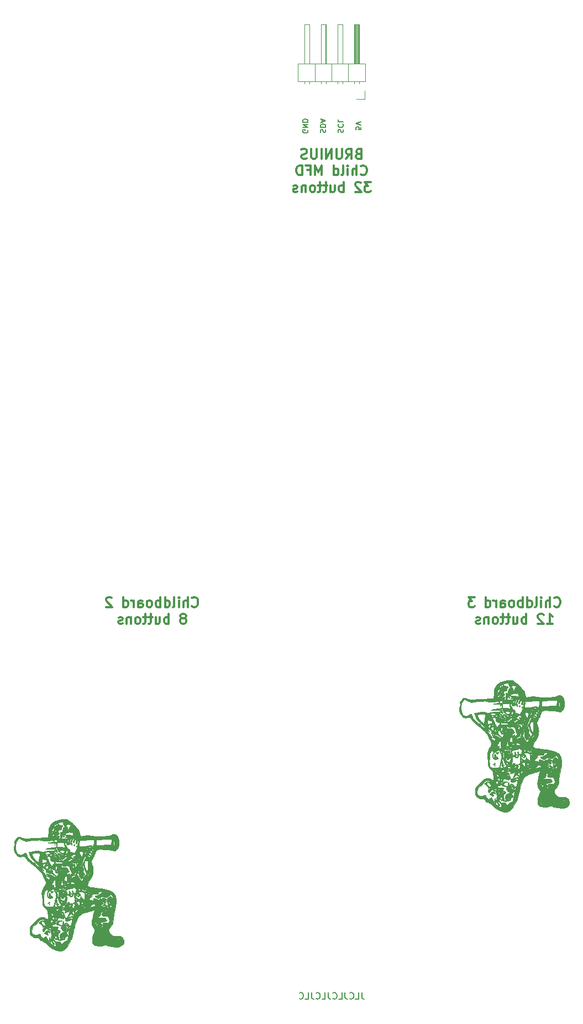
<source format=gbr>
%TF.GenerationSoftware,KiCad,Pcbnew,(5.1.9)-1*%
%TF.CreationDate,2021-07-06T15:30:50+10:00*%
%TF.ProjectId,MFD-panel2,4d46442d-7061-46e6-956c-322e6b696361,rev?*%
%TF.SameCoordinates,Original*%
%TF.FileFunction,Legend,Bot*%
%TF.FilePolarity,Positive*%
%FSLAX46Y46*%
G04 Gerber Fmt 4.6, Leading zero omitted, Abs format (unit mm)*
G04 Created by KiCad (PCBNEW (5.1.9)-1) date 2021-07-06 15:30:50*
%MOMM*%
%LPD*%
G01*
G04 APERTURE LIST*
%ADD10C,0.150000*%
%ADD11C,0.300000*%
%ADD12C,0.375000*%
%ADD13C,0.120000*%
%ADD14C,0.010000*%
G04 APERTURE END LIST*
D10*
X75088095Y3403619D02*
X75088095Y3022666D01*
X74707142Y2984571D01*
X74745238Y3022666D01*
X74783333Y3098857D01*
X74783333Y3289333D01*
X74745238Y3365523D01*
X74707142Y3403619D01*
X74630952Y3441714D01*
X74440476Y3441714D01*
X74364285Y3403619D01*
X74326190Y3365523D01*
X74288095Y3289333D01*
X74288095Y3098857D01*
X74326190Y3022666D01*
X74364285Y2984571D01*
X75088095Y3670285D02*
X74288095Y3936952D01*
X75088095Y4203619D01*
X71626190Y2603619D02*
X71588095Y2717904D01*
X71588095Y2908380D01*
X71626190Y2984571D01*
X71664285Y3022666D01*
X71740476Y3060761D01*
X71816666Y3060761D01*
X71892857Y3022666D01*
X71930952Y2984571D01*
X71969047Y2908380D01*
X72007142Y2756000D01*
X72045238Y2679809D01*
X72083333Y2641714D01*
X72159523Y2603619D01*
X72235714Y2603619D01*
X72311904Y2641714D01*
X72350000Y2679809D01*
X72388095Y2756000D01*
X72388095Y2946476D01*
X72350000Y3060761D01*
X71664285Y3860761D02*
X71626190Y3822666D01*
X71588095Y3708380D01*
X71588095Y3632190D01*
X71626190Y3517904D01*
X71702380Y3441714D01*
X71778571Y3403619D01*
X71930952Y3365523D01*
X72045238Y3365523D01*
X72197619Y3403619D01*
X72273809Y3441714D01*
X72350000Y3517904D01*
X72388095Y3632190D01*
X72388095Y3708380D01*
X72350000Y3822666D01*
X72311904Y3860761D01*
X71588095Y4584571D02*
X71588095Y4203619D01*
X72388095Y4203619D01*
X68926190Y2584571D02*
X68888095Y2698857D01*
X68888095Y2889333D01*
X68926190Y2965523D01*
X68964285Y3003619D01*
X69040476Y3041714D01*
X69116666Y3041714D01*
X69192857Y3003619D01*
X69230952Y2965523D01*
X69269047Y2889333D01*
X69307142Y2736952D01*
X69345238Y2660761D01*
X69383333Y2622666D01*
X69459523Y2584571D01*
X69535714Y2584571D01*
X69611904Y2622666D01*
X69650000Y2660761D01*
X69688095Y2736952D01*
X69688095Y2927428D01*
X69650000Y3041714D01*
X68888095Y3384571D02*
X69688095Y3384571D01*
X69688095Y3575047D01*
X69650000Y3689333D01*
X69573809Y3765523D01*
X69497619Y3803619D01*
X69345238Y3841714D01*
X69230952Y3841714D01*
X69078571Y3803619D01*
X69002380Y3765523D01*
X68926190Y3689333D01*
X68888095Y3575047D01*
X68888095Y3384571D01*
X69116666Y4146476D02*
X69116666Y4527428D01*
X68888095Y4070285D02*
X69688095Y4336952D01*
X68888095Y4603619D01*
X66950000Y2946476D02*
X66988095Y2870285D01*
X66988095Y2756000D01*
X66950000Y2641714D01*
X66873809Y2565523D01*
X66797619Y2527428D01*
X66645238Y2489333D01*
X66530952Y2489333D01*
X66378571Y2527428D01*
X66302380Y2565523D01*
X66226190Y2641714D01*
X66188095Y2756000D01*
X66188095Y2832190D01*
X66226190Y2946476D01*
X66264285Y2984571D01*
X66530952Y2984571D01*
X66530952Y2832190D01*
X66188095Y3327428D02*
X66988095Y3327428D01*
X66188095Y3784571D01*
X66988095Y3784571D01*
X66188095Y4165523D02*
X66988095Y4165523D01*
X66988095Y4356000D01*
X66950000Y4470285D01*
X66873809Y4546476D01*
X66797619Y4584571D01*
X66645238Y4622666D01*
X66530952Y4622666D01*
X66378571Y4584571D01*
X66302380Y4546476D01*
X66226190Y4470285D01*
X66188095Y4356000D01*
X66188095Y4165523D01*
X75219047Y-128992380D02*
X75219047Y-129706666D01*
X75266666Y-129849523D01*
X75361904Y-129944761D01*
X75504761Y-129992380D01*
X75600000Y-129992380D01*
X74266666Y-129992380D02*
X74742857Y-129992380D01*
X74742857Y-128992380D01*
X73361904Y-129897142D02*
X73409523Y-129944761D01*
X73552380Y-129992380D01*
X73647619Y-129992380D01*
X73790476Y-129944761D01*
X73885714Y-129849523D01*
X73933333Y-129754285D01*
X73980952Y-129563809D01*
X73980952Y-129420952D01*
X73933333Y-129230476D01*
X73885714Y-129135238D01*
X73790476Y-129040000D01*
X73647619Y-128992380D01*
X73552380Y-128992380D01*
X73409523Y-129040000D01*
X73361904Y-129087619D01*
X72647619Y-128992380D02*
X72647619Y-129706666D01*
X72695238Y-129849523D01*
X72790476Y-129944761D01*
X72933333Y-129992380D01*
X73028571Y-129992380D01*
X71695238Y-129992380D02*
X72171428Y-129992380D01*
X72171428Y-128992380D01*
X70790476Y-129897142D02*
X70838095Y-129944761D01*
X70980952Y-129992380D01*
X71076190Y-129992380D01*
X71219047Y-129944761D01*
X71314285Y-129849523D01*
X71361904Y-129754285D01*
X71409523Y-129563809D01*
X71409523Y-129420952D01*
X71361904Y-129230476D01*
X71314285Y-129135238D01*
X71219047Y-129040000D01*
X71076190Y-128992380D01*
X70980952Y-128992380D01*
X70838095Y-129040000D01*
X70790476Y-129087619D01*
X70076190Y-128992380D02*
X70076190Y-129706666D01*
X70123809Y-129849523D01*
X70219047Y-129944761D01*
X70361904Y-129992380D01*
X70457142Y-129992380D01*
X69123809Y-129992380D02*
X69600000Y-129992380D01*
X69600000Y-128992380D01*
X68219047Y-129897142D02*
X68266666Y-129944761D01*
X68409523Y-129992380D01*
X68504761Y-129992380D01*
X68647619Y-129944761D01*
X68742857Y-129849523D01*
X68790476Y-129754285D01*
X68838095Y-129563809D01*
X68838095Y-129420952D01*
X68790476Y-129230476D01*
X68742857Y-129135238D01*
X68647619Y-129040000D01*
X68504761Y-128992380D01*
X68409523Y-128992380D01*
X68266666Y-129040000D01*
X68219047Y-129087619D01*
X67504761Y-128992380D02*
X67504761Y-129706666D01*
X67552380Y-129849523D01*
X67647619Y-129944761D01*
X67790476Y-129992380D01*
X67885714Y-129992380D01*
X66552380Y-129992380D02*
X67028571Y-129992380D01*
X67028571Y-128992380D01*
X65647619Y-129897142D02*
X65695238Y-129944761D01*
X65838095Y-129992380D01*
X65933333Y-129992380D01*
X66076190Y-129944761D01*
X66171428Y-129849523D01*
X66219047Y-129754285D01*
X66266666Y-129563809D01*
X66266666Y-129420952D01*
X66219047Y-129230476D01*
X66171428Y-129135238D01*
X66076190Y-129040000D01*
X65933333Y-128992380D01*
X65838095Y-128992380D01*
X65695238Y-129040000D01*
X65647619Y-129087619D01*
D11*
X75064285Y-3810714D02*
X75135714Y-3882142D01*
X75350000Y-3953571D01*
X75492857Y-3953571D01*
X75707142Y-3882142D01*
X75850000Y-3739285D01*
X75921428Y-3596428D01*
X75992857Y-3310714D01*
X75992857Y-3096428D01*
X75921428Y-2810714D01*
X75850000Y-2667857D01*
X75707142Y-2525000D01*
X75492857Y-2453571D01*
X75350000Y-2453571D01*
X75135714Y-2525000D01*
X75064285Y-2596428D01*
X74421428Y-3953571D02*
X74421428Y-2453571D01*
X73778571Y-3953571D02*
X73778571Y-3167857D01*
X73850000Y-3025000D01*
X73992857Y-2953571D01*
X74207142Y-2953571D01*
X74350000Y-3025000D01*
X74421428Y-3096428D01*
X73064285Y-3953571D02*
X73064285Y-2953571D01*
X73064285Y-2453571D02*
X73135714Y-2525000D01*
X73064285Y-2596428D01*
X72992857Y-2525000D01*
X73064285Y-2453571D01*
X73064285Y-2596428D01*
X72135714Y-3953571D02*
X72278571Y-3882142D01*
X72350000Y-3739285D01*
X72350000Y-2453571D01*
X70921428Y-3953571D02*
X70921428Y-2453571D01*
X70921428Y-3882142D02*
X71064285Y-3953571D01*
X71350000Y-3953571D01*
X71492857Y-3882142D01*
X71564285Y-3810714D01*
X71635714Y-3667857D01*
X71635714Y-3239285D01*
X71564285Y-3096428D01*
X71492857Y-3025000D01*
X71350000Y-2953571D01*
X71064285Y-2953571D01*
X70921428Y-3025000D01*
X69064285Y-3953571D02*
X69064285Y-2453571D01*
X68564285Y-3525000D01*
X68064285Y-2453571D01*
X68064285Y-3953571D01*
X66850000Y-3167857D02*
X67350000Y-3167857D01*
X67350000Y-3953571D02*
X67350000Y-2453571D01*
X66635714Y-2453571D01*
X66064285Y-3953571D02*
X66064285Y-2453571D01*
X65707142Y-2453571D01*
X65492857Y-2525000D01*
X65350000Y-2667857D01*
X65278571Y-2810714D01*
X65207142Y-3096428D01*
X65207142Y-3310714D01*
X65278571Y-3596428D01*
X65350000Y-3739285D01*
X65492857Y-3882142D01*
X65707142Y-3953571D01*
X66064285Y-3953571D01*
X76564285Y-5003571D02*
X75635714Y-5003571D01*
X76135714Y-5575000D01*
X75921428Y-5575000D01*
X75778571Y-5646428D01*
X75707142Y-5717857D01*
X75635714Y-5860714D01*
X75635714Y-6217857D01*
X75707142Y-6360714D01*
X75778571Y-6432142D01*
X75921428Y-6503571D01*
X76350000Y-6503571D01*
X76492857Y-6432142D01*
X76564285Y-6360714D01*
X75064285Y-5146428D02*
X74992857Y-5075000D01*
X74850000Y-5003571D01*
X74492857Y-5003571D01*
X74350000Y-5075000D01*
X74278571Y-5146428D01*
X74207142Y-5289285D01*
X74207142Y-5432142D01*
X74278571Y-5646428D01*
X75135714Y-6503571D01*
X74207142Y-6503571D01*
X72421428Y-6503571D02*
X72421428Y-5003571D01*
X72421428Y-5575000D02*
X72278571Y-5503571D01*
X71992857Y-5503571D01*
X71850000Y-5575000D01*
X71778571Y-5646428D01*
X71707142Y-5789285D01*
X71707142Y-6217857D01*
X71778571Y-6360714D01*
X71850000Y-6432142D01*
X71992857Y-6503571D01*
X72278571Y-6503571D01*
X72421428Y-6432142D01*
X70421428Y-5503571D02*
X70421428Y-6503571D01*
X71064285Y-5503571D02*
X71064285Y-6289285D01*
X70992857Y-6432142D01*
X70850000Y-6503571D01*
X70635714Y-6503571D01*
X70492857Y-6432142D01*
X70421428Y-6360714D01*
X69921428Y-5503571D02*
X69350000Y-5503571D01*
X69707142Y-5003571D02*
X69707142Y-6289285D01*
X69635714Y-6432142D01*
X69492857Y-6503571D01*
X69350000Y-6503571D01*
X69064285Y-5503571D02*
X68492857Y-5503571D01*
X68850000Y-5003571D02*
X68850000Y-6289285D01*
X68778571Y-6432142D01*
X68635714Y-6503571D01*
X68492857Y-6503571D01*
X67778571Y-6503571D02*
X67921428Y-6432142D01*
X67992857Y-6360714D01*
X68064285Y-6217857D01*
X68064285Y-5789285D01*
X67992857Y-5646428D01*
X67921428Y-5575000D01*
X67778571Y-5503571D01*
X67564285Y-5503571D01*
X67421428Y-5575000D01*
X67350000Y-5646428D01*
X67278571Y-5789285D01*
X67278571Y-6217857D01*
X67350000Y-6360714D01*
X67421428Y-6432142D01*
X67564285Y-6503571D01*
X67778571Y-6503571D01*
X66635714Y-5503571D02*
X66635714Y-6503571D01*
X66635714Y-5646428D02*
X66564285Y-5575000D01*
X66421428Y-5503571D01*
X66207142Y-5503571D01*
X66064285Y-5575000D01*
X65992857Y-5717857D01*
X65992857Y-6503571D01*
X65349999Y-6432142D02*
X65207142Y-6503571D01*
X64921428Y-6503571D01*
X64778571Y-6432142D01*
X64707142Y-6289285D01*
X64707142Y-6217857D01*
X64778571Y-6075000D01*
X64921428Y-6003571D01*
X65135714Y-6003571D01*
X65278571Y-5932142D01*
X65349999Y-5789285D01*
X65349999Y-5717857D01*
X65278571Y-5575000D01*
X65135714Y-5503571D01*
X64921428Y-5503571D01*
X64778571Y-5575000D01*
D12*
X74671428Y-692857D02*
X74457142Y-764285D01*
X74385714Y-835714D01*
X74314285Y-978571D01*
X74314285Y-1192857D01*
X74385714Y-1335714D01*
X74457142Y-1407142D01*
X74600000Y-1478571D01*
X75171428Y-1478571D01*
X75171428Y21428D01*
X74671428Y21428D01*
X74528571Y-50000D01*
X74457142Y-121428D01*
X74385714Y-264285D01*
X74385714Y-407142D01*
X74457142Y-550000D01*
X74528571Y-621428D01*
X74671428Y-692857D01*
X75171428Y-692857D01*
X72814285Y-1478571D02*
X73314285Y-764285D01*
X73671428Y-1478571D02*
X73671428Y21428D01*
X73100000Y21428D01*
X72957142Y-50000D01*
X72885714Y-121428D01*
X72814285Y-264285D01*
X72814285Y-478571D01*
X72885714Y-621428D01*
X72957142Y-692857D01*
X73100000Y-764285D01*
X73671428Y-764285D01*
X72171428Y21428D02*
X72171428Y-1192857D01*
X72100000Y-1335714D01*
X72028571Y-1407142D01*
X71885714Y-1478571D01*
X71600000Y-1478571D01*
X71457142Y-1407142D01*
X71385714Y-1335714D01*
X71314285Y-1192857D01*
X71314285Y21428D01*
X70600000Y-1478571D02*
X70600000Y21428D01*
X69742857Y-1478571D01*
X69742857Y21428D01*
X69028571Y-1478571D02*
X69028571Y21428D01*
X68314285Y21428D02*
X68314285Y-1192857D01*
X68242857Y-1335714D01*
X68171428Y-1407142D01*
X68028571Y-1478571D01*
X67742857Y-1478571D01*
X67600000Y-1407142D01*
X67528571Y-1335714D01*
X67457142Y-1192857D01*
X67457142Y21428D01*
X66814285Y-1407142D02*
X66600000Y-1478571D01*
X66242857Y-1478571D01*
X66100000Y-1407142D01*
X66028571Y-1335714D01*
X65957142Y-1192857D01*
X65957142Y-1050000D01*
X66028571Y-907142D01*
X66100000Y-835714D01*
X66242857Y-764285D01*
X66528571Y-692857D01*
X66671428Y-621428D01*
X66742857Y-550000D01*
X66814285Y-407142D01*
X66814285Y-264285D01*
X66742857Y-121428D01*
X66671428Y-50000D01*
X66528571Y21428D01*
X66171428Y21428D01*
X65957142Y-50000D01*
D11*
X104707142Y-69860714D02*
X104778571Y-69932142D01*
X104992857Y-70003571D01*
X105135714Y-70003571D01*
X105350000Y-69932142D01*
X105492857Y-69789285D01*
X105564285Y-69646428D01*
X105635714Y-69360714D01*
X105635714Y-69146428D01*
X105564285Y-68860714D01*
X105492857Y-68717857D01*
X105350000Y-68575000D01*
X105135714Y-68503571D01*
X104992857Y-68503571D01*
X104778571Y-68575000D01*
X104707142Y-68646428D01*
X104064285Y-70003571D02*
X104064285Y-68503571D01*
X103421428Y-70003571D02*
X103421428Y-69217857D01*
X103492857Y-69075000D01*
X103635714Y-69003571D01*
X103850000Y-69003571D01*
X103992857Y-69075000D01*
X104064285Y-69146428D01*
X102707142Y-70003571D02*
X102707142Y-69003571D01*
X102707142Y-68503571D02*
X102778571Y-68575000D01*
X102707142Y-68646428D01*
X102635714Y-68575000D01*
X102707142Y-68503571D01*
X102707142Y-68646428D01*
X101778571Y-70003571D02*
X101921428Y-69932142D01*
X101992857Y-69789285D01*
X101992857Y-68503571D01*
X100564285Y-70003571D02*
X100564285Y-68503571D01*
X100564285Y-69932142D02*
X100707142Y-70003571D01*
X100992857Y-70003571D01*
X101135714Y-69932142D01*
X101207142Y-69860714D01*
X101278571Y-69717857D01*
X101278571Y-69289285D01*
X101207142Y-69146428D01*
X101135714Y-69075000D01*
X100992857Y-69003571D01*
X100707142Y-69003571D01*
X100564285Y-69075000D01*
X99850000Y-70003571D02*
X99850000Y-68503571D01*
X99850000Y-69075000D02*
X99707142Y-69003571D01*
X99421428Y-69003571D01*
X99278571Y-69075000D01*
X99207142Y-69146428D01*
X99135714Y-69289285D01*
X99135714Y-69717857D01*
X99207142Y-69860714D01*
X99278571Y-69932142D01*
X99421428Y-70003571D01*
X99707142Y-70003571D01*
X99850000Y-69932142D01*
X98278571Y-70003571D02*
X98421428Y-69932142D01*
X98492857Y-69860714D01*
X98564285Y-69717857D01*
X98564285Y-69289285D01*
X98492857Y-69146428D01*
X98421428Y-69075000D01*
X98278571Y-69003571D01*
X98064285Y-69003571D01*
X97921428Y-69075000D01*
X97850000Y-69146428D01*
X97778571Y-69289285D01*
X97778571Y-69717857D01*
X97850000Y-69860714D01*
X97921428Y-69932142D01*
X98064285Y-70003571D01*
X98278571Y-70003571D01*
X96492857Y-70003571D02*
X96492857Y-69217857D01*
X96564285Y-69075000D01*
X96707142Y-69003571D01*
X96992857Y-69003571D01*
X97135714Y-69075000D01*
X96492857Y-69932142D02*
X96635714Y-70003571D01*
X96992857Y-70003571D01*
X97135714Y-69932142D01*
X97207142Y-69789285D01*
X97207142Y-69646428D01*
X97135714Y-69503571D01*
X96992857Y-69432142D01*
X96635714Y-69432142D01*
X96492857Y-69360714D01*
X95778571Y-70003571D02*
X95778571Y-69003571D01*
X95778571Y-69289285D02*
X95707142Y-69146428D01*
X95635714Y-69075000D01*
X95492857Y-69003571D01*
X95350000Y-69003571D01*
X94207142Y-70003571D02*
X94207142Y-68503571D01*
X94207142Y-69932142D02*
X94350000Y-70003571D01*
X94635714Y-70003571D01*
X94778571Y-69932142D01*
X94850000Y-69860714D01*
X94921428Y-69717857D01*
X94921428Y-69289285D01*
X94850000Y-69146428D01*
X94778571Y-69075000D01*
X94635714Y-69003571D01*
X94350000Y-69003571D01*
X94207142Y-69075000D01*
X92492857Y-68503571D02*
X91564285Y-68503571D01*
X92064285Y-69075000D01*
X91850000Y-69075000D01*
X91707142Y-69146428D01*
X91635714Y-69217857D01*
X91564285Y-69360714D01*
X91564285Y-69717857D01*
X91635714Y-69860714D01*
X91707142Y-69932142D01*
X91850000Y-70003571D01*
X92278571Y-70003571D01*
X92421428Y-69932142D01*
X92492857Y-69860714D01*
X103635714Y-72553571D02*
X104492857Y-72553571D01*
X104064285Y-72553571D02*
X104064285Y-71053571D01*
X104207142Y-71267857D01*
X104350000Y-71410714D01*
X104492857Y-71482142D01*
X103064285Y-71196428D02*
X102992857Y-71125000D01*
X102850000Y-71053571D01*
X102492857Y-71053571D01*
X102350000Y-71125000D01*
X102278571Y-71196428D01*
X102207142Y-71339285D01*
X102207142Y-71482142D01*
X102278571Y-71696428D01*
X103135714Y-72553571D01*
X102207142Y-72553571D01*
X100421428Y-72553571D02*
X100421428Y-71053571D01*
X100421428Y-71625000D02*
X100278571Y-71553571D01*
X99992857Y-71553571D01*
X99850000Y-71625000D01*
X99778571Y-71696428D01*
X99707142Y-71839285D01*
X99707142Y-72267857D01*
X99778571Y-72410714D01*
X99850000Y-72482142D01*
X99992857Y-72553571D01*
X100278571Y-72553571D01*
X100421428Y-72482142D01*
X98421428Y-71553571D02*
X98421428Y-72553571D01*
X99064285Y-71553571D02*
X99064285Y-72339285D01*
X98992857Y-72482142D01*
X98850000Y-72553571D01*
X98635714Y-72553571D01*
X98492857Y-72482142D01*
X98421428Y-72410714D01*
X97921428Y-71553571D02*
X97350000Y-71553571D01*
X97707142Y-71053571D02*
X97707142Y-72339285D01*
X97635714Y-72482142D01*
X97492857Y-72553571D01*
X97350000Y-72553571D01*
X97064285Y-71553571D02*
X96492857Y-71553571D01*
X96850000Y-71053571D02*
X96850000Y-72339285D01*
X96778571Y-72482142D01*
X96635714Y-72553571D01*
X96492857Y-72553571D01*
X95778571Y-72553571D02*
X95921428Y-72482142D01*
X95992857Y-72410714D01*
X96064285Y-72267857D01*
X96064285Y-71839285D01*
X95992857Y-71696428D01*
X95921428Y-71625000D01*
X95778571Y-71553571D01*
X95564285Y-71553571D01*
X95421428Y-71625000D01*
X95350000Y-71696428D01*
X95278571Y-71839285D01*
X95278571Y-72267857D01*
X95350000Y-72410714D01*
X95421428Y-72482142D01*
X95564285Y-72553571D01*
X95778571Y-72553571D01*
X94635714Y-71553571D02*
X94635714Y-72553571D01*
X94635714Y-71696428D02*
X94564285Y-71625000D01*
X94421428Y-71553571D01*
X94207142Y-71553571D01*
X94064285Y-71625000D01*
X93992857Y-71767857D01*
X93992857Y-72553571D01*
X93350000Y-72482142D02*
X93207142Y-72553571D01*
X92921428Y-72553571D01*
X92778571Y-72482142D01*
X92707142Y-72339285D01*
X92707142Y-72267857D01*
X92778571Y-72125000D01*
X92921428Y-72053571D01*
X93135714Y-72053571D01*
X93278571Y-71982142D01*
X93350000Y-71839285D01*
X93350000Y-71767857D01*
X93278571Y-71625000D01*
X93135714Y-71553571D01*
X92921428Y-71553571D01*
X92778571Y-71625000D01*
X49207142Y-69860714D02*
X49278571Y-69932142D01*
X49492857Y-70003571D01*
X49635714Y-70003571D01*
X49850000Y-69932142D01*
X49992857Y-69789285D01*
X50064285Y-69646428D01*
X50135714Y-69360714D01*
X50135714Y-69146428D01*
X50064285Y-68860714D01*
X49992857Y-68717857D01*
X49850000Y-68575000D01*
X49635714Y-68503571D01*
X49492857Y-68503571D01*
X49278571Y-68575000D01*
X49207142Y-68646428D01*
X48564285Y-70003571D02*
X48564285Y-68503571D01*
X47921428Y-70003571D02*
X47921428Y-69217857D01*
X47992857Y-69075000D01*
X48135714Y-69003571D01*
X48350000Y-69003571D01*
X48492857Y-69075000D01*
X48564285Y-69146428D01*
X47207142Y-70003571D02*
X47207142Y-69003571D01*
X47207142Y-68503571D02*
X47278571Y-68575000D01*
X47207142Y-68646428D01*
X47135714Y-68575000D01*
X47207142Y-68503571D01*
X47207142Y-68646428D01*
X46278571Y-70003571D02*
X46421428Y-69932142D01*
X46492857Y-69789285D01*
X46492857Y-68503571D01*
X45064285Y-70003571D02*
X45064285Y-68503571D01*
X45064285Y-69932142D02*
X45207142Y-70003571D01*
X45492857Y-70003571D01*
X45635714Y-69932142D01*
X45707142Y-69860714D01*
X45778571Y-69717857D01*
X45778571Y-69289285D01*
X45707142Y-69146428D01*
X45635714Y-69075000D01*
X45492857Y-69003571D01*
X45207142Y-69003571D01*
X45064285Y-69075000D01*
X44350000Y-70003571D02*
X44350000Y-68503571D01*
X44350000Y-69075000D02*
X44207142Y-69003571D01*
X43921428Y-69003571D01*
X43778571Y-69075000D01*
X43707142Y-69146428D01*
X43635714Y-69289285D01*
X43635714Y-69717857D01*
X43707142Y-69860714D01*
X43778571Y-69932142D01*
X43921428Y-70003571D01*
X44207142Y-70003571D01*
X44350000Y-69932142D01*
X42778571Y-70003571D02*
X42921428Y-69932142D01*
X42992857Y-69860714D01*
X43064285Y-69717857D01*
X43064285Y-69289285D01*
X42992857Y-69146428D01*
X42921428Y-69075000D01*
X42778571Y-69003571D01*
X42564285Y-69003571D01*
X42421428Y-69075000D01*
X42350000Y-69146428D01*
X42278571Y-69289285D01*
X42278571Y-69717857D01*
X42350000Y-69860714D01*
X42421428Y-69932142D01*
X42564285Y-70003571D01*
X42778571Y-70003571D01*
X40992857Y-70003571D02*
X40992857Y-69217857D01*
X41064285Y-69075000D01*
X41207142Y-69003571D01*
X41492857Y-69003571D01*
X41635714Y-69075000D01*
X40992857Y-69932142D02*
X41135714Y-70003571D01*
X41492857Y-70003571D01*
X41635714Y-69932142D01*
X41707142Y-69789285D01*
X41707142Y-69646428D01*
X41635714Y-69503571D01*
X41492857Y-69432142D01*
X41135714Y-69432142D01*
X40992857Y-69360714D01*
X40278571Y-70003571D02*
X40278571Y-69003571D01*
X40278571Y-69289285D02*
X40207142Y-69146428D01*
X40135714Y-69075000D01*
X39992857Y-69003571D01*
X39850000Y-69003571D01*
X38707142Y-70003571D02*
X38707142Y-68503571D01*
X38707142Y-69932142D02*
X38850000Y-70003571D01*
X39135714Y-70003571D01*
X39278571Y-69932142D01*
X39350000Y-69860714D01*
X39421428Y-69717857D01*
X39421428Y-69289285D01*
X39350000Y-69146428D01*
X39278571Y-69075000D01*
X39135714Y-69003571D01*
X38850000Y-69003571D01*
X38707142Y-69075000D01*
X36921428Y-68646428D02*
X36850000Y-68575000D01*
X36707142Y-68503571D01*
X36350000Y-68503571D01*
X36207142Y-68575000D01*
X36135714Y-68646428D01*
X36064285Y-68789285D01*
X36064285Y-68932142D01*
X36135714Y-69146428D01*
X36992857Y-70003571D01*
X36064285Y-70003571D01*
X47992857Y-71696428D02*
X48135714Y-71625000D01*
X48207142Y-71553571D01*
X48278571Y-71410714D01*
X48278571Y-71339285D01*
X48207142Y-71196428D01*
X48135714Y-71125000D01*
X47992857Y-71053571D01*
X47707142Y-71053571D01*
X47564285Y-71125000D01*
X47492857Y-71196428D01*
X47421428Y-71339285D01*
X47421428Y-71410714D01*
X47492857Y-71553571D01*
X47564285Y-71625000D01*
X47707142Y-71696428D01*
X47992857Y-71696428D01*
X48135714Y-71767857D01*
X48207142Y-71839285D01*
X48278571Y-71982142D01*
X48278571Y-72267857D01*
X48207142Y-72410714D01*
X48135714Y-72482142D01*
X47992857Y-72553571D01*
X47707142Y-72553571D01*
X47564285Y-72482142D01*
X47492857Y-72410714D01*
X47421428Y-72267857D01*
X47421428Y-71982142D01*
X47492857Y-71839285D01*
X47564285Y-71767857D01*
X47707142Y-71696428D01*
X45635714Y-72553571D02*
X45635714Y-71053571D01*
X45635714Y-71625000D02*
X45492857Y-71553571D01*
X45207142Y-71553571D01*
X45064285Y-71625000D01*
X44992857Y-71696428D01*
X44921428Y-71839285D01*
X44921428Y-72267857D01*
X44992857Y-72410714D01*
X45064285Y-72482142D01*
X45207142Y-72553571D01*
X45492857Y-72553571D01*
X45635714Y-72482142D01*
X43635714Y-71553571D02*
X43635714Y-72553571D01*
X44278571Y-71553571D02*
X44278571Y-72339285D01*
X44207142Y-72482142D01*
X44064285Y-72553571D01*
X43850000Y-72553571D01*
X43707142Y-72482142D01*
X43635714Y-72410714D01*
X43135714Y-71553571D02*
X42564285Y-71553571D01*
X42921428Y-71053571D02*
X42921428Y-72339285D01*
X42850000Y-72482142D01*
X42707142Y-72553571D01*
X42564285Y-72553571D01*
X42278571Y-71553571D02*
X41707142Y-71553571D01*
X42064285Y-71053571D02*
X42064285Y-72339285D01*
X41992857Y-72482142D01*
X41850000Y-72553571D01*
X41707142Y-72553571D01*
X40992857Y-72553571D02*
X41135714Y-72482142D01*
X41207142Y-72410714D01*
X41278571Y-72267857D01*
X41278571Y-71839285D01*
X41207142Y-71696428D01*
X41135714Y-71625000D01*
X40992857Y-71553571D01*
X40778571Y-71553571D01*
X40635714Y-71625000D01*
X40564285Y-71696428D01*
X40492857Y-71839285D01*
X40492857Y-72267857D01*
X40564285Y-72410714D01*
X40635714Y-72482142D01*
X40778571Y-72553571D01*
X40992857Y-72553571D01*
X39850000Y-71553571D02*
X39850000Y-72553571D01*
X39850000Y-71696428D02*
X39778571Y-71625000D01*
X39635714Y-71553571D01*
X39421428Y-71553571D01*
X39278571Y-71625000D01*
X39207142Y-71767857D01*
X39207142Y-72553571D01*
X38564285Y-72482142D02*
X38421428Y-72553571D01*
X38135714Y-72553571D01*
X37992857Y-72482142D01*
X37921428Y-72339285D01*
X37921428Y-72267857D01*
X37992857Y-72125000D01*
X38135714Y-72053571D01*
X38350000Y-72053571D01*
X38492857Y-71982142D01*
X38564285Y-71839285D01*
X38564285Y-71767857D01*
X38492857Y-71625000D01*
X38350000Y-71553571D01*
X38135714Y-71553571D01*
X37992857Y-71625000D01*
D13*
%TO.C,J2*%
X75740000Y10418000D02*
X70540000Y10418000D01*
X70540000Y13078000D02*
X75740000Y13078000D01*
X75740000Y13078000D02*
X75740000Y10418000D01*
X74790000Y13078000D02*
X74790000Y19078000D01*
X74790000Y19078000D02*
X74030000Y19078000D01*
X74030000Y19078000D02*
X74030000Y13078000D01*
X74730000Y13078000D02*
X74730000Y19078000D01*
X74610000Y13078000D02*
X74610000Y19078000D01*
X74490000Y13078000D02*
X74490000Y19078000D01*
X74370000Y13078000D02*
X74370000Y19078000D01*
X74250000Y13078000D02*
X74250000Y19078000D01*
X74130000Y13078000D02*
X74130000Y19078000D01*
X74790000Y10088000D02*
X74790000Y10418000D01*
X74030000Y10088000D02*
X74030000Y10418000D01*
X73140000Y10418000D02*
X73140000Y13078000D01*
X72250000Y13078000D02*
X72250000Y19078000D01*
X72250000Y19078000D02*
X71490000Y19078000D01*
X71490000Y19078000D02*
X71490000Y13078000D01*
X72250000Y10020929D02*
X72250000Y10418000D01*
X71490000Y10020929D02*
X71490000Y10418000D01*
X74410000Y7708000D02*
X75680000Y7708000D01*
X75680000Y7708000D02*
X75680000Y8978000D01*
X66410000Y10020929D02*
X66410000Y10418000D01*
X67170000Y10020929D02*
X67170000Y10418000D01*
X67170000Y13078000D02*
X67170000Y19078000D01*
X65460000Y10418000D02*
X65460000Y13078000D01*
X68950000Y19078000D02*
X68950000Y13078000D01*
X69710000Y19078000D02*
X68950000Y19078000D01*
X68060000Y10418000D02*
X68060000Y13078000D01*
X69710000Y10088000D02*
X69710000Y10418000D01*
X65460000Y13078000D02*
X70660000Y13078000D01*
X69650000Y13078000D02*
X69650000Y19078000D01*
X70660000Y10418000D02*
X65460000Y10418000D01*
X68950000Y10088000D02*
X68950000Y10418000D01*
X67170000Y19078000D02*
X66410000Y19078000D01*
X66410000Y19078000D02*
X66410000Y13078000D01*
X69710000Y13078000D02*
X69710000Y19078000D01*
X70600000Y10418000D02*
X70600000Y13078000D01*
D14*
%TO.C,G\u002A\u002A\u002A*%
G36*
X97719846Y-81226508D02*
G01*
X97439601Y-81255316D01*
X97150062Y-81302047D01*
X96872849Y-81363245D01*
X96629587Y-81435455D01*
X96450622Y-81510587D01*
X96283740Y-81613581D01*
X96100151Y-81751483D01*
X95924662Y-81903548D01*
X95782080Y-82049031D01*
X95731518Y-82111941D01*
X95622143Y-82281061D01*
X95544126Y-82451115D01*
X95492973Y-82640246D01*
X95464188Y-82866596D01*
X95453278Y-83148309D01*
X95452813Y-83236873D01*
X95450053Y-83443055D01*
X95442506Y-83627958D01*
X95431272Y-83773224D01*
X95417451Y-83860492D01*
X95415015Y-83867997D01*
X95370330Y-83935364D01*
X95288448Y-83985278D01*
X95160059Y-84019791D01*
X94975852Y-84040956D01*
X94726517Y-84050827D01*
X94579688Y-84052158D01*
X94208298Y-84058554D01*
X93784520Y-84075329D01*
X93334447Y-84100979D01*
X92884171Y-84134000D01*
X92459785Y-84172888D01*
X92427657Y-84176216D01*
X91962345Y-84224867D01*
X91534656Y-84078683D01*
X91268782Y-83993527D01*
X91060845Y-83944985D01*
X90896760Y-83936305D01*
X90762442Y-83970736D01*
X90643807Y-84051526D01*
X90526770Y-84181922D01*
X90416433Y-84336546D01*
X90247298Y-84587343D01*
X90273051Y-84867570D01*
X90282868Y-85047088D01*
X90271046Y-85182640D01*
X90234288Y-85307486D01*
X90227783Y-85323976D01*
X90169408Y-85568482D01*
X90173596Y-85834876D01*
X90233721Y-86106148D01*
X90343156Y-86365286D01*
X90495275Y-86595280D01*
X90683451Y-86779119D01*
X90829922Y-86869715D01*
X90940024Y-86917257D01*
X91037982Y-86939927D01*
X91155165Y-86941694D01*
X91299288Y-86929088D01*
X91497092Y-86908051D01*
X91633962Y-86898993D01*
X91728108Y-86907830D01*
X91797739Y-86940476D01*
X91861064Y-87002847D01*
X91936294Y-87100858D01*
X91970678Y-87147187D01*
X92131073Y-87350369D01*
X92305952Y-87546443D01*
X92506008Y-87745547D01*
X92741937Y-87957821D01*
X93024434Y-88193405D01*
X93329532Y-88435452D01*
X93701195Y-88737273D01*
X94005397Y-89011682D01*
X94246927Y-89264131D01*
X94430577Y-89500075D01*
X94561134Y-89724967D01*
X94638044Y-89925312D01*
X94667296Y-90001964D01*
X94723131Y-90129417D01*
X94796523Y-90287532D01*
X94851496Y-90401562D01*
X94962625Y-90650047D01*
X95025301Y-90851488D01*
X95040403Y-91021025D01*
X95008810Y-91173797D01*
X94931401Y-91324943D01*
X94907209Y-91361069D01*
X94832262Y-91480243D01*
X94739268Y-91644290D01*
X94643377Y-91825987D01*
X94599631Y-91913813D01*
X94513083Y-92104410D01*
X94455692Y-92271329D01*
X94425959Y-92433663D01*
X94422385Y-92610505D01*
X94443472Y-92820946D01*
X94487722Y-93084079D01*
X94501933Y-93158804D01*
X94540629Y-93379518D01*
X94559229Y-93545564D01*
X94559291Y-93678638D01*
X94546503Y-93778925D01*
X94535060Y-94028562D01*
X94582916Y-94282038D01*
X94681983Y-94518963D01*
X94824173Y-94718945D01*
X94967969Y-94841510D01*
X95099451Y-94934938D01*
X95186059Y-95026520D01*
X95240710Y-95138967D01*
X95276322Y-95294993D01*
X95293214Y-95413390D01*
X95322895Y-95610522D01*
X95362049Y-95825655D01*
X95392926Y-95971025D01*
X95428559Y-96152061D01*
X95433996Y-96278075D01*
X95407202Y-96368259D01*
X95346143Y-96441802D01*
X95342659Y-96444937D01*
X95301739Y-96472367D01*
X95253740Y-96473839D01*
X95180804Y-96444044D01*
X95065074Y-96377679D01*
X95016250Y-96347953D01*
X94877006Y-96266251D01*
X94774196Y-96220377D01*
X94678420Y-96201812D01*
X94560278Y-96202042D01*
X94520157Y-96204257D01*
X94317445Y-96232372D01*
X94129100Y-96296322D01*
X93940448Y-96404253D01*
X93736814Y-96564311D01*
X93539945Y-96748458D01*
X93373877Y-96911203D01*
X93197814Y-97082052D01*
X93036082Y-97237478D01*
X92941736Y-97327031D01*
X92791189Y-97483681D01*
X92686899Y-97635344D01*
X92621311Y-97802106D01*
X92586869Y-98004050D01*
X92576018Y-98261259D01*
X92575945Y-98299375D01*
X92589717Y-98545698D01*
X92637117Y-98740540D01*
X92728460Y-98908291D01*
X92874062Y-99073343D01*
X92922729Y-99119424D01*
X93119328Y-99267713D01*
X93322410Y-99346846D01*
X93555838Y-99364908D01*
X93632465Y-99359890D01*
X93778845Y-99352625D01*
X93875378Y-99366591D01*
X93949814Y-99406319D01*
X93958708Y-99413134D01*
X94034271Y-99457085D01*
X94084354Y-99459188D01*
X94084643Y-99458934D01*
X94096971Y-99459702D01*
X94085622Y-99483303D01*
X94091052Y-99549727D01*
X94159082Y-99645613D01*
X94168556Y-99655793D01*
X94250515Y-99724416D01*
X94371936Y-99805342D01*
X94514851Y-99889062D01*
X94661291Y-99966066D01*
X94793286Y-100026847D01*
X94892868Y-100061893D01*
X94939553Y-100063813D01*
X94968787Y-100062835D01*
X94967624Y-100074370D01*
X94990728Y-100115879D01*
X95063482Y-100195659D01*
X95173436Y-100302543D01*
X95308141Y-100425366D01*
X95455145Y-100552961D01*
X95602000Y-100674161D01*
X95736255Y-100777801D01*
X95810000Y-100829882D01*
X95938813Y-100907538D01*
X96114812Y-101002189D01*
X96311939Y-101100234D01*
X96454386Y-101166214D01*
X96761594Y-101289578D01*
X97019868Y-101361668D01*
X97239392Y-101384178D01*
X97430350Y-101358801D01*
X97492364Y-101338904D01*
X97584119Y-101295781D01*
X97357813Y-101295781D01*
X97337969Y-101315625D01*
X97318125Y-101295781D01*
X97337969Y-101275937D01*
X97357813Y-101295781D01*
X97584119Y-101295781D01*
X97619592Y-101279110D01*
X97773655Y-101189332D01*
X97928365Y-101086687D01*
X98057532Y-100988297D01*
X98068136Y-100978281D01*
X96246563Y-100978281D01*
X96226719Y-100998125D01*
X96206875Y-100978281D01*
X96226719Y-100958437D01*
X96246563Y-100978281D01*
X98068136Y-100978281D01*
X98122336Y-100927088D01*
X98167304Y-100868268D01*
X98244971Y-100759144D01*
X98344211Y-100615591D01*
X98364345Y-100585852D01*
X96574169Y-100585852D01*
X96552625Y-100637193D01*
X96484378Y-100634142D01*
X96360291Y-100581281D01*
X96353733Y-100578045D01*
X96256245Y-100524037D01*
X96122160Y-100442597D01*
X95980301Y-100351239D01*
X95978672Y-100350157D01*
X95847024Y-100257632D01*
X95771062Y-100188082D01*
X95736992Y-100126100D01*
X95730625Y-100073096D01*
X95745994Y-99959925D01*
X95784082Y-99863296D01*
X95832865Y-99810633D01*
X95847099Y-99807500D01*
X95878475Y-99841618D01*
X95922464Y-99929314D01*
X95953307Y-100007454D01*
X96041254Y-100200890D01*
X96138559Y-100320257D01*
X96243139Y-100363040D01*
X96248109Y-100363125D01*
X96303581Y-100354751D01*
X96319279Y-100321917D01*
X96292659Y-100253050D01*
X96221177Y-100136579D01*
X96187032Y-100085312D01*
X96108010Y-99948699D01*
X96058487Y-99824558D01*
X96048125Y-99763824D01*
X96055668Y-99675776D01*
X96083597Y-99657026D01*
X96139865Y-99707217D01*
X96180983Y-99757890D01*
X96257999Y-99851663D01*
X96359669Y-99968817D01*
X96415504Y-100030877D01*
X96499227Y-100136561D01*
X96541889Y-100220669D01*
X96543131Y-100252430D01*
X96537516Y-100325474D01*
X96550481Y-100437530D01*
X96558150Y-100475537D01*
X96574169Y-100585852D01*
X98364345Y-100585852D01*
X98447968Y-100462343D01*
X98627499Y-100182154D01*
X98781001Y-99912137D01*
X98913577Y-99638821D01*
X98917567Y-99628906D01*
X98786563Y-99628906D01*
X98766719Y-99648750D01*
X98746875Y-99628906D01*
X98766719Y-99609062D01*
X98786563Y-99628906D01*
X98917567Y-99628906D01*
X99013408Y-99390781D01*
X98905625Y-99390781D01*
X98885782Y-99410625D01*
X98865938Y-99390781D01*
X98885782Y-99370937D01*
X98905625Y-99390781D01*
X99013408Y-99390781D01*
X99030332Y-99348732D01*
X99136370Y-99028397D01*
X99236796Y-98664342D01*
X99317506Y-98324073D01*
X98579828Y-98324073D01*
X98576692Y-98405074D01*
X98560169Y-98545994D01*
X98533325Y-98729100D01*
X98499227Y-98936658D01*
X98460940Y-99150936D01*
X98421530Y-99354201D01*
X98384062Y-99528720D01*
X98351603Y-99656760D01*
X98346536Y-99673479D01*
X98308776Y-99756425D01*
X98245832Y-99798822D01*
X98144535Y-99819284D01*
X98031710Y-99848336D01*
X97922144Y-99912131D01*
X97792047Y-100024869D01*
X97778842Y-100037589D01*
X97616279Y-100187373D01*
X97496509Y-100277062D01*
X97412699Y-100308507D01*
X97358016Y-100283563D01*
X97325628Y-100204084D01*
X97318125Y-100162579D01*
X97276181Y-100044393D01*
X97186486Y-99971037D01*
X97040494Y-99938338D01*
X96861719Y-99939666D01*
X96698935Y-99942524D01*
X96581953Y-99920712D01*
X96498716Y-99881094D01*
X96355524Y-99763292D01*
X96267900Y-99622753D01*
X96246563Y-99513582D01*
X96263226Y-99418241D01*
X96310010Y-99395211D01*
X96382110Y-99446657D01*
X96385943Y-99450836D01*
X96452977Y-99495979D01*
X96576002Y-99554088D01*
X96734732Y-99616177D01*
X96840421Y-99652166D01*
X97224284Y-99775469D01*
X97493667Y-99692266D01*
X97642867Y-99650183D01*
X97773669Y-99620261D01*
X97856720Y-99609062D01*
X97914182Y-99599444D01*
X97947689Y-99557387D01*
X97969285Y-99463085D01*
X97976529Y-99412025D01*
X97996896Y-99292635D01*
X98005297Y-99275911D01*
X97789334Y-99275911D01*
X97773328Y-99364321D01*
X97723414Y-99432629D01*
X97673801Y-99450312D01*
X97619450Y-99437596D01*
X97611537Y-99384348D01*
X97620150Y-99341171D01*
X97662014Y-99222397D01*
X97712786Y-99179045D01*
X97759720Y-99201344D01*
X97789334Y-99275911D01*
X98005297Y-99275911D01*
X98031181Y-99224388D01*
X98100552Y-99179380D01*
X98176334Y-99148665D01*
X98284994Y-99099856D01*
X98336295Y-99049945D01*
X98349945Y-98978829D01*
X98350000Y-98971505D01*
X98328126Y-98863911D01*
X98254672Y-98771407D01*
X98117897Y-98680661D01*
X98072942Y-98656947D01*
X97973580Y-98595242D01*
X97908465Y-98534536D01*
X97899735Y-98519346D01*
X97851680Y-98467678D01*
X97763021Y-98469555D01*
X97627042Y-98525835D01*
X97559737Y-98562713D01*
X97395620Y-98662223D01*
X97290288Y-98745768D01*
X97230948Y-98831686D01*
X97204805Y-98938316D01*
X97199063Y-99079666D01*
X97199063Y-99330184D01*
X97347891Y-99392686D01*
X97437515Y-99435177D01*
X97461309Y-99464860D01*
X97430136Y-99492803D01*
X97350417Y-99521426D01*
X97231056Y-99547765D01*
X97187382Y-99554566D01*
X97078447Y-99566529D01*
X97023752Y-99554008D01*
X96998953Y-99503666D01*
X96990958Y-99462898D01*
X96817454Y-99462898D01*
X96641149Y-99435438D01*
X96522812Y-99405332D01*
X96435553Y-99362426D01*
X96417813Y-99345711D01*
X96393316Y-99284116D01*
X96412247Y-99200222D01*
X96435085Y-99148596D01*
X96482060Y-99061475D01*
X96517306Y-99015756D01*
X96522179Y-99013750D01*
X96545233Y-99028367D01*
X96584560Y-99079599D01*
X96647745Y-99178508D01*
X96737314Y-99327621D01*
X96817454Y-99462898D01*
X96990958Y-99462898D01*
X96987459Y-99445059D01*
X96969192Y-99326220D01*
X96949319Y-99173548D01*
X96940080Y-99093125D01*
X96925206Y-98968164D01*
X95938770Y-98968164D01*
X95929170Y-99072207D01*
X95875481Y-99147885D01*
X95862357Y-99158939D01*
X95825807Y-99209380D01*
X95849575Y-99276552D01*
X95853141Y-99282343D01*
X95878849Y-99350477D01*
X95854324Y-99421525D01*
X95825984Y-99463230D01*
X95752665Y-99540306D01*
X95702446Y-99541837D01*
X95677657Y-99468885D01*
X95675790Y-99394680D01*
X95671519Y-99297089D01*
X95645156Y-99260775D01*
X95616259Y-99261303D01*
X95568013Y-99304027D01*
X95563587Y-99383109D01*
X95560793Y-99499038D01*
X95537919Y-99626485D01*
X95537598Y-99627655D01*
X95518766Y-99724315D01*
X95539557Y-99782044D01*
X95595495Y-99826168D01*
X95669539Y-99905529D01*
X95691007Y-99996497D01*
X95661758Y-100061576D01*
X95620818Y-100056843D01*
X95565137Y-100005795D01*
X95515470Y-99933115D01*
X95492571Y-99863484D01*
X95492500Y-99860292D01*
X95471696Y-99822983D01*
X95451981Y-99827857D01*
X95450836Y-99827343D01*
X94540000Y-99827343D01*
X94520157Y-99847187D01*
X94500313Y-99827343D01*
X94520157Y-99807500D01*
X94540000Y-99827343D01*
X95450836Y-99827343D01*
X95414114Y-99810872D01*
X95367463Y-99738362D01*
X95351061Y-99701215D01*
X95299082Y-99580399D01*
X95228744Y-99428802D01*
X95177367Y-99323640D01*
X95064074Y-99097750D01*
X94854401Y-99254187D01*
X94746405Y-99333638D01*
X94666985Y-99389948D01*
X94633919Y-99410625D01*
X94537256Y-99376530D01*
X94431453Y-99286085D01*
X94420804Y-99271718D01*
X93349375Y-99271718D01*
X93329532Y-99291562D01*
X93309688Y-99271718D01*
X93329532Y-99251875D01*
X93349375Y-99271718D01*
X94420804Y-99271718D01*
X94335801Y-99157047D01*
X94312747Y-99115003D01*
X94311680Y-99112968D01*
X93031875Y-99112968D01*
X93012032Y-99132812D01*
X92992188Y-99112968D01*
X93012032Y-99093125D01*
X93031875Y-99112968D01*
X94311680Y-99112968D01*
X94244949Y-98985712D01*
X94181961Y-98873048D01*
X94153569Y-98826468D01*
X94095927Y-98738406D01*
X93902564Y-98836390D01*
X93719889Y-98904844D01*
X93538091Y-98931547D01*
X93380469Y-98915079D01*
X93292181Y-98873581D01*
X93193680Y-98826607D01*
X93126389Y-98815312D01*
X93014785Y-98779129D01*
X92933104Y-98676507D01*
X92886255Y-98516339D01*
X92876935Y-98363475D01*
X92908980Y-98042056D01*
X92947935Y-97922343D01*
X92674688Y-97922343D01*
X92654844Y-97942187D01*
X92635000Y-97922343D01*
X92654844Y-97902500D01*
X92674688Y-97922343D01*
X92947935Y-97922343D01*
X92995074Y-97777482D01*
X93136677Y-97567148D01*
X93335250Y-97408446D01*
X93442233Y-97353777D01*
X93597029Y-97260512D01*
X93695021Y-97132652D01*
X93741795Y-97007355D01*
X93790561Y-96931768D01*
X93889883Y-96834237D01*
X94019840Y-96729330D01*
X94160509Y-96631618D01*
X94291970Y-96555672D01*
X94394301Y-96516061D01*
X94417117Y-96513437D01*
X94568519Y-96532554D01*
X94706318Y-96582308D01*
X94802332Y-96651305D01*
X94820047Y-96676361D01*
X94835469Y-96715824D01*
X94819072Y-96738371D01*
X94756317Y-96748695D01*
X94632662Y-96751490D01*
X94587039Y-96751562D01*
X94430422Y-96755957D01*
X94321708Y-96774817D01*
X94229646Y-96816655D01*
X94149080Y-96870873D01*
X94055187Y-96945144D01*
X93995546Y-97004341D01*
X93984375Y-97025005D01*
X94013698Y-97074330D01*
X94089035Y-97152681D01*
X94191442Y-97243467D01*
X94301973Y-97330102D01*
X94401682Y-97395997D01*
X94418567Y-97405180D01*
X94507222Y-97469397D01*
X94538580Y-97554947D01*
X94540000Y-97589507D01*
X94543843Y-97664687D01*
X94569881Y-97695503D01*
X94639882Y-97694057D01*
X94708672Y-97683292D01*
X94877344Y-97655545D01*
X94708672Y-97812614D01*
X94599603Y-97928773D01*
X94548397Y-98025602D01*
X94540586Y-98084919D01*
X94557066Y-98200293D01*
X94597258Y-98308051D01*
X94648966Y-98381632D01*
X94684610Y-98398593D01*
X94728497Y-98370007D01*
X94807025Y-98294047D01*
X94905362Y-98185410D01*
X94934920Y-98150546D01*
X95063076Y-98006603D01*
X95155340Y-97927026D01*
X95217541Y-97908660D01*
X95255513Y-97948346D01*
X95263475Y-97972699D01*
X95315423Y-98030154D01*
X95435425Y-98089097D01*
X95505658Y-98113453D01*
X95587601Y-98137760D01*
X95647611Y-98158441D01*
X95692317Y-98187091D01*
X95728348Y-98235303D01*
X95762331Y-98314670D01*
X95800895Y-98436785D01*
X95850669Y-98613243D01*
X95906935Y-98815312D01*
X95938770Y-98968164D01*
X96925206Y-98968164D01*
X96923396Y-98952962D01*
X96909624Y-98855000D01*
X96802188Y-98855000D01*
X96787667Y-98887667D01*
X96775730Y-98881458D01*
X96775063Y-98874843D01*
X96603750Y-98874843D01*
X96583907Y-98894687D01*
X96564063Y-98874843D01*
X96484688Y-98874843D01*
X96464844Y-98894687D01*
X96445000Y-98874843D01*
X96464844Y-98855000D01*
X96484688Y-98874843D01*
X96564063Y-98874843D01*
X96583907Y-98855000D01*
X96603750Y-98874843D01*
X96775063Y-98874843D01*
X96770980Y-98834358D01*
X96775730Y-98828541D01*
X96799324Y-98833989D01*
X96802188Y-98855000D01*
X96909624Y-98855000D01*
X96906568Y-98833267D01*
X96903009Y-98812728D01*
X96316207Y-98812728D01*
X96310779Y-98815312D01*
X96274561Y-98787373D01*
X96266407Y-98775625D01*
X96256294Y-98738521D01*
X96261722Y-98735937D01*
X96297940Y-98763876D01*
X96306094Y-98775625D01*
X96316207Y-98812728D01*
X96903009Y-98812728D01*
X96898402Y-98786144D01*
X96901468Y-98720288D01*
X96905612Y-98716093D01*
X96683125Y-98716093D01*
X96663282Y-98735937D01*
X96643438Y-98716093D01*
X96650052Y-98709479D01*
X96431771Y-98709479D01*
X96426323Y-98733073D01*
X96405313Y-98735937D01*
X96372646Y-98721416D01*
X96378855Y-98709479D01*
X96425954Y-98704729D01*
X96431771Y-98709479D01*
X96650052Y-98709479D01*
X96663282Y-98696250D01*
X96683125Y-98716093D01*
X96905612Y-98716093D01*
X96953593Y-98667526D01*
X97028879Y-98627394D01*
X97047217Y-98614532D01*
X96762500Y-98614532D01*
X96733691Y-98654947D01*
X96722813Y-98656562D01*
X96684157Y-98643021D01*
X96683125Y-98639060D01*
X96710936Y-98605177D01*
X96722813Y-98597031D01*
X96759384Y-98600177D01*
X96762500Y-98614532D01*
X97047217Y-98614532D01*
X97084244Y-98588563D01*
X96478291Y-98588563D01*
X96468634Y-98610742D01*
X96428673Y-98653349D01*
X96405699Y-98644609D01*
X96405313Y-98639060D01*
X96433502Y-98605492D01*
X96451133Y-98593241D01*
X96478291Y-98588563D01*
X97084244Y-98588563D01*
X97139018Y-98550147D01*
X96325900Y-98550147D01*
X96307424Y-98632658D01*
X96276329Y-98668340D01*
X96198217Y-98667807D01*
X96153849Y-98600603D01*
X96145738Y-98473029D01*
X96158694Y-98373553D01*
X96179939Y-98274341D01*
X96195859Y-98232528D01*
X96202161Y-98249765D01*
X96228590Y-98320854D01*
X96266407Y-98339062D01*
X96304469Y-98372724D01*
X96324607Y-98453295D01*
X96325900Y-98550147D01*
X97139018Y-98550147D01*
X97157724Y-98537028D01*
X97170117Y-98517656D01*
X96524375Y-98517656D01*
X96504532Y-98537500D01*
X96484688Y-98517656D01*
X96504532Y-98497812D01*
X96524375Y-98517656D01*
X97170117Y-98517656D01*
X97217193Y-98444072D01*
X97218472Y-98438281D01*
X96564063Y-98438281D01*
X96544219Y-98458125D01*
X96524375Y-98438281D01*
X96544219Y-98418437D01*
X96564063Y-98438281D01*
X97218472Y-98438281D01*
X97236132Y-98358331D01*
X97208323Y-98294524D01*
X97153171Y-98241508D01*
X97135894Y-98231160D01*
X96957397Y-98231160D01*
X96945104Y-98317370D01*
X96900354Y-98401180D01*
X96826089Y-98411343D01*
X96771078Y-98384891D01*
X96739157Y-98328416D01*
X96763405Y-98258806D01*
X96832169Y-98204168D01*
X96848533Y-98198043D01*
X96929006Y-98187752D01*
X96957397Y-98231160D01*
X97135894Y-98231160D01*
X97044093Y-98176178D01*
X96909489Y-98130537D01*
X96886088Y-98126108D01*
X96785301Y-98105056D01*
X96727884Y-98083499D01*
X96726004Y-98081093D01*
X96484688Y-98081093D01*
X96464844Y-98100937D01*
X96405313Y-98100937D01*
X96390792Y-98133604D01*
X96378855Y-98127395D01*
X96378188Y-98120781D01*
X96206875Y-98120781D01*
X96187032Y-98140625D01*
X96167188Y-98120781D01*
X96187032Y-98100937D01*
X96206875Y-98120781D01*
X96378188Y-98120781D01*
X96374105Y-98080296D01*
X96378855Y-98074479D01*
X96402449Y-98079927D01*
X96405313Y-98100937D01*
X96464844Y-98100937D01*
X96445000Y-98081093D01*
X96464844Y-98061250D01*
X96484688Y-98081093D01*
X96726004Y-98081093D01*
X96722813Y-98077011D01*
X96743663Y-98041406D01*
X96246563Y-98041406D01*
X96226719Y-98061250D01*
X96206875Y-98041406D01*
X96226719Y-98021562D01*
X96246563Y-98041406D01*
X96743663Y-98041406D01*
X96746546Y-98036484D01*
X96803593Y-97962031D01*
X96365625Y-97962031D01*
X96345782Y-97981875D01*
X96325938Y-97962031D01*
X96345782Y-97942187D01*
X96365625Y-97962031D01*
X96803593Y-97962031D01*
X96807549Y-97956869D01*
X96861963Y-97891458D01*
X96899944Y-97842968D01*
X96286250Y-97842968D01*
X96270353Y-97917908D01*
X96207085Y-97941589D01*
X96184690Y-97942187D01*
X96113606Y-97955541D01*
X96111447Y-97988007D01*
X96116124Y-98015165D01*
X96093945Y-98005508D01*
X96062097Y-97949441D01*
X96054131Y-97892179D01*
X95843194Y-97892179D01*
X95828797Y-97945647D01*
X95808604Y-97984484D01*
X95773019Y-98035091D01*
X95728873Y-98032715D01*
X95671641Y-97998427D01*
X95558927Y-97956947D01*
X95491037Y-97962495D01*
X95432150Y-97974365D01*
X95433116Y-97941246D01*
X95449620Y-97908465D01*
X95510800Y-97822991D01*
X95585764Y-97796260D01*
X95700568Y-97819808D01*
X95711558Y-97823381D01*
X95808546Y-97858781D01*
X95843194Y-97892179D01*
X96054131Y-97892179D01*
X96048731Y-97853368D01*
X96048733Y-97850548D01*
X96056621Y-97776268D01*
X96076014Y-97766613D01*
X96079546Y-97771420D01*
X96132717Y-97796991D01*
X96168235Y-97781950D01*
X96245092Y-97747558D01*
X96280071Y-97777523D01*
X96286250Y-97842968D01*
X96899944Y-97842968D01*
X96934934Y-97798297D01*
X96961577Y-97734510D01*
X96934813Y-97694976D01*
X96847566Y-97674573D01*
X96692758Y-97668179D01*
X96554670Y-97669077D01*
X96319796Y-97661815D01*
X96155050Y-97630333D01*
X96054214Y-97572133D01*
X96011074Y-97484718D01*
X96008438Y-97449685D01*
X96011767Y-97431580D01*
X95004161Y-97431580D01*
X94979194Y-97457654D01*
X94900350Y-97465510D01*
X94844443Y-97465937D01*
X94724670Y-97457064D01*
X94639211Y-97418690D01*
X94550788Y-97333184D01*
X94541453Y-97322622D01*
X94404762Y-97131384D01*
X94344740Y-96955868D01*
X94341563Y-96907728D01*
X94354284Y-96859347D01*
X94405755Y-96836648D01*
X94515943Y-96830938D01*
X94517944Y-96830937D01*
X94700607Y-96864049D01*
X94838178Y-96959316D01*
X94922687Y-97110639D01*
X94932826Y-97148437D01*
X94962921Y-97270664D01*
X94992143Y-97374097D01*
X94992954Y-97376640D01*
X95004161Y-97431580D01*
X96011767Y-97431580D01*
X96019513Y-97389464D01*
X96066402Y-97354780D01*
X96169602Y-97331781D01*
X96186843Y-97329134D01*
X96329655Y-97288937D01*
X96457632Y-97222816D01*
X96480307Y-97205565D01*
X96586164Y-97129341D01*
X96650795Y-97117190D01*
X96680328Y-97169483D01*
X96683838Y-97217890D01*
X96690439Y-97275573D01*
X96719975Y-97317487D01*
X96788401Y-97354688D01*
X96911672Y-97398234D01*
X96971572Y-97417286D01*
X97138004Y-97468876D01*
X97298226Y-97517307D01*
X97417344Y-97552034D01*
X97576094Y-97596528D01*
X97425848Y-97664102D01*
X97334547Y-97711383D01*
X97308486Y-97746799D01*
X97330128Y-97776930D01*
X97376815Y-97843048D01*
X97422328Y-97948359D01*
X97429789Y-97971481D01*
X97493808Y-98099320D01*
X97611066Y-98205566D01*
X97644571Y-98227581D01*
X97775179Y-98321969D01*
X97913830Y-98440125D01*
X97972544Y-98496949D01*
X98130869Y-98659516D01*
X98349063Y-98429836D01*
X98541129Y-98227660D01*
X98310313Y-98227660D01*
X98287254Y-98327894D01*
X98231498Y-98400388D01*
X98183313Y-98418437D01*
X98161012Y-98383918D01*
X98151565Y-98300760D01*
X98151563Y-98299375D01*
X98156381Y-98215704D01*
X98167985Y-98180319D01*
X98168161Y-98180312D01*
X98214813Y-98167966D01*
X98247536Y-98156222D01*
X98295860Y-98158126D01*
X98310299Y-98224064D01*
X98310313Y-98227660D01*
X98541129Y-98227660D01*
X98567258Y-98200156D01*
X98579828Y-98324073D01*
X99317506Y-98324073D01*
X99336714Y-98243094D01*
X99400461Y-97948177D01*
X99467058Y-97644531D01*
X99381875Y-97644531D01*
X99362032Y-97664375D01*
X99342188Y-97644531D01*
X99362032Y-97624687D01*
X99381875Y-97644531D01*
X99467058Y-97644531D01*
X99477926Y-97594977D01*
X98844398Y-97594977D01*
X98839554Y-97639565D01*
X98822885Y-97674296D01*
X98751153Y-97783137D01*
X98655672Y-97890115D01*
X98557086Y-97975451D01*
X98476043Y-98019368D01*
X98460363Y-98021562D01*
X98414000Y-98016301D01*
X98412986Y-97986479D01*
X98455533Y-97912421D01*
X98560104Y-97766070D01*
X98666582Y-97654695D01*
X98759875Y-97592835D01*
X98795385Y-97585000D01*
X98844398Y-97594977D01*
X99477926Y-97594977D01*
X99478426Y-97592700D01*
X99482758Y-97575212D01*
X98455796Y-97575212D01*
X98444043Y-97648741D01*
X98389009Y-97782384D01*
X98369623Y-97823586D01*
X98295102Y-97958541D01*
X98229459Y-98039547D01*
X98179953Y-98061250D01*
X98153842Y-98018294D01*
X98151563Y-97984458D01*
X98165651Y-97888261D01*
X98190268Y-97805864D01*
X98207676Y-97725133D01*
X98180218Y-97707246D01*
X98119813Y-97751687D01*
X98085394Y-97769892D01*
X98072835Y-97722308D01*
X98072188Y-97691573D01*
X98107674Y-97575511D01*
X98209809Y-97440287D01*
X98214283Y-97435589D01*
X98296354Y-97351870D01*
X98335481Y-97321952D01*
X98343031Y-97341755D01*
X98333515Y-97392797D01*
X98306240Y-97499366D01*
X98284621Y-97566086D01*
X98274543Y-97610837D01*
X98309015Y-97605863D01*
X98347382Y-97586401D01*
X98423748Y-97556272D01*
X98455796Y-97575212D01*
X99482758Y-97575212D01*
X99551668Y-97297095D01*
X99626097Y-97042573D01*
X99665562Y-96930156D01*
X99580313Y-96930156D01*
X99560469Y-96950000D01*
X99540625Y-96930156D01*
X99560469Y-96910312D01*
X99580313Y-96930156D01*
X99665562Y-96930156D01*
X99707623Y-96810347D01*
X99777985Y-96640108D01*
X99058533Y-96640108D01*
X99056912Y-96722500D01*
X99048813Y-96786796D01*
X99020451Y-96940814D01*
X98978664Y-97110698D01*
X98961713Y-97168281D01*
X98923214Y-97291038D01*
X98893489Y-97385861D01*
X98883948Y-97416328D01*
X98833489Y-97455351D01*
X98729076Y-97463436D01*
X98598047Y-97440923D01*
X98528906Y-97397624D01*
X98508755Y-97305522D01*
X98508750Y-97303577D01*
X98475370Y-97199019D01*
X98454641Y-97182772D01*
X98270625Y-97182772D01*
X98248113Y-97234377D01*
X98192979Y-97315620D01*
X98183614Y-97327725D01*
X98124464Y-97398630D01*
X98092475Y-97411258D01*
X98066223Y-97370100D01*
X98058908Y-97353865D01*
X98045440Y-97256979D01*
X98071404Y-97208913D01*
X98133715Y-97165735D01*
X98207972Y-97148687D01*
X98261645Y-97162036D01*
X98270625Y-97182772D01*
X98454641Y-97182772D01*
X98372861Y-97118675D01*
X98197672Y-97060086D01*
X98140103Y-97048173D01*
X98044463Y-97035427D01*
X97990308Y-97055907D01*
X97948529Y-97126723D01*
X97929078Y-97172220D01*
X97865677Y-97323961D01*
X97811589Y-97226277D01*
X97774196Y-97118897D01*
X97756301Y-96989690D01*
X97756094Y-96979765D01*
X97743071Y-96877796D01*
X97714180Y-96833477D01*
X97681049Y-96853982D01*
X97659619Y-96920234D01*
X97614130Y-97150160D01*
X97579316Y-97310599D01*
X97552956Y-97410384D01*
X97532832Y-97458349D01*
X97522494Y-97465937D01*
X97472803Y-97451012D01*
X97373576Y-97412644D01*
X97247441Y-97360444D01*
X97117029Y-97304021D01*
X97004969Y-97252987D01*
X96933889Y-97216952D01*
X96928587Y-97213710D01*
X96897839Y-97176077D01*
X96928436Y-97122078D01*
X96934890Y-97114731D01*
X96986862Y-97023144D01*
X97006929Y-96950000D01*
X97020516Y-96895564D01*
X97055301Y-96864324D01*
X97130454Y-96848218D01*
X97265145Y-96839181D01*
X97271049Y-96838899D01*
X97408702Y-96829180D01*
X97482752Y-96813069D01*
X97508963Y-96785287D01*
X97508032Y-96759524D01*
X97479055Y-96715669D01*
X97403198Y-96696708D01*
X97316984Y-96694775D01*
X97103106Y-96706554D01*
X96951056Y-96738012D01*
X96844511Y-96794941D01*
X96767149Y-96883133D01*
X96761668Y-96891816D01*
X96679548Y-96990647D01*
X96601806Y-97026796D01*
X96541358Y-96998081D01*
X96515287Y-96933423D01*
X96513957Y-96865604D01*
X96557873Y-96830077D01*
X96629403Y-96812622D01*
X96729775Y-96777579D01*
X96777499Y-96708577D01*
X96781282Y-96694165D01*
X96074280Y-96694165D01*
X96073406Y-96761942D01*
X96045805Y-96861445D01*
X96002956Y-96964483D01*
X95956337Y-97042864D01*
X95921639Y-97069062D01*
X95865856Y-97049123D01*
X95788760Y-97004966D01*
X95708881Y-96929690D01*
X95702123Y-96848733D01*
X95768470Y-96750503D01*
X95788353Y-96729914D01*
X95890395Y-96656936D01*
X95987310Y-96635049D01*
X96058244Y-96666859D01*
X96074280Y-96694165D01*
X96781282Y-96694165D01*
X96784903Y-96680371D01*
X96804331Y-96612656D01*
X95294063Y-96612656D01*
X95274219Y-96632500D01*
X95254375Y-96612656D01*
X95274219Y-96592812D01*
X95294063Y-96612656D01*
X96804331Y-96612656D01*
X96815886Y-96572386D01*
X96862795Y-96443587D01*
X96872661Y-96419624D01*
X96872857Y-96419158D01*
X96684940Y-96419158D01*
X96665109Y-96504338D01*
X96635500Y-96545187D01*
X96561883Y-96586594D01*
X96488514Y-96585869D01*
X96446810Y-96545405D01*
X96445000Y-96530672D01*
X96470727Y-96422710D01*
X96325938Y-96422710D01*
X96321123Y-96532199D01*
X96302400Y-96578460D01*
X96263353Y-96577288D01*
X96263161Y-96577214D01*
X96188217Y-96555820D01*
X96164961Y-96553125D01*
X96123232Y-96520278D01*
X96106170Y-96493593D01*
X95135313Y-96493593D01*
X95115469Y-96513437D01*
X95095625Y-96493593D01*
X95115469Y-96473750D01*
X95135313Y-96493593D01*
X96106170Y-96493593D01*
X96072834Y-96441460D01*
X96029425Y-96346253D01*
X96008666Y-96264240D01*
X96008438Y-96257439D01*
X96042558Y-96207413D01*
X96104411Y-96195937D01*
X96230941Y-96208303D01*
X96298617Y-96256668D01*
X96323951Y-96357936D01*
X96325938Y-96422710D01*
X96470727Y-96422710D01*
X96471066Y-96421289D01*
X96535653Y-96340559D01*
X96605147Y-96315000D01*
X96663634Y-96346041D01*
X96684940Y-96419158D01*
X96872857Y-96419158D01*
X96937379Y-96266279D01*
X97145497Y-96290739D01*
X97298628Y-96322162D01*
X97444742Y-96373263D01*
X97495138Y-96398700D01*
X97564740Y-96439913D01*
X97615169Y-96459122D01*
X97665704Y-96451223D01*
X97735620Y-96411114D01*
X97844197Y-96333690D01*
X97903516Y-96290589D01*
X97992813Y-96225943D01*
X97992813Y-96697379D01*
X98210351Y-96765952D01*
X98370300Y-96805154D01*
X98484717Y-96799992D01*
X98576504Y-96746319D01*
X98629446Y-96690063D01*
X98749031Y-96602162D01*
X98897601Y-96569644D01*
X98972556Y-96578372D01*
X99033333Y-96600043D01*
X99058533Y-96640108D01*
X99777985Y-96640108D01*
X99802157Y-96581627D01*
X99890950Y-96388910D01*
X99998936Y-96186671D01*
X99223190Y-96186671D01*
X99167559Y-96318978D01*
X99108087Y-96428215D01*
X99043128Y-96465441D01*
X98956850Y-96437343D01*
X98928579Y-96419905D01*
X98855722Y-96381328D01*
X98805198Y-96395812D01*
X98764949Y-96436018D01*
X98692419Y-96501375D01*
X98638054Y-96502232D01*
X98593481Y-96460358D01*
X98581062Y-96396091D01*
X98628093Y-96328935D01*
X98716558Y-96273313D01*
X98828441Y-96243649D01*
X98866209Y-96241994D01*
X98997885Y-96234844D01*
X99114017Y-96215369D01*
X99223190Y-96186671D01*
X99998936Y-96186671D01*
X100001032Y-96182746D01*
X100122395Y-96012386D01*
X100266000Y-95870587D01*
X100283600Y-95858593D01*
X100135938Y-95858593D01*
X100116094Y-95878437D01*
X100096250Y-95858593D01*
X100116094Y-95838750D01*
X100135938Y-95858593D01*
X100283600Y-95858593D01*
X100442807Y-95750101D01*
X100606330Y-95671350D01*
X99360107Y-95671350D01*
X99323433Y-95860721D01*
X99260596Y-96076875D01*
X99033501Y-96078493D01*
X98825879Y-96100268D01*
X98601146Y-96156530D01*
X98548438Y-96174693D01*
X98325817Y-96243692D01*
X98153888Y-96269954D01*
X98038667Y-96252919D01*
X98002294Y-96225703D01*
X97973772Y-96167474D01*
X97930682Y-96052858D01*
X97906540Y-95980524D01*
X96363069Y-95980524D01*
X96326579Y-96041504D01*
X96245526Y-96075311D01*
X96221047Y-96076875D01*
X96113664Y-96076875D01*
X96207369Y-95977130D01*
X96286156Y-95913703D01*
X96338539Y-95914851D01*
X96338620Y-95914931D01*
X96363069Y-95980524D01*
X97906540Y-95980524D01*
X97880260Y-95901789D01*
X97860981Y-95839538D01*
X96155826Y-95839538D01*
X96138369Y-95882514D01*
X96105651Y-95920341D01*
X96029856Y-96004093D01*
X95939772Y-95899365D01*
X95877170Y-95799172D01*
X95849740Y-95700985D01*
X95849688Y-95697630D01*
X95857344Y-95627287D01*
X95887996Y-95609448D01*
X95953175Y-95645446D01*
X96045332Y-95720220D01*
X96127235Y-95793473D01*
X96155826Y-95839538D01*
X97860981Y-95839538D01*
X97854590Y-95818906D01*
X97830117Y-95741398D01*
X97675313Y-95741398D01*
X97658473Y-95815634D01*
X97592842Y-95838398D01*
X97576094Y-95838750D01*
X97517209Y-95832316D01*
X97487832Y-95799482D01*
X97477815Y-95719950D01*
X97476875Y-95640312D01*
X97484920Y-95509770D01*
X97510533Y-95448832D01*
X97530036Y-95441875D01*
X97586246Y-95476937D01*
X97637145Y-95564355D01*
X97669807Y-95677477D01*
X97675313Y-95741398D01*
X97830117Y-95741398D01*
X97803819Y-95658114D01*
X97757539Y-95524766D01*
X97722707Y-95438338D01*
X97711631Y-95418649D01*
X97653926Y-95379885D01*
X97552641Y-95335509D01*
X97516059Y-95322646D01*
X97421170Y-95281372D01*
X97371918Y-95240070D01*
X97369964Y-95226827D01*
X97416450Y-95194631D01*
X97516825Y-95166872D01*
X97645606Y-95147378D01*
X97777310Y-95139975D01*
X97886452Y-95148487D01*
X97888696Y-95148942D01*
X97956145Y-95167545D01*
X97986561Y-95201777D01*
X97989578Y-95274653D01*
X97979863Y-95366756D01*
X97973001Y-95483324D01*
X97983266Y-95551271D01*
X97994591Y-95560937D01*
X98045257Y-95539529D01*
X98137147Y-95484173D01*
X98220924Y-95427412D01*
X98410068Y-95321299D01*
X98611404Y-95271298D01*
X98624639Y-95269733D01*
X98839746Y-95245578D01*
X98713936Y-95375382D01*
X98623992Y-95491434D01*
X98589871Y-95608749D01*
X98588125Y-95650742D01*
X98562805Y-95789272D01*
X98477827Y-95921767D01*
X98468776Y-95932231D01*
X98398900Y-96021143D01*
X98383931Y-96070739D01*
X98405388Y-96089636D01*
X98466489Y-96091451D01*
X98536123Y-96045112D01*
X98624016Y-95942110D01*
X98703571Y-95828828D01*
X98780478Y-95726128D01*
X98847071Y-95657658D01*
X98879266Y-95640312D01*
X98937261Y-95664429D01*
X99025872Y-95725221D01*
X99065875Y-95757762D01*
X99154471Y-95828674D01*
X99218661Y-95871380D01*
X99233047Y-95876824D01*
X99262467Y-95850692D01*
X99246561Y-95775279D01*
X99189031Y-95663727D01*
X99160660Y-95619921D01*
X99058508Y-95469390D01*
X99161885Y-95366335D01*
X99234577Y-95302794D01*
X99277606Y-95295250D01*
X99300687Y-95320238D01*
X99355085Y-95474852D01*
X99360107Y-95671350D01*
X100606330Y-95671350D01*
X100663778Y-95643684D01*
X100939874Y-95544091D01*
X101282055Y-95444075D01*
X101346407Y-95426822D01*
X101560203Y-95367997D01*
X101766795Y-95307497D01*
X101943370Y-95252230D01*
X102067117Y-95209100D01*
X102072173Y-95207124D01*
X102219023Y-95159212D01*
X102292939Y-95144218D01*
X101921875Y-95144218D01*
X101902032Y-95164062D01*
X101882188Y-95144218D01*
X101902032Y-95124375D01*
X101921875Y-95144218D01*
X102292939Y-95144218D01*
X102356474Y-95131330D01*
X102467523Y-95124670D01*
X102535165Y-95140424D01*
X102545197Y-95173984D01*
X102443968Y-95426973D01*
X102370190Y-95622703D01*
X102319016Y-95776422D01*
X102285599Y-95903379D01*
X102265091Y-96018822D01*
X102258176Y-96076875D01*
X102232598Y-96263402D01*
X102195764Y-96463392D01*
X102170731Y-96572968D01*
X102128426Y-96809787D01*
X102113262Y-97063147D01*
X102125111Y-97304561D01*
X102163846Y-97505541D01*
X102175049Y-97539034D01*
X102236148Y-97666666D01*
X102327005Y-97814455D01*
X102397651Y-97911328D01*
X102499795Y-98060087D01*
X102551948Y-98183020D01*
X102556875Y-98221372D01*
X102540000Y-98305669D01*
X102494886Y-98437513D01*
X102429801Y-98593970D01*
X102397388Y-98663819D01*
X102301092Y-98885152D01*
X102240311Y-99084265D01*
X102202836Y-99302360D01*
X102199252Y-99332396D01*
X102169890Y-99632301D01*
X102159598Y-99866351D01*
X102168976Y-100045887D01*
X102198625Y-100182251D01*
X102249145Y-100286784D01*
X102249821Y-100287802D01*
X102336484Y-100393807D01*
X102443490Y-100471581D01*
X102584634Y-100526007D01*
X102773713Y-100561965D01*
X103024524Y-100584337D01*
X103099511Y-100588430D01*
X103317494Y-100596993D01*
X103481854Y-100596170D01*
X103618007Y-100583851D01*
X103751370Y-100557924D01*
X103882173Y-100523427D01*
X104064104Y-100476625D01*
X104167091Y-100462343D01*
X103152188Y-100462343D01*
X103132344Y-100482187D01*
X103112500Y-100462343D01*
X103132344Y-100442500D01*
X103152188Y-100462343D01*
X104167091Y-100462343D01*
X104204552Y-100457148D01*
X104331935Y-100467067D01*
X104474670Y-100508450D01*
X104652021Y-100579490D01*
X104836949Y-100639488D01*
X105075955Y-100691004D01*
X105343931Y-100731043D01*
X105615769Y-100756615D01*
X105866362Y-100764728D01*
X106070602Y-100752389D01*
X106085191Y-100750275D01*
X106372747Y-100679755D01*
X106615084Y-100566913D01*
X106803847Y-100418063D01*
X106929115Y-100241720D01*
X103826875Y-100241720D01*
X103798066Y-100282134D01*
X103787188Y-100283750D01*
X103748532Y-100270209D01*
X103747500Y-100266248D01*
X103756372Y-100255438D01*
X103582353Y-100255438D01*
X103572697Y-100277617D01*
X103532735Y-100320224D01*
X103509762Y-100311484D01*
X103509375Y-100305935D01*
X103511341Y-100303593D01*
X103469688Y-100303593D01*
X103449844Y-100323437D01*
X103430000Y-100303593D01*
X103449844Y-100283750D01*
X103469688Y-100303593D01*
X103511341Y-100303593D01*
X103537565Y-100272367D01*
X103555195Y-100260116D01*
X103582353Y-100255438D01*
X103756372Y-100255438D01*
X103769186Y-100239826D01*
X103210843Y-100239826D01*
X103209645Y-100247418D01*
X103159293Y-100263183D01*
X103054460Y-100261417D01*
X102917484Y-100244571D01*
X102770702Y-100215097D01*
X102675938Y-100188854D01*
X102565701Y-100132624D01*
X102524479Y-100056505D01*
X102511927Y-99968232D01*
X102722917Y-100063735D01*
X102869750Y-100122971D01*
X103014272Y-100169906D01*
X103082388Y-100186157D01*
X103171652Y-100211047D01*
X103210843Y-100239826D01*
X103769186Y-100239826D01*
X103775311Y-100232364D01*
X103787188Y-100224218D01*
X103823759Y-100227365D01*
X103826875Y-100241720D01*
X106929115Y-100241720D01*
X106930679Y-100239519D01*
X106983164Y-100071750D01*
X106984590Y-100009819D01*
X105057188Y-100009819D01*
X105032754Y-100043875D01*
X104964928Y-100019770D01*
X104892913Y-99966834D01*
X104799219Y-99888044D01*
X104928204Y-99931029D01*
X105014848Y-99969243D01*
X105056529Y-100005980D01*
X105057188Y-100009819D01*
X106984590Y-100009819D01*
X106988793Y-99827343D01*
X104144375Y-99827343D01*
X104124532Y-99847187D01*
X104104688Y-99827343D01*
X104124532Y-99807500D01*
X104144375Y-99827343D01*
X106988793Y-99827343D01*
X106989365Y-99802527D01*
X106934725Y-99596080D01*
X106395621Y-99596080D01*
X106376080Y-99637268D01*
X106283750Y-99665459D01*
X106115997Y-99681369D01*
X106076231Y-99683032D01*
X105977191Y-99680223D01*
X105938316Y-99656539D01*
X105938133Y-99641170D01*
X105294051Y-99641170D01*
X105287064Y-99682917D01*
X105258567Y-99661949D01*
X105234930Y-99631803D01*
X105196719Y-99567399D01*
X105193864Y-99538532D01*
X105236877Y-99536924D01*
X105278933Y-99583197D01*
X105294051Y-99641170D01*
X105938133Y-99641170D01*
X105937868Y-99618984D01*
X105961661Y-99577352D01*
X106024785Y-99556119D01*
X106145898Y-99549595D01*
X106165674Y-99549531D01*
X106299279Y-99557827D01*
X106380248Y-99580365D01*
X106395621Y-99596080D01*
X106934725Y-99596080D01*
X106926018Y-99563185D01*
X106866492Y-99470156D01*
X106763750Y-99470156D01*
X106743907Y-99490000D01*
X106724063Y-99470156D01*
X106743907Y-99450312D01*
X106763750Y-99470156D01*
X106866492Y-99470156D01*
X106796889Y-99361380D01*
X106605744Y-99204772D01*
X106539114Y-99168836D01*
X106405956Y-99113739D01*
X106279114Y-99089401D01*
X106119636Y-99089067D01*
X106089063Y-99090755D01*
X105841584Y-99104824D01*
X105657961Y-99111208D01*
X105522847Y-99107425D01*
X105420894Y-99090994D01*
X105373670Y-99073281D01*
X102318750Y-99073281D01*
X102298907Y-99093125D01*
X102279063Y-99073281D01*
X102298907Y-99053437D01*
X102318750Y-99073281D01*
X105373670Y-99073281D01*
X105336753Y-99059434D01*
X105293828Y-99033593D01*
X105096875Y-99033593D01*
X105077032Y-99053437D01*
X105057188Y-99033593D01*
X105077032Y-99013750D01*
X105096875Y-99033593D01*
X105293828Y-99033593D01*
X105255077Y-99010265D01*
X105160519Y-98941005D01*
X105159933Y-98940563D01*
X105108584Y-98894687D01*
X104342813Y-98894687D01*
X104312612Y-98933221D01*
X104303125Y-98934375D01*
X104264591Y-98904173D01*
X104263438Y-98894687D01*
X104293639Y-98856153D01*
X104303125Y-98855000D01*
X104341660Y-98885201D01*
X104342813Y-98894687D01*
X105108584Y-98894687D01*
X104963774Y-98765312D01*
X104811478Y-98574144D01*
X104710145Y-98380191D01*
X104695776Y-98319218D01*
X102636250Y-98319218D01*
X102616407Y-98339062D01*
X102596563Y-98319218D01*
X102616407Y-98299375D01*
X102636250Y-98319218D01*
X104695776Y-98319218D01*
X104666874Y-98196588D01*
X104681797Y-98056082D01*
X104722671Y-97983605D01*
X104803650Y-97877016D01*
X104908213Y-97757827D01*
X104922338Y-97742885D01*
X105092027Y-97544013D01*
X105214720Y-97344659D01*
X105298372Y-97124770D01*
X105305609Y-97088906D01*
X105255625Y-97088906D01*
X105235782Y-97108750D01*
X105215938Y-97088906D01*
X105235782Y-97069062D01*
X105255625Y-97088906D01*
X105305609Y-97088906D01*
X105350935Y-96864294D01*
X105376297Y-96604458D01*
X104773694Y-96604458D01*
X104760243Y-96766979D01*
X104716129Y-96923040D01*
X104663711Y-97057552D01*
X104614868Y-97123783D01*
X104556633Y-97131083D01*
X104481370Y-97092327D01*
X104383081Y-97056741D01*
X104235689Y-97034951D01*
X104068547Y-97028699D01*
X103911005Y-97039725D01*
X103837675Y-97054159D01*
X103792685Y-97071205D01*
X103768446Y-97104135D01*
X103761266Y-97171157D01*
X103767456Y-97290476D01*
X103773862Y-97368946D01*
X103784617Y-97486604D01*
X103786596Y-97571336D01*
X103769016Y-97630605D01*
X103721095Y-97671880D01*
X103632048Y-97702625D01*
X103491093Y-97730308D01*
X103287446Y-97762393D01*
X103181954Y-97778769D01*
X103154986Y-97751611D01*
X103152188Y-97729131D01*
X103189026Y-97686464D01*
X103288444Y-97656795D01*
X103305446Y-97654269D01*
X103482094Y-97609733D01*
X103601751Y-97537117D01*
X103659477Y-97446027D01*
X103650330Y-97346069D01*
X103632097Y-97323723D01*
X103310938Y-97323723D01*
X103275479Y-97389452D01*
X103185669Y-97423116D01*
X103173165Y-97393987D01*
X103180376Y-97346875D01*
X103218482Y-97286304D01*
X103270817Y-97268712D01*
X103307399Y-97299417D01*
X103310938Y-97323723D01*
X103632097Y-97323723D01*
X103580999Y-97261100D01*
X102993438Y-97261100D01*
X102977805Y-97391304D01*
X102927950Y-97452507D01*
X102839433Y-97449284D01*
X102818090Y-97441847D01*
X102764802Y-97386523D01*
X102755313Y-97344025D01*
X102723448Y-97267238D01*
X102678626Y-97229250D01*
X102604492Y-97159108D01*
X102566762Y-97065763D01*
X102578098Y-96987457D01*
X102620459Y-96974741D01*
X102678375Y-97011665D01*
X102730417Y-97077640D01*
X102755155Y-97152072D01*
X102755313Y-97157741D01*
X102767729Y-97208855D01*
X102819852Y-97217799D01*
X102874375Y-97207968D01*
X102958116Y-97197384D01*
X102989886Y-97223899D01*
X102993438Y-97261100D01*
X103580999Y-97261100D01*
X103569370Y-97246849D01*
X103529711Y-97218255D01*
X103431181Y-97145535D01*
X103390515Y-97087354D01*
X103412236Y-97038906D01*
X103500868Y-96995390D01*
X103660937Y-96952003D01*
X103809963Y-96920699D01*
X104060350Y-96862979D01*
X104236018Y-96802479D01*
X104341625Y-96737021D01*
X104381824Y-96664427D01*
X104382500Y-96652805D01*
X104358236Y-96597980D01*
X104313012Y-96533281D01*
X102318750Y-96533281D01*
X102298907Y-96553125D01*
X102279063Y-96533281D01*
X102298907Y-96513437D01*
X102318750Y-96533281D01*
X104313012Y-96533281D01*
X104296224Y-96509264D01*
X104248229Y-96450596D01*
X104113957Y-96295156D01*
X103563619Y-96282379D01*
X103343725Y-96276614D01*
X103188316Y-96269507D01*
X103082510Y-96258425D01*
X103011428Y-96240740D01*
X102960189Y-96213820D01*
X102913912Y-96175036D01*
X102904141Y-96165813D01*
X102832051Y-96078033D01*
X102795961Y-95996432D01*
X102795000Y-95985364D01*
X102800738Y-95942165D01*
X102829039Y-95941401D01*
X102896535Y-95986401D01*
X102931259Y-96012633D01*
X103081976Y-96097787D01*
X103209875Y-96107327D01*
X103313349Y-96042128D01*
X103390792Y-95903064D01*
X103432870Y-95739531D01*
X103475620Y-95567838D01*
X103536917Y-95462780D01*
X103627216Y-95412029D01*
X103718926Y-95402187D01*
X103833931Y-95402187D01*
X103731185Y-95524295D01*
X103649613Y-95665995D01*
X103633598Y-95807895D01*
X103684262Y-95931544D01*
X103704952Y-95954951D01*
X103811755Y-96018207D01*
X103961149Y-96056142D01*
X104118866Y-96063266D01*
X104236256Y-96040098D01*
X104376267Y-95997552D01*
X104477046Y-96002128D01*
X104556800Y-96062610D01*
X104633735Y-96187786D01*
X104661967Y-96245546D01*
X104741738Y-96440682D01*
X104773694Y-96604458D01*
X105376297Y-96604458D01*
X105377089Y-96596347D01*
X105395698Y-96347016D01*
X105417927Y-96126174D01*
X105446996Y-95913915D01*
X105486127Y-95690334D01*
X105538540Y-95435524D01*
X105603041Y-95149179D01*
X104334216Y-95149179D01*
X104282853Y-95215683D01*
X104189636Y-95278535D01*
X104151207Y-95295947D01*
X104042294Y-95334558D01*
X103992394Y-95334415D01*
X103989901Y-95293006D01*
X104000008Y-95263200D01*
X104043901Y-95216089D01*
X104126923Y-95162477D01*
X104221140Y-95116551D01*
X104298618Y-95092499D01*
X104328193Y-95096525D01*
X104334216Y-95149179D01*
X105603041Y-95149179D01*
X105607456Y-95129581D01*
X105630292Y-95031427D01*
X105651394Y-94933285D01*
X100056002Y-94933285D01*
X100048729Y-94966840D01*
X99998909Y-95045155D01*
X99916387Y-95153364D01*
X99885130Y-95191339D01*
X99756015Y-95329253D01*
X99645676Y-95415875D01*
X99561703Y-95447730D01*
X99511685Y-95421343D01*
X99500938Y-95367280D01*
X99531778Y-95299540D01*
X99611524Y-95209839D01*
X99721012Y-95113159D01*
X99841083Y-95024485D01*
X99952572Y-94958796D01*
X100036319Y-94931078D01*
X100056002Y-94933285D01*
X105651394Y-94933285D01*
X105658606Y-94899739D01*
X97840718Y-94899739D01*
X97748094Y-94951119D01*
X97630409Y-94999177D01*
X97555474Y-94986482D01*
X97539090Y-94967916D01*
X97056662Y-94967916D01*
X97043874Y-95014011D01*
X96992026Y-95075140D01*
X96877667Y-95171811D01*
X96758445Y-95231692D01*
X96715142Y-95240921D01*
X96674617Y-95213967D01*
X96626175Y-95155703D01*
X96610625Y-95129566D01*
X95779808Y-95129566D01*
X95778581Y-95174436D01*
X95750285Y-95173616D01*
X95724715Y-95160899D01*
X95665666Y-95087889D01*
X95651250Y-94984072D01*
X95660671Y-94880848D01*
X95684957Y-94852015D01*
X95718144Y-94895370D01*
X95754268Y-95008711D01*
X95757716Y-95023389D01*
X95779808Y-95129566D01*
X96610625Y-95129566D01*
X96595203Y-95103645D01*
X96600744Y-95065777D01*
X96654762Y-95025787D01*
X96761509Y-94971153D01*
X96881643Y-94916992D01*
X96956120Y-94899907D01*
X97007268Y-94916000D01*
X97020469Y-94925937D01*
X97056662Y-94967916D01*
X97539090Y-94967916D01*
X97534861Y-94963124D01*
X97538622Y-94905387D01*
X97576588Y-94846017D01*
X97631032Y-94796855D01*
X97682123Y-94799655D01*
X97742553Y-94835419D01*
X97840718Y-94899739D01*
X105658606Y-94899739D01*
X105714178Y-94641287D01*
X105734264Y-94517972D01*
X105109758Y-94517972D01*
X105088499Y-94628035D01*
X105085570Y-94639104D01*
X105041125Y-94805620D01*
X104940016Y-94716950D01*
X104906611Y-94688218D01*
X104620423Y-94688218D01*
X104614452Y-94700254D01*
X104578886Y-94751760D01*
X104539444Y-94758514D01*
X104474804Y-94717239D01*
X104417304Y-94669949D01*
X104355387Y-94622746D01*
X104294253Y-94595775D01*
X104212297Y-94585526D01*
X104087916Y-94588489D01*
X103965091Y-94596469D01*
X103813063Y-94604467D01*
X103696747Y-94605388D01*
X103634285Y-94599308D01*
X103628438Y-94595051D01*
X103658620Y-94560377D01*
X103735376Y-94500513D01*
X103787748Y-94464449D01*
X103885707Y-94402915D01*
X103944512Y-94382780D01*
X103990202Y-94400162D01*
X104024568Y-94429169D01*
X104122153Y-94478537D01*
X104185365Y-94477535D01*
X104268076Y-94481176D01*
X104387330Y-94514618D01*
X104460281Y-94544537D01*
X104571311Y-94601344D01*
X104620383Y-94644885D01*
X104620423Y-94688218D01*
X104906611Y-94688218D01*
X104867068Y-94654208D01*
X104824289Y-94619693D01*
X104822614Y-94618602D01*
X104832598Y-94586170D01*
X104868903Y-94539227D01*
X104919648Y-94448264D01*
X104944727Y-94350468D01*
X104957969Y-94231406D01*
X105043992Y-94351997D01*
X105096846Y-94439242D01*
X105109758Y-94517972D01*
X105734264Y-94517972D01*
X105769074Y-94304266D01*
X105796801Y-94000335D01*
X105799185Y-93709463D01*
X105778047Y-93411619D01*
X105777868Y-93409915D01*
X105743804Y-93202323D01*
X105295313Y-93202323D01*
X105281024Y-93230026D01*
X105231546Y-93206661D01*
X105155026Y-93144111D01*
X105063804Y-93066135D01*
X105000483Y-93031065D01*
X104931926Y-93031065D01*
X104824994Y-93058300D01*
X104809897Y-93062503D01*
X104660100Y-93142094D01*
X104536268Y-93278022D01*
X104448309Y-93448891D01*
X104406133Y-93633305D01*
X104419646Y-93809865D01*
X104438645Y-93864211D01*
X104475521Y-93935247D01*
X104496707Y-93950698D01*
X104498326Y-93943671D01*
X104535202Y-93912221D01*
X104621681Y-93895592D01*
X104729005Y-93895962D01*
X104828415Y-93915505D01*
X104835661Y-93918152D01*
X104884212Y-93972235D01*
X104898438Y-94038611D01*
X104889618Y-94105480D01*
X104850184Y-94107796D01*
X104821735Y-94093929D01*
X104725767Y-94049497D01*
X104633219Y-94013269D01*
X104571848Y-93993708D01*
X104560437Y-94001419D01*
X104602586Y-94045493D01*
X104670235Y-94106738D01*
X104771683Y-94214883D01*
X104814916Y-94313360D01*
X104819063Y-94361289D01*
X104792924Y-94471711D01*
X104717254Y-94522989D01*
X104596171Y-94514480D01*
X104433793Y-94445539D01*
X104400676Y-94426768D01*
X104293480Y-94372845D01*
X104211418Y-94347494D01*
X104185250Y-94349735D01*
X104155779Y-94335384D01*
X104144380Y-94256060D01*
X104144375Y-94254020D01*
X104144375Y-94133043D01*
X103896329Y-94284758D01*
X103722862Y-94390213D01*
X103605030Y-94458821D01*
X103530988Y-94495531D01*
X103488890Y-94505291D01*
X103466891Y-94493048D01*
X103455156Y-94469062D01*
X103474171Y-94408354D01*
X103475147Y-94407370D01*
X102634104Y-94407370D01*
X102593689Y-94471354D01*
X102586641Y-94476007D01*
X102513544Y-94506800D01*
X102386337Y-94547353D01*
X102228667Y-94591478D01*
X102064181Y-94632986D01*
X101916524Y-94665688D01*
X101809343Y-94683396D01*
X101788666Y-94684857D01*
X101741057Y-94682863D01*
X101738426Y-94680255D01*
X101088438Y-94680255D01*
X101077136Y-94725334D01*
X101034859Y-94756650D01*
X100949054Y-94777484D01*
X100807163Y-94791117D01*
X100632032Y-94799534D01*
X100473282Y-94805537D01*
X100604145Y-94721744D01*
X100730617Y-94662925D01*
X100879070Y-94622761D01*
X100911723Y-94618032D01*
X101021008Y-94609658D01*
X101072832Y-94622079D01*
X101087954Y-94662606D01*
X101088438Y-94680255D01*
X101738426Y-94680255D01*
X101725303Y-94667248D01*
X101747565Y-94628376D01*
X101814004Y-94556609D01*
X101930780Y-94442308D01*
X101964355Y-94410000D01*
X102048178Y-94332032D01*
X100909844Y-94332032D01*
X100751094Y-94430124D01*
X100649257Y-94483180D01*
X100587955Y-94494529D01*
X100577958Y-94485479D01*
X100588883Y-94422033D01*
X100597801Y-94411775D01*
X100657413Y-94384484D01*
X100757688Y-94358857D01*
X100770938Y-94356420D01*
X100909844Y-94332032D01*
X102048178Y-94332032D01*
X102071025Y-94310781D01*
X100969375Y-94310781D01*
X100949532Y-94330625D01*
X100929688Y-94310781D01*
X100949532Y-94290937D01*
X100969375Y-94310781D01*
X102071025Y-94310781D01*
X102090150Y-94292992D01*
X102158740Y-94233776D01*
X100256499Y-94233776D01*
X100240766Y-94297476D01*
X100193175Y-94323093D01*
X100110461Y-94323347D01*
X100107431Y-94323098D01*
X100005180Y-94304969D01*
X99951641Y-94257647D01*
X99932593Y-94206678D01*
X99479469Y-94206678D01*
X99473458Y-94222252D01*
X99452501Y-94287192D01*
X99432207Y-94401507D01*
X99421981Y-94489375D01*
X99407791Y-94614559D01*
X99385663Y-94682089D01*
X99341378Y-94713437D01*
X99262813Y-94729743D01*
X99145814Y-94742259D01*
X99086618Y-94723750D01*
X99066103Y-94662772D01*
X99064375Y-94610954D01*
X99083506Y-94511753D01*
X99121548Y-94451645D01*
X99163243Y-94389742D01*
X99164550Y-94357488D01*
X99145805Y-94285380D01*
X99143623Y-94275912D01*
X98904044Y-94275912D01*
X98895272Y-94338297D01*
X98841676Y-94421006D01*
X98780379Y-94482015D01*
X98604042Y-94621589D01*
X98472564Y-94702530D01*
X98387731Y-94724067D01*
X98351333Y-94685426D01*
X98350000Y-94667968D01*
X98354569Y-94655358D01*
X98002909Y-94655358D01*
X98002183Y-94679545D01*
X97984864Y-94711012D01*
X97949163Y-94723538D01*
X97878771Y-94716397D01*
X97757376Y-94688865D01*
X97661566Y-94664406D01*
X97501209Y-94620826D01*
X97408872Y-94588671D01*
X97375067Y-94562264D01*
X97390303Y-94535929D01*
X97391192Y-94535365D01*
X96802188Y-94535365D01*
X96763865Y-94570023D01*
X96653156Y-94593508D01*
X96499252Y-94603833D01*
X96335222Y-94608437D01*
X96393475Y-94439765D01*
X96431522Y-94300994D01*
X96464788Y-94131554D01*
X96478130Y-94036155D01*
X96504532Y-93801217D01*
X96623223Y-93903415D01*
X96697130Y-93971911D01*
X96716663Y-94016579D01*
X96689094Y-94063590D01*
X96672832Y-94081947D01*
X96622830Y-94143737D01*
X96610655Y-94195863D01*
X96639056Y-94263864D01*
X96702969Y-94361787D01*
X96763183Y-94456093D01*
X96798404Y-94522269D01*
X96802188Y-94535365D01*
X97391192Y-94535365D01*
X97417724Y-94518533D01*
X97483214Y-94491310D01*
X97587384Y-94456731D01*
X97705201Y-94421967D01*
X97811632Y-94394185D01*
X97881644Y-94380555D01*
X97895563Y-94381696D01*
X97942464Y-94469607D01*
X97982270Y-94572067D01*
X98002909Y-94655358D01*
X98354569Y-94655358D01*
X98369150Y-94615120D01*
X98385396Y-94608437D01*
X98430866Y-94583672D01*
X98515738Y-94518813D01*
X98619430Y-94429843D01*
X98715553Y-94348350D01*
X97341555Y-94348350D01*
X97339943Y-94362182D01*
X97277080Y-94399340D01*
X97172682Y-94440993D01*
X97062673Y-94474286D01*
X96992954Y-94486355D01*
X96921612Y-94458661D01*
X96863970Y-94401169D01*
X96823343Y-94303468D01*
X96802824Y-94176408D01*
X96802219Y-94153122D01*
X96794315Y-94037411D01*
X96773354Y-93875399D01*
X96743509Y-93698265D01*
X96736509Y-93662098D01*
X96704717Y-93481504D01*
X96697813Y-93364183D01*
X96719495Y-93296915D01*
X96773465Y-93266476D01*
X96849123Y-93259670D01*
X96892982Y-93269509D01*
X96924610Y-93310442D01*
X96950935Y-93398166D01*
X96978889Y-93548378D01*
X96980273Y-93556718D01*
X97012664Y-93664513D01*
X97075894Y-93812507D01*
X97158150Y-93973953D01*
X97186999Y-94024838D01*
X97263759Y-94164186D01*
X97317819Y-94277628D01*
X97341555Y-94348350D01*
X98715553Y-94348350D01*
X98726365Y-94339184D01*
X98813830Y-94274905D01*
X98861847Y-94251250D01*
X98904044Y-94275912D01*
X99143623Y-94275912D01*
X99126913Y-94203423D01*
X99124355Y-94191718D01*
X98191250Y-94191718D01*
X98158163Y-94240200D01*
X98111875Y-94251250D01*
X98047233Y-94226434D01*
X98032500Y-94191718D01*
X98065588Y-94143236D01*
X98111875Y-94132187D01*
X98176518Y-94157002D01*
X98191250Y-94191718D01*
X99124355Y-94191718D01*
X99103446Y-94096066D01*
X98663559Y-94097264D01*
X98484555Y-94095823D01*
X98336335Y-94090997D01*
X98235968Y-94083577D01*
X98201066Y-94075856D01*
X98198749Y-94052496D01*
X97915804Y-94052496D01*
X97881528Y-94107675D01*
X97812953Y-94170944D01*
X97764610Y-94202850D01*
X97645666Y-94266922D01*
X97587196Y-94283926D01*
X97585035Y-94252861D01*
X97635018Y-94172728D01*
X97635625Y-94171875D01*
X97699543Y-94093796D01*
X97748333Y-94054078D01*
X97754145Y-94052812D01*
X97817898Y-94039827D01*
X97850661Y-94028722D01*
X97908081Y-94020985D01*
X97915804Y-94052496D01*
X98198749Y-94052496D01*
X98196357Y-94028387D01*
X98205320Y-93924908D01*
X98207316Y-93911627D01*
X97587298Y-93911627D01*
X97582655Y-93984321D01*
X97503244Y-94031465D01*
X97407422Y-94048208D01*
X97371913Y-94014904D01*
X97357959Y-93910013D01*
X97357813Y-93894062D01*
X97368694Y-93780280D01*
X97404723Y-93740755D01*
X97470976Y-93772949D01*
X97516563Y-93814687D01*
X97587298Y-93911627D01*
X98207316Y-93911627D01*
X98226013Y-93787235D01*
X98227558Y-93778516D01*
X98237527Y-93675781D01*
X98072188Y-93675781D01*
X98052344Y-93695625D01*
X98032500Y-93675781D01*
X98052344Y-93655937D01*
X98072188Y-93675781D01*
X98237527Y-93675781D01*
X98245230Y-93596406D01*
X98032500Y-93596406D01*
X98012657Y-93616250D01*
X97992813Y-93596406D01*
X98012657Y-93576562D01*
X98032500Y-93596406D01*
X98245230Y-93596406D01*
X98257097Y-93474128D01*
X98248672Y-93182984D01*
X98245400Y-93145469D01*
X98019003Y-93145469D01*
X98014305Y-93217159D01*
X97997328Y-93340025D01*
X97968637Y-93526953D01*
X97947723Y-93632629D01*
X97914520Y-93681346D01*
X97848011Y-93695040D01*
X97807023Y-93695625D01*
X97676752Y-93678649D01*
X97564108Y-93640156D01*
X97456607Y-93569102D01*
X97381334Y-93501250D01*
X97304277Y-93438270D01*
X97242521Y-93414679D01*
X97207949Y-93404793D01*
X97228772Y-93391547D01*
X97249712Y-93358281D01*
X97119688Y-93358281D01*
X97099844Y-93378125D01*
X97080000Y-93358281D01*
X97099844Y-93338437D01*
X97119688Y-93358281D01*
X97249712Y-93358281D01*
X97259758Y-93342323D01*
X97257366Y-93278906D01*
X97159375Y-93278906D01*
X97139532Y-93298750D01*
X97119688Y-93278906D01*
X97139532Y-93259062D01*
X97159375Y-93278906D01*
X97257366Y-93278906D01*
X97255495Y-93229329D01*
X97253465Y-93216086D01*
X97242222Y-93115775D01*
X97256894Y-93071148D01*
X97305158Y-93060641D01*
X97308807Y-93060625D01*
X97390802Y-93094842D01*
X97432391Y-93194578D01*
X97437188Y-93262308D01*
X97458048Y-93318969D01*
X97532973Y-93338056D01*
X97553416Y-93338437D01*
X97630906Y-93330908D01*
X97695541Y-93298185D01*
X97770678Y-93225069D01*
X97825706Y-93161221D01*
X97906215Y-93109489D01*
X97955068Y-93100312D01*
X97989821Y-93100758D01*
X98010987Y-93111239D01*
X98019003Y-93145469D01*
X98245400Y-93145469D01*
X98232806Y-93001093D01*
X97318125Y-93001093D01*
X97298282Y-93020937D01*
X97278438Y-93001093D01*
X97298282Y-92981250D01*
X97318125Y-93001093D01*
X98232806Y-93001093D01*
X98225882Y-92921718D01*
X97357813Y-92921718D01*
X97337969Y-92941562D01*
X97318125Y-92921718D01*
X97199063Y-92921718D01*
X97179219Y-92941562D01*
X97159375Y-92921718D01*
X97179219Y-92901875D01*
X97199063Y-92921718D01*
X97318125Y-92921718D01*
X97337969Y-92901875D01*
X97357813Y-92921718D01*
X98225882Y-92921718D01*
X98220689Y-92862187D01*
X98435538Y-92862187D01*
X98563416Y-92866292D01*
X98639266Y-92886354D01*
X98690314Y-92934000D01*
X98722844Y-92984847D01*
X98779522Y-93065233D01*
X98840555Y-93091592D01*
X98939458Y-93080463D01*
X99049183Y-93057521D01*
X99110324Y-93026884D01*
X99146325Y-92966010D01*
X99180635Y-92852357D01*
X99182075Y-92847212D01*
X99226117Y-92728333D01*
X99281201Y-92668849D01*
X99326425Y-92653256D01*
X99421563Y-92635069D01*
X99421563Y-93115999D01*
X99424586Y-93316661D01*
X99432801Y-93499941D01*
X99444922Y-93644635D01*
X99458466Y-93725602D01*
X99467794Y-93852609D01*
X99408643Y-93942163D01*
X99305932Y-93992192D01*
X99222128Y-94037282D01*
X99212852Y-94087222D01*
X99275013Y-94130277D01*
X99347063Y-94148207D01*
X99449386Y-94173394D01*
X99479469Y-94206678D01*
X99932593Y-94206678D01*
X99922445Y-94179526D01*
X99874556Y-94078046D01*
X99792519Y-94030473D01*
X99770808Y-94025427D01*
X99694363Y-93997054D01*
X99670513Y-93960809D01*
X99670562Y-93960659D01*
X99726889Y-93888647D01*
X99832426Y-93817500D01*
X99958710Y-93764439D01*
X100017868Y-93750527D01*
X100155906Y-93728126D01*
X100205453Y-93941241D01*
X100243640Y-94119272D01*
X100256499Y-94233776D01*
X102158740Y-94233776D01*
X102197505Y-94200310D01*
X102272196Y-94143842D01*
X102296711Y-94132187D01*
X102353655Y-94153012D01*
X102446207Y-94205461D01*
X102488131Y-94232837D01*
X102598579Y-94327027D01*
X102634104Y-94407370D01*
X103475147Y-94407370D01*
X103565263Y-94316551D01*
X103653272Y-94247563D01*
X103867650Y-94089192D01*
X103668125Y-94089192D01*
X103632769Y-94136792D01*
X103543655Y-94165833D01*
X103514438Y-94168741D01*
X103480544Y-94160015D01*
X103506944Y-94115289D01*
X103509375Y-94112343D01*
X103572373Y-94065435D01*
X103635532Y-94054400D01*
X103667794Y-94083766D01*
X103668125Y-94089192D01*
X103867650Y-94089192D01*
X103873854Y-94084609D01*
X103783782Y-93990594D01*
X100775699Y-93990594D01*
X100752552Y-94082134D01*
X100721700Y-94122265D01*
X100630317Y-94197164D01*
X100564254Y-94197461D01*
X100520656Y-94122764D01*
X100513182Y-94093468D01*
X100502977Y-93974619D01*
X100542561Y-93911660D01*
X100632402Y-93894062D01*
X100733116Y-93921431D01*
X100775699Y-93990594D01*
X103783782Y-93990594D01*
X103763565Y-93969492D01*
X103697233Y-93890900D01*
X103693285Y-93859787D01*
X103750351Y-93876340D01*
X103867066Y-93940748D01*
X103886407Y-93952558D01*
X104010171Y-94022491D01*
X104092257Y-94044220D01*
X104154945Y-94016549D01*
X104220515Y-93938283D01*
X104223224Y-93934489D01*
X104307477Y-93816167D01*
X104179436Y-93738300D01*
X104051395Y-93660434D01*
X104156241Y-93612663D01*
X104246666Y-93584970D01*
X104311730Y-93607371D01*
X104321794Y-93615274D01*
X104369729Y-93645164D01*
X104382455Y-93614875D01*
X104382500Y-93610096D01*
X104347105Y-93505787D01*
X104252383Y-93398868D01*
X104115530Y-93307811D01*
X104089508Y-93295326D01*
X103911584Y-93231722D01*
X103782809Y-93226498D01*
X103698258Y-93279926D01*
X103675522Y-93318210D01*
X103633601Y-93386109D01*
X103579027Y-93391035D01*
X103531939Y-93372142D01*
X103463566Y-93351113D01*
X103401030Y-93367254D01*
X103317151Y-93429581D01*
X103291407Y-93451901D01*
X103204964Y-93524995D01*
X103145764Y-93569850D01*
X103132726Y-93576562D01*
X103092758Y-93556312D01*
X103011649Y-93505295D01*
X102971365Y-93478393D01*
X102749252Y-93371840D01*
X102513176Y-93340791D01*
X102454003Y-93345118D01*
X102386414Y-93358471D01*
X102350383Y-93392746D01*
X102333716Y-93469184D01*
X102326583Y-93567089D01*
X102314571Y-93775896D01*
X102147989Y-93680704D01*
X102006714Y-93610349D01*
X101841791Y-93542340D01*
X101772740Y-93518214D01*
X101663028Y-93475193D01*
X101597462Y-93434302D01*
X101588369Y-93411603D01*
X101631292Y-93373100D01*
X101723993Y-93305390D01*
X101848836Y-93221165D01*
X101889668Y-93194736D01*
X102166669Y-93017183D01*
X102100690Y-92916485D01*
X102058270Y-92840577D01*
X102063524Y-92789770D01*
X102099950Y-92743699D01*
X102220756Y-92668826D01*
X102403664Y-92641540D01*
X102647072Y-92662080D01*
X102648195Y-92662263D01*
X102850547Y-92679576D01*
X102990361Y-92653611D01*
X103072512Y-92582992D01*
X103091755Y-92537039D01*
X103137921Y-92395970D01*
X103191861Y-92314887D01*
X103218760Y-92302839D01*
X101748246Y-92302839D01*
X101725864Y-92383509D01*
X101700790Y-92446058D01*
X101662141Y-92567331D01*
X101667634Y-92658751D01*
X101680425Y-92692144D01*
X101719119Y-92797401D01*
X101708324Y-92846895D01*
X101643962Y-92849961D01*
X101614379Y-92843420D01*
X101529637Y-92818255D01*
X101488945Y-92799673D01*
X101499446Y-92762014D01*
X101500701Y-92760356D01*
X101009063Y-92760356D01*
X101004671Y-92942599D01*
X100992840Y-93126150D01*
X100975591Y-93294065D01*
X100954943Y-93429400D01*
X100932917Y-93515208D01*
X100916500Y-93536875D01*
X100882840Y-93521734D01*
X99778750Y-93521734D01*
X99761626Y-93594634D01*
X99717042Y-93599939D01*
X99655184Y-93539936D01*
X99621058Y-93486333D01*
X99584494Y-93393314D01*
X99604155Y-93351577D01*
X99676379Y-93366497D01*
X99695976Y-93376305D01*
X99765421Y-93454461D01*
X99778750Y-93521734D01*
X100882840Y-93521734D01*
X100860986Y-93511904D01*
X100784646Y-93451731D01*
X100783418Y-93450581D01*
X100718702Y-93374418D01*
X100691564Y-93311948D01*
X100691563Y-93311675D01*
X100657813Y-93271456D01*
X100596761Y-93259062D01*
X100529570Y-93244290D01*
X100491909Y-93185632D01*
X100474708Y-93113802D01*
X100431626Y-92974046D01*
X100374063Y-92974046D01*
X100362732Y-93062942D01*
X100334062Y-93179793D01*
X100296034Y-93300167D01*
X100256631Y-93399629D01*
X100223836Y-93453748D01*
X100216118Y-93457500D01*
X100163913Y-93428726D01*
X100155782Y-93417812D01*
X100102197Y-93389353D01*
X100013137Y-93378125D01*
X99848680Y-93339979D01*
X99701815Y-93225155D01*
X99598530Y-93081273D01*
X99522453Y-92927316D01*
X99502421Y-92827920D01*
X99533973Y-92786275D01*
X99612642Y-92805572D01*
X99733965Y-92889002D01*
X99793997Y-92941562D01*
X99894964Y-93027216D01*
X99978304Y-93084855D01*
X100016763Y-93100312D01*
X100076294Y-93073353D01*
X100152946Y-93007780D01*
X100159258Y-93001093D01*
X100250060Y-92926288D01*
X100301679Y-92911692D01*
X100042277Y-92911692D01*
X100039004Y-92930075D01*
X100014547Y-92962630D01*
X99971576Y-92946935D01*
X99898344Y-92882540D01*
X99824709Y-92800010D01*
X99807346Y-92737984D01*
X99821538Y-92697644D01*
X99865797Y-92638032D01*
X99890652Y-92624062D01*
X99936388Y-92657400D01*
X99986832Y-92736932D01*
X100027093Y-92831937D01*
X100042277Y-92911692D01*
X100301679Y-92911692D01*
X100325032Y-92905089D01*
X100368724Y-92939441D01*
X100374063Y-92974046D01*
X100431626Y-92974046D01*
X100424839Y-92952030D01*
X100339439Y-92769741D01*
X100235290Y-92597561D01*
X100129175Y-92466113D01*
X100109805Y-92447944D01*
X100052431Y-92394439D01*
X100035639Y-92361929D01*
X100069053Y-92345963D01*
X100162293Y-92342087D01*
X100324983Y-92345849D01*
X100330093Y-92346005D01*
X100458281Y-92342050D01*
X100547142Y-92324247D01*
X100571351Y-92308422D01*
X100616943Y-92305630D01*
X100711468Y-92358799D01*
X100803836Y-92427722D01*
X100915321Y-92520881D01*
X100976991Y-92591156D01*
X101003390Y-92662121D01*
X101009061Y-92757349D01*
X101009063Y-92760356D01*
X101500701Y-92760356D01*
X101538473Y-92710477D01*
X101585163Y-92615538D01*
X101603867Y-92485729D01*
X101412676Y-92485729D01*
X101327051Y-92594583D01*
X101239022Y-92681761D01*
X101169045Y-92692278D01*
X101112560Y-92625560D01*
X101088438Y-92564531D01*
X101052119Y-92474077D01*
X101020712Y-92427317D01*
X101015907Y-92425553D01*
X100975978Y-92400695D01*
X100893541Y-92334717D01*
X100830313Y-92280104D01*
X100321146Y-92280104D01*
X100315698Y-92303698D01*
X100294688Y-92306562D01*
X100262021Y-92292041D01*
X100268230Y-92280104D01*
X100315329Y-92275354D01*
X100321146Y-92280104D01*
X100830313Y-92280104D01*
X100784352Y-92240406D01*
X100751094Y-92210629D01*
X100704696Y-92167656D01*
X100135938Y-92167656D01*
X100116094Y-92187500D01*
X100096250Y-92167656D01*
X100116094Y-92147812D01*
X100135938Y-92167656D01*
X100704696Y-92167656D01*
X100634096Y-92102268D01*
X100577067Y-92040126D01*
X100327978Y-92040126D01*
X100318322Y-92062305D01*
X100278360Y-92104911D01*
X100255387Y-92096171D01*
X100255000Y-92090623D01*
X100283190Y-92057055D01*
X100300820Y-92044803D01*
X100327978Y-92040126D01*
X100577067Y-92040126D01*
X100569111Y-92031457D01*
X100548432Y-91986844D01*
X100305573Y-91986844D01*
X100276997Y-92002588D01*
X100222854Y-92055840D01*
X100215313Y-92088432D01*
X100200958Y-92129157D01*
X100145598Y-92113243D01*
X100139397Y-92109976D01*
X100070382Y-92056014D01*
X100065519Y-92048593D01*
X99937500Y-92048593D01*
X99917657Y-92068437D01*
X99897813Y-92048593D01*
X99917657Y-92028750D01*
X99937500Y-92048593D01*
X100065519Y-92048593D01*
X100047292Y-92020780D01*
X100046275Y-92008906D01*
X99858125Y-92008906D01*
X99838282Y-92028750D01*
X99818438Y-92008906D01*
X99838282Y-91989062D01*
X99858125Y-92008906D01*
X100046275Y-92008906D01*
X100039991Y-91935553D01*
X100040152Y-91934860D01*
X99720090Y-91934860D01*
X99718827Y-91986550D01*
X99700169Y-92027267D01*
X99671791Y-92130075D01*
X99669332Y-92256685D01*
X99670689Y-92268064D01*
X99690607Y-92416562D01*
X99487935Y-92443447D01*
X99330496Y-92447364D01*
X99233294Y-92405309D01*
X99188559Y-92312247D01*
X99183438Y-92246060D01*
X99166750Y-92151310D01*
X99114649Y-92125586D01*
X99083932Y-92133570D01*
X99052252Y-92170740D01*
X99061230Y-92254512D01*
X99067968Y-92279402D01*
X99101166Y-92418277D01*
X99097622Y-92498875D01*
X99051448Y-92536053D01*
X98962815Y-92544687D01*
X98872511Y-92554088D01*
X98843788Y-92578957D01*
X98846094Y-92584375D01*
X98899746Y-92612968D01*
X98987343Y-92624062D01*
X99071427Y-92635333D01*
X99101656Y-92682530D01*
X99104063Y-92722013D01*
X99068018Y-92822262D01*
X98994922Y-92879174D01*
X98898528Y-92926720D01*
X98845521Y-92926751D01*
X98810486Y-92871337D01*
X98798679Y-92839036D01*
X98029367Y-92839036D01*
X98022070Y-92890511D01*
X98008523Y-92891126D01*
X98006901Y-92882031D01*
X97278438Y-92882031D01*
X97258594Y-92901875D01*
X97238750Y-92882031D01*
X97258594Y-92862187D01*
X97278438Y-92882031D01*
X98006901Y-92882031D01*
X97999823Y-92842343D01*
X97834063Y-92842343D01*
X97814219Y-92862187D01*
X97794375Y-92842343D01*
X97814219Y-92822500D01*
X97834063Y-92842343D01*
X97999823Y-92842343D01*
X97999049Y-92838008D01*
X98004047Y-92819915D01*
X97744957Y-92819915D01*
X97739529Y-92822500D01*
X97703311Y-92794560D01*
X97695157Y-92782812D01*
X97685044Y-92745709D01*
X97690472Y-92743125D01*
X97726690Y-92771064D01*
X97734844Y-92782812D01*
X97744957Y-92819915D01*
X98004047Y-92819915D01*
X98005389Y-92815058D01*
X98023012Y-92800025D01*
X98029367Y-92839036D01*
X98798679Y-92839036D01*
X98789970Y-92815214D01*
X98768782Y-92723907D01*
X98768859Y-92723281D01*
X97873750Y-92723281D01*
X97853907Y-92743125D01*
X97834563Y-92723781D01*
X97044413Y-92723781D01*
X97037919Y-92875146D01*
X97020202Y-92991724D01*
X96999221Y-93042473D01*
X96930837Y-93074582D01*
X96880104Y-93071742D01*
X96841575Y-93053572D01*
X96818261Y-93012738D01*
X96806451Y-92932590D01*
X96805386Y-92896433D01*
X96629621Y-92896433D01*
X96617801Y-93060992D01*
X96577445Y-93261130D01*
X96513446Y-93501081D01*
X96457709Y-93703530D01*
X96408140Y-93893230D01*
X96370057Y-94049200D01*
X96348775Y-94150457D01*
X96348516Y-94152031D01*
X96321332Y-94283170D01*
X96288219Y-94398259D01*
X96283225Y-94411710D01*
X96210595Y-94501970D01*
X96085221Y-94573963D01*
X95933362Y-94617077D01*
X95781279Y-94620695D01*
X95770313Y-94619032D01*
X95646222Y-94606687D01*
X95491292Y-94601974D01*
X95420684Y-94603053D01*
X95175759Y-94591685D01*
X94984079Y-94540954D01*
X94853751Y-94453362D01*
X94827629Y-94419968D01*
X94804085Y-94375300D01*
X94786446Y-94315679D01*
X94773885Y-94229942D01*
X94765572Y-94106923D01*
X94760682Y-93935457D01*
X94758385Y-93704381D01*
X94757864Y-93478948D01*
X94759689Y-93142194D01*
X94766793Y-92873911D01*
X94781054Y-92663268D01*
X94804353Y-92499435D01*
X94838568Y-92371579D01*
X94885578Y-92268871D01*
X94928515Y-92207343D01*
X94783449Y-92207343D01*
X94760675Y-92326406D01*
X94735730Y-92456654D01*
X94713133Y-92574453D01*
X94682821Y-92674378D01*
X94651178Y-92698014D01*
X94627145Y-92647780D01*
X94619375Y-92549084D01*
X94649790Y-92385632D01*
X94701412Y-92301037D01*
X94783449Y-92207343D01*
X94928515Y-92207343D01*
X94947263Y-92180479D01*
X94991915Y-92130006D01*
X95124290Y-91989647D01*
X95258786Y-92054993D01*
X95349588Y-92100226D01*
X95403566Y-92129209D01*
X95407731Y-92131988D01*
X95397929Y-92169302D01*
X95356161Y-92249258D01*
X95333750Y-92286718D01*
X95283751Y-92378830D01*
X95263307Y-92440068D01*
X95265524Y-92450003D01*
X95305498Y-92440924D01*
X95375212Y-92390901D01*
X95453444Y-92319847D01*
X95518973Y-92247672D01*
X95550577Y-92194289D01*
X95549561Y-92183501D01*
X95564020Y-92155516D01*
X95610802Y-92147812D01*
X95704822Y-92127968D01*
X95492500Y-92127968D01*
X95472657Y-92147812D01*
X95452813Y-92127968D01*
X95472657Y-92108125D01*
X95492500Y-92127968D01*
X95704822Y-92127968D01*
X95718676Y-92125044D01*
X95847429Y-92068069D01*
X95965754Y-91993881D01*
X96028584Y-91932838D01*
X95303230Y-91932838D01*
X95298244Y-91970886D01*
X95276301Y-91975833D01*
X95238476Y-91944298D01*
X95240773Y-91874201D01*
X95246933Y-91850156D01*
X95135313Y-91850156D01*
X95115469Y-91870000D01*
X95095625Y-91850156D01*
X95115469Y-91830312D01*
X95135313Y-91850156D01*
X95246933Y-91850156D01*
X95258795Y-91803854D01*
X95003021Y-91803854D01*
X94997573Y-91827448D01*
X94976563Y-91830312D01*
X94943896Y-91815791D01*
X94950105Y-91803854D01*
X94997204Y-91799104D01*
X95003021Y-91803854D01*
X95258795Y-91803854D01*
X95261467Y-91793427D01*
X95282249Y-91751270D01*
X95293250Y-91760769D01*
X95289012Y-91810468D01*
X95290641Y-91896789D01*
X95303230Y-91932838D01*
X96028584Y-91932838D01*
X96042341Y-91919473D01*
X96047555Y-91910753D01*
X96090770Y-91858084D01*
X96152927Y-91862840D01*
X96185106Y-91876343D01*
X96266583Y-91943836D01*
X96327124Y-92043820D01*
X96368276Y-92144930D01*
X96429514Y-92285217D01*
X96489453Y-92416707D01*
X96565889Y-92594242D01*
X96612465Y-92747500D01*
X96629621Y-92896433D01*
X96805386Y-92896433D01*
X96802440Y-92796479D01*
X96802188Y-92721898D01*
X96799398Y-92561188D01*
X96791987Y-92426526D01*
X96781394Y-92341334D01*
X96778098Y-92329652D01*
X96778550Y-92284551D01*
X96837504Y-92267810D01*
X96872900Y-92266875D01*
X96953136Y-92276256D01*
X96995008Y-92319673D01*
X97020389Y-92415703D01*
X97038848Y-92562382D01*
X97044413Y-92723781D01*
X97834563Y-92723781D01*
X97834063Y-92723281D01*
X97853907Y-92703437D01*
X97873750Y-92723281D01*
X98768859Y-92723281D01*
X98773780Y-92683593D01*
X97992813Y-92683593D01*
X97972969Y-92703437D01*
X97953125Y-92683593D01*
X97516563Y-92683593D01*
X97496719Y-92703437D01*
X97476875Y-92683593D01*
X97496719Y-92663750D01*
X97516563Y-92683593D01*
X97953125Y-92683593D01*
X97972969Y-92663750D01*
X97992813Y-92683593D01*
X98773780Y-92683593D01*
X98775600Y-92668923D01*
X98778341Y-92666386D01*
X98797022Y-92618727D01*
X98800507Y-92531224D01*
X98791789Y-92430342D01*
X98773863Y-92342546D01*
X98749722Y-92294302D01*
X98736144Y-92293350D01*
X98709810Y-92290848D01*
X98716327Y-92260615D01*
X98704171Y-92194654D01*
X98657786Y-92150956D01*
X98600484Y-92120556D01*
X98593528Y-92141603D01*
X98603559Y-92170475D01*
X98608568Y-92239753D01*
X98591638Y-92264704D01*
X98572248Y-92319747D01*
X98584474Y-92429154D01*
X98585850Y-92435377D01*
X98598635Y-92555171D01*
X98563088Y-92620589D01*
X98469807Y-92640528D01*
X98376376Y-92633646D01*
X98277955Y-92614590D01*
X98256238Y-92595751D01*
X97946728Y-92595751D01*
X97937072Y-92617930D01*
X97897110Y-92660536D01*
X97874137Y-92651796D01*
X97873750Y-92646248D01*
X97901940Y-92612680D01*
X97919570Y-92600428D01*
X97946728Y-92595751D01*
X98256238Y-92595751D01*
X98241086Y-92582608D01*
X98244327Y-92537461D01*
X98243094Y-92450064D01*
X98213374Y-92338566D01*
X98208029Y-92325192D01*
X98187223Y-92263848D01*
X98063940Y-92263848D01*
X98063773Y-92364514D01*
X98050481Y-92413829D01*
X98026709Y-92425569D01*
X98020223Y-92419796D01*
X97834063Y-92419796D01*
X97823180Y-92456339D01*
X97779668Y-92477305D01*
X97687235Y-92486722D01*
X97555667Y-92488658D01*
X97411484Y-92483593D01*
X97318298Y-92469790D01*
X97290199Y-92449872D01*
X97332510Y-92423424D01*
X97427299Y-92392134D01*
X97548403Y-92361935D01*
X97669661Y-92338756D01*
X97764910Y-92328527D01*
X97804297Y-92333341D01*
X97830085Y-92383160D01*
X97834063Y-92419796D01*
X98020223Y-92419796D01*
X97986117Y-92389440D01*
X97938586Y-92292354D01*
X97918091Y-92232047D01*
X96683125Y-92232047D01*
X96660801Y-92294769D01*
X96603346Y-92297848D01*
X96525040Y-92243761D01*
X96483607Y-92197421D01*
X96397389Y-92088281D01*
X96482911Y-92075312D01*
X96591038Y-92090895D01*
X96664970Y-92160191D01*
X96683125Y-92232047D01*
X97918091Y-92232047D01*
X97903516Y-92189163D01*
X97855688Y-92009676D01*
X97838244Y-91890223D01*
X97843337Y-91862426D01*
X97742138Y-91862426D01*
X97738019Y-91886879D01*
X97711520Y-91982387D01*
X97665815Y-92021871D01*
X97596482Y-92028750D01*
X97505857Y-92016824D01*
X97457969Y-91990578D01*
X97402777Y-91972814D01*
X97333981Y-91990578D01*
X97181234Y-92025274D01*
X97048925Y-92012961D01*
X97006889Y-91993773D01*
X96973951Y-91956386D01*
X96992821Y-91898174D01*
X97006791Y-91874875D01*
X97076932Y-91798960D01*
X97122672Y-91772708D01*
X95952249Y-91772708D01*
X95948626Y-91791079D01*
X95906177Y-91823979D01*
X95860688Y-91829500D01*
X95849688Y-91814714D01*
X95880819Y-91789225D01*
X95903867Y-91778826D01*
X95626471Y-91778826D01*
X95571875Y-91784358D01*
X95515534Y-91778121D01*
X95522266Y-91764340D01*
X95603520Y-91759098D01*
X95621485Y-91764340D01*
X95626471Y-91778826D01*
X95903867Y-91778826D01*
X95911281Y-91775481D01*
X95952249Y-91772708D01*
X97122672Y-91772708D01*
X97133876Y-91766278D01*
X97207409Y-91765864D01*
X97304858Y-91791352D01*
X97401363Y-91832092D01*
X97472066Y-91877435D01*
X97492108Y-91916735D01*
X97490848Y-91919186D01*
X97501080Y-91932566D01*
X97551461Y-91912250D01*
X97623025Y-91862414D01*
X97621145Y-91816695D01*
X97568675Y-91770263D01*
X97526883Y-91731220D01*
X97552201Y-91706463D01*
X97592514Y-91692493D01*
X97609353Y-91691406D01*
X94936875Y-91691406D01*
X94917032Y-91711250D01*
X94897188Y-91691406D01*
X94917032Y-91671562D01*
X94936875Y-91691406D01*
X97609353Y-91691406D01*
X97689880Y-91686208D01*
X97740033Y-91743225D01*
X97742138Y-91862426D01*
X97843337Y-91862426D01*
X97851600Y-91817340D01*
X97896170Y-91777559D01*
X97916429Y-91769831D01*
X97986928Y-91754392D01*
X98011209Y-91757235D01*
X98020106Y-91800276D01*
X98032933Y-91903004D01*
X98047361Y-92045976D01*
X98052036Y-92098203D01*
X98063940Y-92263848D01*
X98187223Y-92263848D01*
X98169716Y-92212231D01*
X98151752Y-92117386D01*
X98151563Y-92110418D01*
X98189997Y-92028634D01*
X98300976Y-91957370D01*
X98478017Y-91899731D01*
X98662836Y-91865520D01*
X98822731Y-91839373D01*
X98971054Y-91808766D01*
X99058578Y-91785444D01*
X99191686Y-91742059D01*
X99080274Y-91668974D01*
X99011245Y-91616627D01*
X99006289Y-91585872D01*
X99016636Y-91580173D01*
X97498758Y-91580173D01*
X97468610Y-91605038D01*
X97390967Y-91625776D01*
X97361032Y-91595117D01*
X97357813Y-91552500D01*
X97376705Y-91483855D01*
X97426335Y-91485154D01*
X97473672Y-91528796D01*
X97498758Y-91580173D01*
X99016636Y-91580173D01*
X99032303Y-91571544D01*
X99141771Y-91564572D01*
X99285159Y-91602203D01*
X99438170Y-91675087D01*
X99576505Y-91773874D01*
X99590031Y-91786153D01*
X99680453Y-91875275D01*
X99720090Y-91934860D01*
X100040152Y-91934860D01*
X100060232Y-91848966D01*
X100098110Y-91795292D01*
X100113803Y-91790625D01*
X100172289Y-91817329D01*
X100247491Y-91881873D01*
X100250235Y-91884771D01*
X100305469Y-91951792D01*
X100305573Y-91986844D01*
X100548432Y-91986844D01*
X100547414Y-91984650D01*
X100560279Y-91948298D01*
X100572877Y-91933930D01*
X100609315Y-91907342D01*
X100648527Y-91916041D01*
X100704630Y-91969586D01*
X100791742Y-92077534D01*
X100799222Y-92087190D01*
X100949496Y-92262777D01*
X101086035Y-92377497D01*
X101225332Y-92443876D01*
X101291239Y-92460893D01*
X101412676Y-92485729D01*
X101603867Y-92485729D01*
X101604338Y-92482461D01*
X101604375Y-92476355D01*
X101617869Y-92353397D01*
X101661067Y-92293907D01*
X101669587Y-92290030D01*
X101730244Y-92275464D01*
X101748246Y-92302839D01*
X103218760Y-92302839D01*
X103275562Y-92277398D01*
X103411015Y-92267115D01*
X103454208Y-92266875D01*
X103587854Y-92272757D01*
X103687398Y-92288077D01*
X103727657Y-92306562D01*
X103729355Y-92343340D01*
X103718544Y-92346250D01*
X103675658Y-92370999D01*
X103589558Y-92437169D01*
X103475633Y-92532646D01*
X103421045Y-92580472D01*
X103217221Y-92744173D01*
X103039367Y-92845983D01*
X102872925Y-92892255D01*
X102710998Y-92890412D01*
X102606185Y-92883900D01*
X102564167Y-92909760D01*
X102578166Y-92980372D01*
X102617079Y-93061924D01*
X102726867Y-93194812D01*
X102881044Y-93274472D01*
X103063032Y-93298502D01*
X103256250Y-93264501D01*
X103430000Y-93179687D01*
X103539794Y-93111486D01*
X103630322Y-93075109D01*
X103725177Y-93069042D01*
X103847950Y-93091773D01*
X104021986Y-93141712D01*
X104168880Y-93182119D01*
X104283702Y-93196677D01*
X104385752Y-93179720D01*
X104494331Y-93125581D01*
X104628741Y-93028595D01*
X104755677Y-92926322D01*
X104880285Y-92829643D01*
X104983481Y-92759651D01*
X105049398Y-92726681D01*
X105062449Y-92726532D01*
X105104886Y-92778072D01*
X105162385Y-92877121D01*
X105221871Y-92996970D01*
X105270272Y-93110906D01*
X105294514Y-93192219D01*
X105295313Y-93202323D01*
X105743804Y-93202323D01*
X105722104Y-93070089D01*
X105699120Y-93001093D01*
X105612813Y-93001093D01*
X105592969Y-93020937D01*
X105573125Y-93001093D01*
X105592969Y-92981250D01*
X105612813Y-93001093D01*
X105699120Y-93001093D01*
X105630277Y-92794440D01*
X105497294Y-92574065D01*
X105349165Y-92430253D01*
X104303125Y-92430253D01*
X104269845Y-92458751D01*
X104223750Y-92465312D01*
X104159388Y-92442063D01*
X104144375Y-92409496D01*
X104173547Y-92370498D01*
X104223750Y-92374438D01*
X104288089Y-92405851D01*
X104303125Y-92430253D01*
X105349165Y-92430253D01*
X105318063Y-92400058D01*
X105135813Y-92287153D01*
X104905153Y-92184088D01*
X101382344Y-92184088D01*
X101364893Y-92208978D01*
X101321879Y-92251026D01*
X101272202Y-92262371D01*
X101192426Y-92242509D01*
X101089241Y-92203034D01*
X100974193Y-92141085D01*
X100930571Y-92073286D01*
X100929688Y-92060820D01*
X100941876Y-92003612D01*
X100959454Y-91996950D01*
X101133482Y-92075070D01*
X101271387Y-92120148D01*
X101300300Y-92126857D01*
X101374865Y-92150663D01*
X101382344Y-92184088D01*
X104905153Y-92184088D01*
X104871392Y-92169003D01*
X104558751Y-92056189D01*
X104226203Y-91957047D01*
X103943806Y-91889843D01*
X103072813Y-91889843D01*
X103052969Y-91909687D01*
X103033125Y-91889843D01*
X103052969Y-91870000D01*
X103072813Y-91889843D01*
X103943806Y-91889843D01*
X103902066Y-91879910D01*
X103614655Y-91833112D01*
X103581640Y-91829708D01*
X103490542Y-91819476D01*
X101359228Y-91819476D01*
X101344732Y-91855087D01*
X101330162Y-91865573D01*
X101245703Y-91886892D01*
X101183518Y-91845940D01*
X101167813Y-91786378D01*
X101183465Y-91722475D01*
X101235101Y-91722693D01*
X101309056Y-91770027D01*
X101359228Y-91819476D01*
X103490542Y-91819476D01*
X103350091Y-91803701D01*
X103084889Y-91767699D01*
X102830094Y-91727873D01*
X102734590Y-91711088D01*
X102537286Y-91677891D01*
X102348773Y-91651490D01*
X102194764Y-91635224D01*
X102122580Y-91631653D01*
X101868572Y-91606767D01*
X101657501Y-91527917D01*
X101586410Y-91477773D01*
X98211971Y-91477773D01*
X98193737Y-91513107D01*
X98163592Y-91524736D01*
X98075815Y-91538608D01*
X97958043Y-91547497D01*
X97946919Y-91547896D01*
X97852391Y-91545327D01*
X97817848Y-91521787D01*
X97822564Y-91473125D01*
X97843730Y-91439093D01*
X96613183Y-91439093D01*
X96501823Y-91555327D01*
X96414364Y-91639243D01*
X96356695Y-91664863D01*
X96308097Y-91635123D01*
X96290367Y-91612031D01*
X95690938Y-91612031D01*
X95671094Y-91631875D01*
X95651250Y-91612031D01*
X95571875Y-91612031D01*
X95552032Y-91631875D01*
X95532188Y-91612031D01*
X95333750Y-91612031D01*
X95313907Y-91631875D01*
X95294063Y-91612031D01*
X95313907Y-91592187D01*
X95333750Y-91612031D01*
X95532188Y-91612031D01*
X95552032Y-91592187D01*
X95571875Y-91612031D01*
X95651250Y-91612031D01*
X95671094Y-91592187D01*
X95690938Y-91612031D01*
X96290367Y-91612031D01*
X96271846Y-91587910D01*
X96266669Y-91572343D01*
X95492500Y-91572343D01*
X95472657Y-91592187D01*
X95452813Y-91572343D01*
X95472657Y-91552500D01*
X95492500Y-91572343D01*
X96266669Y-91572343D01*
X96251268Y-91526041D01*
X95399896Y-91526041D01*
X95394448Y-91549635D01*
X95373438Y-91552500D01*
X95340771Y-91537978D01*
X95346980Y-91526041D01*
X95394079Y-91521291D01*
X95399896Y-91526041D01*
X96251268Y-91526041D01*
X96230926Y-91464889D01*
X96231434Y-91453281D01*
X95889375Y-91453281D01*
X95869532Y-91473125D01*
X95849688Y-91453281D01*
X95869532Y-91433437D01*
X95889375Y-91453281D01*
X96231434Y-91453281D01*
X96235101Y-91369628D01*
X96239732Y-91271197D01*
X96214099Y-91235009D01*
X96213465Y-91235000D01*
X96166577Y-91264579D01*
X96119019Y-91328216D01*
X96096874Y-91388259D01*
X96099131Y-91400032D01*
X96082305Y-91385681D01*
X96029892Y-91328718D01*
X96018557Y-91315953D01*
X95958584Y-91252540D01*
X95933115Y-91246633D01*
X95926127Y-91294519D01*
X95926127Y-91294531D01*
X95916236Y-91338412D01*
X95902013Y-91322000D01*
X95910431Y-91256577D01*
X95951834Y-91192078D01*
X95997012Y-91123052D01*
X95979864Y-91071659D01*
X95975750Y-91067374D01*
X95931930Y-91001354D01*
X95961741Y-90964913D01*
X96028282Y-90957187D01*
X96105639Y-90939011D01*
X96127500Y-90875203D01*
X96150684Y-90762144D01*
X96202219Y-90659531D01*
X95095625Y-90659531D01*
X95075782Y-90679375D01*
X95055938Y-90659531D01*
X95075782Y-90639687D01*
X95095625Y-90659531D01*
X96202219Y-90659531D01*
X96206689Y-90650632D01*
X96262426Y-90590685D01*
X96334572Y-90567242D01*
X96400490Y-90560920D01*
X96446521Y-90563702D01*
X96473294Y-90583363D01*
X96484444Y-90635779D01*
X96483604Y-90736823D01*
X96475282Y-90887734D01*
X96467897Y-91058250D01*
X96472440Y-91172215D01*
X96491916Y-91251949D01*
X96529329Y-91319771D01*
X96534430Y-91327124D01*
X96613183Y-91439093D01*
X97843730Y-91439093D01*
X97856898Y-91417922D01*
X97935640Y-91395760D01*
X97992582Y-91393750D01*
X98096698Y-91406837D01*
X98174726Y-91438597D01*
X98211971Y-91477773D01*
X101586410Y-91477773D01*
X101501821Y-91418109D01*
X101405795Y-91335101D01*
X98750249Y-91335101D01*
X98721536Y-91405842D01*
X98720417Y-91406979D01*
X98654207Y-91435320D01*
X98602688Y-91398035D01*
X98592654Y-91354062D01*
X97799780Y-91354062D01*
X97676045Y-91354062D01*
X97547222Y-91334772D01*
X97438844Y-91295387D01*
X97325378Y-91236712D01*
X97381283Y-91050954D01*
X97415323Y-90914384D01*
X97435135Y-90789491D01*
X97437188Y-90752442D01*
X97449370Y-90665318D01*
X97497024Y-90642572D01*
X97572848Y-90663777D01*
X97612160Y-90703099D01*
X97631604Y-90792784D01*
X97635625Y-90905697D01*
X97650403Y-91081654D01*
X97699243Y-91210527D01*
X97717703Y-91238795D01*
X97799780Y-91354062D01*
X98592654Y-91354062D01*
X98588125Y-91334218D01*
X98606729Y-91256415D01*
X98667500Y-91235000D01*
X98728518Y-91266068D01*
X98750249Y-91335101D01*
X101405795Y-91335101D01*
X101346490Y-91283836D01*
X101388619Y-91195923D01*
X98012279Y-91195923D01*
X97952648Y-91234033D01*
X97875952Y-91206943D01*
X97809758Y-91134542D01*
X97768476Y-91058972D01*
X97760894Y-91017136D01*
X97761072Y-91016949D01*
X97805195Y-91020463D01*
X97878459Y-91059635D01*
X97954169Y-91115448D01*
X98005632Y-91168882D01*
X98012279Y-91195923D01*
X101388619Y-91195923D01*
X101466675Y-91033045D01*
X99461250Y-91033045D01*
X99451758Y-91097070D01*
X99413007Y-91134018D01*
X99329583Y-91149466D01*
X99186074Y-91148992D01*
X99145432Y-91147328D01*
X98885782Y-91135781D01*
X98889322Y-90965553D01*
X98892446Y-90931993D01*
X98667500Y-90931993D01*
X98667500Y-90933050D01*
X98652183Y-90988622D01*
X98598054Y-91031537D01*
X98492853Y-91067166D01*
X98324316Y-91100880D01*
X98260704Y-91111245D01*
X98239575Y-91080433D01*
X98230938Y-91001121D01*
X98245961Y-90913877D01*
X98278644Y-90883780D01*
X98090047Y-90883780D01*
X98083652Y-90904398D01*
X98025305Y-90915017D01*
X97941839Y-90915315D01*
X97860083Y-90904969D01*
X97811324Y-90887126D01*
X97761299Y-90826699D01*
X97743488Y-90789484D01*
X97733756Y-90749817D01*
X97756455Y-90741399D01*
X97828094Y-90763769D01*
X97885290Y-90785530D01*
X97995303Y-90832047D01*
X98074286Y-90872666D01*
X98090047Y-90883780D01*
X98278644Y-90883780D01*
X98300747Y-90863426D01*
X98409876Y-90841312D01*
X98511996Y-90838125D01*
X98613148Y-90844018D01*
X98657551Y-90870771D01*
X98667500Y-90931993D01*
X98892446Y-90931993D01*
X98899964Y-90851258D01*
X98922327Y-90770554D01*
X98931527Y-90756661D01*
X98987776Y-90750323D01*
X99086009Y-90779536D01*
X99204255Y-90832838D01*
X99320543Y-90898766D01*
X99412904Y-90965856D01*
X99459366Y-91022646D01*
X99461250Y-91033045D01*
X101466675Y-91033045D01*
X101485355Y-90994067D01*
X101565285Y-90839797D01*
X101674025Y-90646784D01*
X101795976Y-90442074D01*
X101873257Y-90318840D01*
X100732017Y-90318840D01*
X100724153Y-90419098D01*
X100705621Y-90508171D01*
X100683625Y-90552375D01*
X100588550Y-90596086D01*
X100467592Y-90581553D01*
X100381914Y-90537531D01*
X100341276Y-90494251D01*
X98259160Y-90494251D01*
X98247524Y-90614990D01*
X98215080Y-90672850D01*
X98153619Y-90676018D01*
X98054932Y-90632683D01*
X97972969Y-90586923D01*
X97874382Y-90522880D01*
X97830508Y-90464348D01*
X97823543Y-90384560D01*
X97824954Y-90364418D01*
X97822153Y-90260591D01*
X97800621Y-90190004D01*
X97799331Y-90188326D01*
X97761845Y-90125004D01*
X97713012Y-90022049D01*
X97698579Y-89988191D01*
X97687771Y-89962109D01*
X96537145Y-89962109D01*
X96422577Y-90005668D01*
X96341797Y-90027604D01*
X96282340Y-90007941D01*
X96211318Y-89935268D01*
X96207833Y-89931170D01*
X96147459Y-89873743D01*
X96062596Y-89822096D01*
X95938339Y-89769444D01*
X95759778Y-89709002D01*
X95635656Y-89670775D01*
X95451643Y-89616242D01*
X95294163Y-89571367D01*
X95179347Y-89540621D01*
X95123327Y-89528477D01*
X95122215Y-89528437D01*
X95119799Y-89552884D01*
X95163901Y-89614029D01*
X95187419Y-89639749D01*
X95270219Y-89762847D01*
X95295501Y-89867952D01*
X95308876Y-89947988D01*
X95359575Y-90006310D01*
X95464173Y-90064218D01*
X95591162Y-90142987D01*
X95640486Y-90224363D01*
X95613830Y-90312866D01*
X95574316Y-90359434D01*
X95506454Y-90418048D01*
X95447471Y-90433023D01*
X95377007Y-90400315D01*
X95274705Y-90315881D01*
X95251921Y-90295404D01*
X95146703Y-90188577D01*
X95078782Y-90103906D01*
X94817813Y-90103906D01*
X94797969Y-90123750D01*
X94778125Y-90103906D01*
X94797969Y-90084062D01*
X94817813Y-90103906D01*
X95078782Y-90103906D01*
X95059391Y-90079733D01*
X95029527Y-90031675D01*
X94968567Y-89913791D01*
X95232299Y-89966537D01*
X95088960Y-89816940D01*
X94991356Y-89704100D01*
X94909370Y-89590768D01*
X94884500Y-89548281D01*
X94827183Y-89464492D01*
X94729963Y-89349007D01*
X94611528Y-89223679D01*
X94582167Y-89194704D01*
X94475037Y-89086607D01*
X94396960Y-89000181D01*
X94362792Y-88952968D01*
X94103438Y-88952968D01*
X94083594Y-88972812D01*
X94063750Y-88952968D01*
X94083594Y-88933125D01*
X94103438Y-88952968D01*
X94362792Y-88952968D01*
X94360018Y-88949136D01*
X94359310Y-88941836D01*
X94400639Y-88949883D01*
X94487369Y-88990140D01*
X94561167Y-89031020D01*
X94666829Y-89087119D01*
X94742897Y-89116724D01*
X94766288Y-89116941D01*
X94753593Y-89078559D01*
X94699062Y-88999916D01*
X94624266Y-88909417D01*
X94596016Y-88873593D01*
X94024063Y-88873593D01*
X94004219Y-88893437D01*
X93984375Y-88873593D01*
X94004219Y-88853750D01*
X94024063Y-88873593D01*
X94596016Y-88873593D01*
X94537514Y-88799407D01*
X94510107Y-88754531D01*
X93905000Y-88754531D01*
X93885157Y-88774375D01*
X93865313Y-88754531D01*
X93885157Y-88734687D01*
X93905000Y-88754531D01*
X94510107Y-88754531D01*
X94478183Y-88702261D01*
X94460625Y-88648705D01*
X94467307Y-88600424D01*
X94501907Y-88598805D01*
X94569766Y-88631671D01*
X94656487Y-88691861D01*
X94767858Y-88787763D01*
X94852573Y-88870815D01*
X94948924Y-88965302D01*
X95027062Y-89030908D01*
X95066125Y-89052187D01*
X95087977Y-89086890D01*
X95085588Y-89177057D01*
X95083529Y-89190727D01*
X95061047Y-89329267D01*
X95286696Y-89390961D01*
X95603900Y-89479778D01*
X95853612Y-89555082D01*
X96045792Y-89620730D01*
X96190397Y-89680580D01*
X96297387Y-89738489D01*
X96376721Y-89798316D01*
X96402472Y-89823162D01*
X96537145Y-89962109D01*
X97687771Y-89962109D01*
X97634182Y-89832789D01*
X97730946Y-89937199D01*
X97800273Y-90026472D01*
X97839508Y-90104057D01*
X97840809Y-90109623D01*
X97870008Y-90168318D01*
X97912618Y-90158049D01*
X97956163Y-90084887D01*
X97968789Y-90047364D01*
X98007637Y-89960264D01*
X98073741Y-89928282D01*
X98127539Y-89925415D01*
X98250782Y-89925518D01*
X98258197Y-90302446D01*
X98259160Y-90494251D01*
X100341276Y-90494251D01*
X100320149Y-90471751D01*
X100241806Y-90357651D01*
X100163200Y-90219149D01*
X100158590Y-90210109D01*
X100073710Y-90059903D01*
X99980927Y-89922350D01*
X99949856Y-89885625D01*
X99620000Y-89885625D01*
X99599702Y-89945247D01*
X99526014Y-89964700D01*
X99508648Y-89965000D01*
X99404929Y-89988540D01*
X99288062Y-90046858D01*
X99262813Y-90064218D01*
X99135579Y-90136146D01*
X99021285Y-90162147D01*
X98939593Y-90138973D01*
X98923350Y-90120320D01*
X98932828Y-90069145D01*
X98987012Y-89987834D01*
X99028012Y-89941727D01*
X99111624Y-89863644D01*
X99182722Y-89826093D01*
X97644010Y-89826093D01*
X97555757Y-89740930D01*
X97498789Y-89665064D01*
X97485610Y-89602103D01*
X97485636Y-89602024D01*
X97512053Y-89595841D01*
X97557406Y-89656387D01*
X97573889Y-89687187D01*
X97644010Y-89826093D01*
X99182722Y-89826093D01*
X99188370Y-89823110D01*
X99290438Y-89808069D01*
X99389661Y-89806250D01*
X99520000Y-89809343D01*
X99589474Y-89822853D01*
X99616489Y-89853122D01*
X99620000Y-89885625D01*
X99949856Y-89885625D01*
X99901601Y-89828590D01*
X99806175Y-89706569D01*
X99785237Y-89595748D01*
X99839247Y-89501774D01*
X99867994Y-89479654D01*
X99642205Y-89479654D01*
X99636349Y-89521509D01*
X99613814Y-89626615D01*
X99578936Y-89674482D01*
X99513154Y-89686998D01*
X99495866Y-89687187D01*
X99414472Y-89676209D01*
X99381875Y-89650790D01*
X99396476Y-89595938D01*
X99433797Y-89495697D01*
X99458201Y-89436718D01*
X99061760Y-89436718D01*
X98953927Y-89534690D01*
X98849831Y-89621245D01*
X98748643Y-89693834D01*
X98746875Y-89694948D01*
X98676345Y-89733634D01*
X98647111Y-89716985D01*
X98635220Y-89642836D01*
X98619281Y-89561246D01*
X98599279Y-89528437D01*
X98555810Y-89550380D01*
X98475725Y-89605214D01*
X98445692Y-89627656D01*
X98359404Y-89689681D01*
X98301622Y-89724281D01*
X98293117Y-89726875D01*
X98279460Y-89691500D01*
X98273717Y-89625514D01*
X98099387Y-89625514D01*
X98086583Y-89667231D01*
X98061949Y-89714930D01*
X98031900Y-89698906D01*
X98004285Y-89662989D01*
X97970227Y-89604672D01*
X97992457Y-89579874D01*
X98013774Y-89574538D01*
X98086654Y-89575216D01*
X98099387Y-89625514D01*
X98273717Y-89625514D01*
X98271717Y-89602544D01*
X98271029Y-89558203D01*
X98273842Y-89508593D01*
X97476875Y-89508593D01*
X97457032Y-89528437D01*
X97448576Y-89519981D01*
X97000625Y-89519981D01*
X96978483Y-89560009D01*
X96920512Y-89644380D01*
X96841608Y-89751685D01*
X96735976Y-89877788D01*
X96659571Y-89936080D01*
X96620880Y-89938622D01*
X96569997Y-89899421D01*
X96483221Y-89813186D01*
X96374708Y-89694488D01*
X96304044Y-89612549D01*
X96182049Y-89463163D01*
X96105341Y-89354195D01*
X96064317Y-89268730D01*
X96049369Y-89189855D01*
X96048523Y-89162595D01*
X96042230Y-89110524D01*
X95886668Y-89110524D01*
X95867717Y-89139991D01*
X95823660Y-89134935D01*
X95736396Y-89098498D01*
X95628819Y-89043244D01*
X95523820Y-88981741D01*
X95444293Y-88926553D01*
X95413125Y-88890456D01*
X95446886Y-88862131D01*
X95505426Y-88853750D01*
X95595751Y-88825794D01*
X95687471Y-88758156D01*
X95690938Y-88754531D01*
X95771704Y-88680970D01*
X95821147Y-88658442D01*
X95829093Y-88687082D01*
X95794721Y-88753134D01*
X95738212Y-88873584D01*
X95746564Y-88958980D01*
X95810000Y-89001000D01*
X95876797Y-89045364D01*
X95886668Y-89110524D01*
X96042230Y-89110524D01*
X96035050Y-89051120D01*
X95985133Y-88985079D01*
X95949897Y-88963567D01*
X95851668Y-88912100D01*
X95944904Y-88795172D01*
X96038139Y-88678244D01*
X96066630Y-88807966D01*
X96097574Y-88897855D01*
X96147020Y-88927151D01*
X96180764Y-88925484D01*
X96256692Y-88885410D01*
X96279014Y-88813195D01*
X96245433Y-88737265D01*
X96198811Y-88702407D01*
X96107657Y-88656340D01*
X96206730Y-88665748D01*
X96270118Y-88683565D01*
X96310095Y-88735678D01*
X96341151Y-88842853D01*
X96346019Y-88865356D01*
X96378032Y-88982168D01*
X96413970Y-89064243D01*
X96430476Y-89083637D01*
X96468866Y-89139092D01*
X96501445Y-89235101D01*
X96502772Y-89241033D01*
X96541472Y-89343729D01*
X96615176Y-89410908D01*
X96741309Y-89454654D01*
X96836905Y-89472714D01*
X96937839Y-89493368D01*
X96995457Y-89513905D01*
X97000625Y-89519981D01*
X97448576Y-89519981D01*
X97437188Y-89508593D01*
X97457032Y-89488750D01*
X97476875Y-89508593D01*
X98273842Y-89508593D01*
X98277191Y-89449559D01*
X98298512Y-89408001D01*
X97437188Y-89408001D01*
X97405402Y-89426229D01*
X97355190Y-89420188D01*
X97301556Y-89389890D01*
X97312045Y-89359893D01*
X97371964Y-89342388D01*
X97426086Y-89374201D01*
X97437188Y-89408001D01*
X98298512Y-89408001D01*
X98308968Y-89387621D01*
X98387318Y-89341337D01*
X98429779Y-89323025D01*
X98536006Y-89257421D01*
X98589002Y-89181712D01*
X98587181Y-89157614D01*
X97073216Y-89157614D01*
X97072196Y-89200550D01*
X97053542Y-89224166D01*
X96998793Y-89249736D01*
X96962571Y-89226782D01*
X96960938Y-89215183D01*
X96964028Y-89210937D01*
X96802188Y-89210937D01*
X96789714Y-89298087D01*
X96743303Y-89328771D01*
X96722813Y-89330000D01*
X96655877Y-89301643D01*
X96643438Y-89258562D01*
X96668790Y-89173548D01*
X96726812Y-89107650D01*
X96770438Y-89091875D01*
X96792739Y-89126393D01*
X96802186Y-89209551D01*
X96802188Y-89210937D01*
X96964028Y-89210937D01*
X96992522Y-89171797D01*
X97020469Y-89156897D01*
X97073216Y-89157614D01*
X98587181Y-89157614D01*
X98583754Y-89112275D01*
X98523219Y-89070928D01*
X97411429Y-89070928D01*
X97410572Y-89110600D01*
X97357295Y-89128426D01*
X97276278Y-89131562D01*
X97117858Y-89131562D01*
X97182361Y-89033118D01*
X97241236Y-88966456D01*
X97299859Y-88964192D01*
X97317513Y-88972484D01*
X97388461Y-89033224D01*
X97411429Y-89070928D01*
X98523219Y-89070928D01*
X98515251Y-89065486D01*
X98509131Y-89063786D01*
X98450785Y-89024296D01*
X98451108Y-88958361D01*
X98438375Y-88862229D01*
X98358594Y-88749917D01*
X98272842Y-88673454D01*
X98169504Y-88623970D01*
X98019966Y-88588534D01*
X97989976Y-88583327D01*
X97872711Y-88568165D01*
X96768913Y-88568165D01*
X96758026Y-88653492D01*
X96729843Y-88776288D01*
X96690437Y-88914224D01*
X96654350Y-88983720D01*
X96616060Y-88995220D01*
X96614377Y-88994610D01*
X96537131Y-88974550D01*
X96516625Y-88972812D01*
X96494088Y-88938410D01*
X96503915Y-88843828D01*
X96523703Y-88710738D01*
X96532222Y-88568836D01*
X96532228Y-88566015D01*
X96541598Y-88509504D01*
X95796484Y-88509504D01*
X95781332Y-88527573D01*
X95708783Y-88536141D01*
X95697553Y-88536250D01*
X95611106Y-88527679D01*
X95572063Y-88506877D01*
X95571875Y-88505173D01*
X95600609Y-88486640D01*
X95423359Y-88486640D01*
X95422614Y-88614241D01*
X95374106Y-88709897D01*
X95361252Y-88724765D01*
X95268214Y-88798310D01*
X95176865Y-88801119D01*
X95073475Y-88731993D01*
X95037469Y-88696434D01*
X94968229Y-88616118D01*
X94950840Y-88562338D01*
X94977292Y-88509502D01*
X94978487Y-88507919D01*
X95084037Y-88396032D01*
X95195004Y-88345281D01*
X95277463Y-88337812D01*
X95361860Y-88345437D01*
X95402429Y-88383863D01*
X95422039Y-88476422D01*
X95423359Y-88486640D01*
X95600609Y-88486640D01*
X95604534Y-88484109D01*
X95678077Y-88479329D01*
X95755852Y-88490128D01*
X95796484Y-88509504D01*
X96541598Y-88509504D01*
X96550678Y-88454749D01*
X96603363Y-88414536D01*
X96686512Y-88447143D01*
X96722768Y-88476678D01*
X96757337Y-88516725D01*
X96768913Y-88568165D01*
X97872711Y-88568165D01*
X97839485Y-88563869D01*
X97706358Y-88556690D01*
X97631968Y-88561604D01*
X97520644Y-88551552D01*
X97438971Y-88484999D01*
X97398948Y-88382833D01*
X97399871Y-88374915D01*
X95681207Y-88374915D01*
X95675779Y-88377500D01*
X95639561Y-88349560D01*
X95631407Y-88337812D01*
X95621294Y-88300709D01*
X95626722Y-88298125D01*
X95662940Y-88326064D01*
X95671094Y-88337812D01*
X95681207Y-88374915D01*
X97399871Y-88374915D01*
X97412577Y-88265940D01*
X97435638Y-88219899D01*
X97467840Y-88180874D01*
X97497639Y-88194423D01*
X97542948Y-88269705D01*
X97546713Y-88276685D01*
X97620612Y-88340410D01*
X97762198Y-88393177D01*
X97800613Y-88402596D01*
X97926547Y-88427904D01*
X98003678Y-88429296D01*
X98059806Y-88403656D01*
X98100377Y-88368988D01*
X98180915Y-88315062D01*
X98280546Y-88302390D01*
X98351504Y-88309168D01*
X98474884Y-88334550D01*
X98567739Y-88380916D01*
X98638414Y-88460498D01*
X98695250Y-88585531D01*
X98746591Y-88768247D01*
X98785488Y-88945544D01*
X98856295Y-89163636D01*
X98947410Y-89306481D01*
X99061760Y-89436718D01*
X99458201Y-89436718D01*
X99462815Y-89425569D01*
X99512690Y-89317608D01*
X99548145Y-89272255D01*
X99582115Y-89277607D01*
X99603298Y-89296288D01*
X99641313Y-89367026D01*
X99642205Y-89479654D01*
X99867994Y-89479654D01*
X99872923Y-89475862D01*
X99944275Y-89399587D01*
X99949834Y-89322469D01*
X99955246Y-89251066D01*
X99982499Y-89144195D01*
X100022539Y-89026993D01*
X100066311Y-88924600D01*
X100104762Y-88862154D01*
X100118656Y-88853750D01*
X100124016Y-88890649D01*
X100124100Y-88990584D01*
X100119175Y-89137407D01*
X100111648Y-89280390D01*
X100101208Y-89471530D01*
X100099313Y-89606331D01*
X100109096Y-89707642D01*
X100133690Y-89798315D01*
X100176227Y-89901200D01*
X100205497Y-89965000D01*
X100273883Y-90105638D01*
X100337983Y-90225798D01*
X100383666Y-90299094D01*
X100425913Y-90346238D01*
X100466699Y-90350167D01*
X100534699Y-90309294D01*
X100563130Y-90289172D01*
X100647644Y-90233085D01*
X100702430Y-90204182D01*
X100707611Y-90203125D01*
X100727181Y-90236985D01*
X100732017Y-90318840D01*
X101873257Y-90318840D01*
X101892347Y-90288399D01*
X101908508Y-90262656D01*
X101802813Y-90262656D01*
X101782969Y-90282500D01*
X101763125Y-90262656D01*
X101782969Y-90242812D01*
X101802813Y-90262656D01*
X101908508Y-90262656D01*
X102022953Y-90080364D01*
X102115967Y-89913325D01*
X102180251Y-89763918D01*
X102194932Y-89712637D01*
X101584456Y-89712637D01*
X101561149Y-89768503D01*
X101485748Y-89853366D01*
X101473894Y-89865294D01*
X101369341Y-89957709D01*
X101291337Y-90002897D01*
X101250638Y-89995489D01*
X101247188Y-89978408D01*
X101266797Y-89923622D01*
X101315204Y-89834694D01*
X101376781Y-89736275D01*
X101435901Y-89653020D01*
X101476934Y-89609580D01*
X101482126Y-89607812D01*
X101532430Y-89634883D01*
X101564284Y-89666856D01*
X101584456Y-89712637D01*
X102194932Y-89712637D01*
X102224667Y-89608779D01*
X102257653Y-89426876D01*
X101842500Y-89426876D01*
X101834732Y-89581764D01*
X101813047Y-89667907D01*
X101779872Y-89682193D01*
X101737637Y-89621511D01*
X101721265Y-89582252D01*
X101706070Y-89459829D01*
X101299127Y-89459829D01*
X101224050Y-89599239D01*
X101142901Y-89722981D01*
X101047220Y-89835175D01*
X101040278Y-89841902D01*
X100939120Y-89937862D01*
X100844297Y-90027616D01*
X100841339Y-90030410D01*
X100753963Y-90102285D01*
X100707556Y-90109737D01*
X100695845Y-90052126D01*
X100698849Y-90015891D01*
X100751542Y-89901449D01*
X100850313Y-89815069D01*
X100891673Y-89784511D01*
X100517885Y-89784511D01*
X100493458Y-89867022D01*
X100456151Y-89950409D01*
X100419323Y-90000955D01*
X100409868Y-90004687D01*
X100374515Y-89986329D01*
X100374063Y-89982872D01*
X100390632Y-89930568D01*
X100429463Y-89853442D01*
X100474239Y-89779790D01*
X100508644Y-89737907D01*
X100516075Y-89736594D01*
X100517885Y-89784511D01*
X100891673Y-89784511D01*
X100939924Y-89748862D01*
X100995664Y-89695972D01*
X101002388Y-89684983D01*
X100985758Y-89636872D01*
X100929037Y-89551744D01*
X100870604Y-89479008D01*
X100785257Y-89370011D01*
X100747709Y-89288662D01*
X100747164Y-89209066D01*
X100750542Y-89191093D01*
X100785415Y-89011430D01*
X100799003Y-88886735D01*
X100789287Y-88794973D01*
X100754248Y-88714110D01*
X100726285Y-88672481D01*
X100255000Y-88672481D01*
X100221823Y-88723883D01*
X100175625Y-88734687D01*
X100111091Y-88748317D01*
X100096250Y-88767174D01*
X100063021Y-88806429D01*
X99982008Y-88855469D01*
X99881227Y-88900519D01*
X99788690Y-88927802D01*
X99763969Y-88930586D01*
X99713828Y-88923630D01*
X99730137Y-88884749D01*
X99741470Y-88870693D01*
X99819540Y-88806319D01*
X99943376Y-88733249D01*
X100083387Y-88667719D01*
X100165704Y-88637886D01*
X100235425Y-88630224D01*
X100255000Y-88672481D01*
X100726285Y-88672481D01*
X100699334Y-88632361D01*
X100630802Y-88530928D01*
X100605250Y-88461261D01*
X100615651Y-88393484D01*
X100632800Y-88349391D01*
X100679653Y-88258194D01*
X100722988Y-88204069D01*
X100724474Y-88203094D01*
X100747670Y-88195365D01*
X100767928Y-88212865D01*
X100789892Y-88268017D01*
X100818208Y-88373242D01*
X100857522Y-88540965D01*
X100867931Y-88586705D01*
X100980065Y-88943490D01*
X101145691Y-89251518D01*
X101198316Y-89325461D01*
X101299127Y-89459829D01*
X101706070Y-89459829D01*
X101703585Y-89439813D01*
X101725142Y-89344679D01*
X101770664Y-89231258D01*
X101805823Y-89196012D01*
X101829712Y-89238308D01*
X101841426Y-89357510D01*
X101842500Y-89426876D01*
X102257653Y-89426876D01*
X102258077Y-89424542D01*
X102279380Y-89267972D01*
X102298172Y-89017759D01*
X102284720Y-88781997D01*
X102235380Y-88535574D01*
X102146509Y-88253379D01*
X102126730Y-88198906D01*
X102040938Y-88198906D01*
X102021094Y-88218750D01*
X102001250Y-88198906D01*
X102021094Y-88179062D01*
X102040938Y-88198906D01*
X102126730Y-88198906D01*
X102122712Y-88187841D01*
X102049435Y-87971878D01*
X102012966Y-87803300D01*
X102013960Y-87658831D01*
X102045208Y-87544062D01*
X101485313Y-87544062D01*
X101485313Y-88290187D01*
X101483924Y-88574599D01*
X101478636Y-88788749D01*
X101467768Y-88941722D01*
X101449639Y-89042599D01*
X101422569Y-89100464D01*
X101384876Y-89124399D01*
X101334880Y-89123488D01*
X101331234Y-89122798D01*
X101277910Y-89082884D01*
X101216627Y-88997841D01*
X101202860Y-88972812D01*
X101145833Y-88840466D01*
X101084475Y-88662967D01*
X101025487Y-88464440D01*
X100975569Y-88269011D01*
X100941421Y-88100807D01*
X100929688Y-87989238D01*
X100964309Y-87818064D01*
X101030338Y-87692181D01*
X101102746Y-87598586D01*
X101173654Y-87555688D01*
X101279122Y-87544263D01*
X101308150Y-87544062D01*
X101485313Y-87544062D01*
X102045208Y-87544062D01*
X102053069Y-87515191D01*
X102130948Y-87349105D01*
X102147132Y-87318743D01*
X102252684Y-87120454D01*
X101662691Y-87120454D01*
X101638647Y-87166227D01*
X101584532Y-87226562D01*
X101477463Y-87308301D01*
X101368228Y-87344692D01*
X101277733Y-87332554D01*
X101230656Y-87280413D01*
X101215803Y-87219394D01*
X101244716Y-87200124D01*
X101331046Y-87216659D01*
X101359032Y-87224492D01*
X101451912Y-87242095D01*
X101503473Y-87218969D01*
X101526472Y-87184126D01*
X101586712Y-87122179D01*
X101633041Y-87107500D01*
X101662691Y-87120454D01*
X102252684Y-87120454D01*
X102284224Y-87061205D01*
X102388497Y-86856975D01*
X102467025Y-86690740D01*
X102526879Y-86547186D01*
X102575136Y-86411000D01*
X102593837Y-86351694D01*
X102635217Y-86240038D01*
X102239375Y-86240038D01*
X102218686Y-86293908D01*
X102144359Y-86313089D01*
X102115807Y-86313750D01*
X102039448Y-86317544D01*
X102007606Y-86343434D01*
X102007734Y-86413176D01*
X102017739Y-86483802D01*
X102026510Y-86596237D01*
X102006293Y-86689103D01*
X101947549Y-86797576D01*
X101922000Y-86836892D01*
X101800761Y-87019930D01*
X101652959Y-86948274D01*
X101624408Y-86930883D01*
X101176405Y-86930883D01*
X101169919Y-86973843D01*
X101133401Y-87068742D01*
X101074087Y-87197438D01*
X101053672Y-87238461D01*
X100968029Y-87412986D01*
X100869299Y-87622026D01*
X100775579Y-87827102D01*
X100753928Y-87875789D01*
X100670440Y-88046231D01*
X100577912Y-88205300D01*
X100485611Y-88340312D01*
X100402803Y-88438582D01*
X100338752Y-88487424D01*
X100309208Y-88484623D01*
X100314898Y-88440590D01*
X100353177Y-88348687D01*
X100413888Y-88232237D01*
X100423979Y-88212577D01*
X99765352Y-88212577D01*
X99740982Y-88304619D01*
X99719755Y-88361777D01*
X99662093Y-88480425D01*
X99601831Y-88531851D01*
X99574033Y-88536250D01*
X99526577Y-88526692D01*
X99505819Y-88484651D01*
X99505525Y-88461121D01*
X99342188Y-88461121D01*
X99339718Y-88591780D01*
X99327562Y-88661525D01*
X99298602Y-88688776D01*
X99252891Y-88692210D01*
X99142810Y-88676108D01*
X99086854Y-88659369D01*
X99039898Y-88625708D01*
X99054053Y-88602160D01*
X99090926Y-88551250D01*
X99136866Y-88450992D01*
X99163022Y-88379223D01*
X99217983Y-88249631D01*
X99267729Y-88197415D01*
X99307895Y-88220579D01*
X99334116Y-88317127D01*
X99342188Y-88461121D01*
X99505525Y-88461121D01*
X99504636Y-88390071D01*
X99507079Y-88347734D01*
X99510389Y-88231388D01*
X99491363Y-88164777D01*
X99435723Y-88118670D01*
X99381092Y-88089827D01*
X99252546Y-88042624D01*
X99124402Y-88020587D01*
X99113985Y-88020374D01*
X99022482Y-88030767D01*
X98987711Y-88070630D01*
X98985000Y-88099687D01*
X98970452Y-88164209D01*
X98950306Y-88179062D01*
X98930610Y-88143630D01*
X98920667Y-88053965D01*
X98920540Y-88000309D01*
X98923456Y-87960781D01*
X97644913Y-87960781D01*
X97102010Y-87986410D01*
X96902268Y-87997423D01*
X96731997Y-88009803D01*
X96606406Y-88022219D01*
X96540700Y-88033340D01*
X96535126Y-88036019D01*
X96498076Y-88057897D01*
X96491546Y-88014356D01*
X96504886Y-87939324D01*
X96502297Y-87813561D01*
X96321113Y-87813561D01*
X96313718Y-87903871D01*
X96309367Y-87922183D01*
X96270368Y-88005240D01*
X96198285Y-88109124D01*
X96111053Y-88212869D01*
X96026604Y-88295514D01*
X95962873Y-88336096D01*
X95954210Y-88337321D01*
X95906886Y-88306478D01*
X95840357Y-88229333D01*
X95811807Y-88188493D01*
X95756908Y-88096919D01*
X95725279Y-88040156D01*
X95378952Y-88040156D01*
X95293289Y-88131583D01*
X95207091Y-88197313D01*
X95139397Y-88199168D01*
X95108673Y-88156738D01*
X95119044Y-88083082D01*
X95151389Y-88059870D01*
X94944480Y-88059870D01*
X94921827Y-88162480D01*
X94885834Y-88268234D01*
X94828301Y-88400506D01*
X94778141Y-88471071D01*
X94723633Y-88495264D01*
X94711826Y-88495884D01*
X94641208Y-88472117D01*
X94601999Y-88388266D01*
X94599728Y-88378391D01*
X94588504Y-88266832D01*
X94598033Y-88183784D01*
X94644941Y-88121248D01*
X94730475Y-88059839D01*
X94827467Y-88013609D01*
X94908754Y-87996610D01*
X94939564Y-88007125D01*
X94944480Y-88059870D01*
X95151389Y-88059870D01*
X95186239Y-88034861D01*
X95271361Y-88027056D01*
X95378952Y-88040156D01*
X95725279Y-88040156D01*
X95676755Y-87953073D01*
X95581553Y-87775698D01*
X95523052Y-87663327D01*
X95170632Y-87663327D01*
X95166726Y-87764863D01*
X95114226Y-87823209D01*
X95003993Y-87853448D01*
X94917032Y-87863420D01*
X94678907Y-87885122D01*
X94857500Y-87906096D01*
X94923240Y-87916337D01*
X94918786Y-87923979D01*
X94841015Y-87929559D01*
X94698750Y-87933396D01*
X94538607Y-87932926D01*
X94440082Y-87924968D01*
X94410832Y-87910296D01*
X94416470Y-87904851D01*
X94450187Y-87852831D01*
X94457668Y-87747140D01*
X94452190Y-87668671D01*
X94451894Y-87663125D01*
X94420938Y-87663125D01*
X94406417Y-87695792D01*
X94394480Y-87689583D01*
X94389730Y-87642483D01*
X94394480Y-87636666D01*
X94418074Y-87642114D01*
X94420938Y-87663125D01*
X94451894Y-87663125D01*
X94446326Y-87558890D01*
X94452091Y-87493744D01*
X94461619Y-87485145D01*
X94482884Y-87465423D01*
X94490391Y-87402778D01*
X94500209Y-87310016D01*
X94539574Y-87277285D01*
X94623354Y-87298198D01*
X94677391Y-87322402D01*
X94858395Y-87370088D01*
X94954035Y-87363353D01*
X95040319Y-87351932D01*
X95087236Y-87372347D01*
X95118051Y-87442610D01*
X95135082Y-87503517D01*
X95170632Y-87663327D01*
X95523052Y-87663327D01*
X95481511Y-87583536D01*
X95468187Y-87557477D01*
X95289270Y-87206718D01*
X94579688Y-87206718D01*
X94559844Y-87226562D01*
X94540000Y-87206718D01*
X94559844Y-87186875D01*
X94579688Y-87206718D01*
X95289270Y-87206718D01*
X95269026Y-87167031D01*
X95095625Y-87167031D01*
X95075782Y-87186875D01*
X95055938Y-87167031D01*
X95075782Y-87147187D01*
X95095625Y-87167031D01*
X95269026Y-87167031D01*
X95251133Y-87131952D01*
X94764640Y-87131952D01*
X94758282Y-87147187D01*
X94705707Y-87185393D01*
X94694066Y-87186875D01*
X94672549Y-87162422D01*
X94678907Y-87147187D01*
X94731481Y-87108981D01*
X94743122Y-87107500D01*
X94619375Y-87107500D01*
X94604854Y-87140167D01*
X94592917Y-87133958D01*
X94588167Y-87086858D01*
X94592917Y-87081041D01*
X94616511Y-87086489D01*
X94619375Y-87107500D01*
X94743122Y-87107500D01*
X94764640Y-87131952D01*
X95251133Y-87131952D01*
X95221979Y-87074798D01*
X95229415Y-87067812D01*
X95055938Y-87067812D01*
X95041417Y-87100479D01*
X95029480Y-87094270D01*
X95024730Y-87047171D01*
X95029480Y-87041354D01*
X95053074Y-87046802D01*
X95055938Y-87067812D01*
X95229415Y-87067812D01*
X95259550Y-87039501D01*
X94890791Y-87039501D01*
X94881134Y-87061680D01*
X94841173Y-87104286D01*
X94818199Y-87095546D01*
X94817813Y-87089998D01*
X94846002Y-87056430D01*
X94863633Y-87044178D01*
X94890791Y-87039501D01*
X95259550Y-87039501D01*
X95292783Y-87008281D01*
X94976563Y-87008281D01*
X94956719Y-87028125D01*
X94936875Y-87008281D01*
X94956719Y-86988437D01*
X94976563Y-87008281D01*
X95292783Y-87008281D01*
X95310188Y-86991930D01*
X95431402Y-86925556D01*
X95574108Y-86913296D01*
X95702455Y-86957790D01*
X95709232Y-86962552D01*
X95755394Y-87015250D01*
X95767770Y-87096575D01*
X95759553Y-87186266D01*
X95750366Y-87347361D01*
X95782052Y-87460346D01*
X95866552Y-87543355D01*
X96015804Y-87614524D01*
X96049865Y-87627257D01*
X96201345Y-87689072D01*
X96287708Y-87746568D01*
X96321113Y-87813561D01*
X96502297Y-87813561D01*
X96501880Y-87793353D01*
X96468352Y-87722439D01*
X96420723Y-87643949D01*
X96417661Y-87610756D01*
X96467843Y-87619423D01*
X96579947Y-87666510D01*
X96593829Y-87672721D01*
X96725121Y-87720191D01*
X96873598Y-87747449D01*
X97066174Y-87758838D01*
X97133118Y-87759786D01*
X97303750Y-87762760D01*
X97414341Y-87771704D01*
X97484211Y-87791175D01*
X97532682Y-87825735D01*
X97564402Y-87861562D01*
X97644913Y-87960781D01*
X98923456Y-87960781D01*
X98928615Y-87890872D01*
X98948939Y-87845898D01*
X98985000Y-87849362D01*
X99053054Y-87864625D01*
X99174242Y-87877911D01*
X99322330Y-87886344D01*
X99322344Y-87886344D01*
X99463870Y-87891289D01*
X99572189Y-87895578D01*
X99624728Y-87898314D01*
X99625400Y-87898384D01*
X99656735Y-87932603D01*
X99703781Y-88014340D01*
X99718515Y-88044277D01*
X99757912Y-88138434D01*
X99765352Y-88212577D01*
X100423979Y-88212577D01*
X100498084Y-88068210D01*
X100556030Y-87937663D01*
X99967195Y-87937663D01*
X99958612Y-87976629D01*
X99918261Y-88049116D01*
X99863949Y-88044383D01*
X99816785Y-87998476D01*
X99787681Y-87939958D01*
X99821112Y-87881856D01*
X99831486Y-87871193D01*
X99902029Y-87834344D01*
X99953405Y-87861593D01*
X99967195Y-87937663D01*
X100556030Y-87937663D01*
X100577444Y-87889422D01*
X100617465Y-87783946D01*
X100670282Y-87641539D01*
X100743268Y-87461315D01*
X100773358Y-87391463D01*
X100255000Y-87391463D01*
X100241524Y-87452792D01*
X100197302Y-87451549D01*
X100116648Y-87386302D01*
X100077530Y-87346797D01*
X100041912Y-87306492D01*
X99110689Y-87306492D01*
X98940742Y-87484808D01*
X98794020Y-87611443D01*
X98665926Y-87662313D01*
X98553575Y-87638058D01*
X98489820Y-87584759D01*
X98444777Y-87527070D01*
X98459100Y-87494637D01*
X98525940Y-87465696D01*
X98611521Y-87436146D01*
X98657991Y-87425000D01*
X98700392Y-87400110D01*
X98772732Y-87338785D01*
X98788031Y-87324374D01*
X98868911Y-87259134D01*
X98937657Y-87246561D01*
X99001875Y-87265121D01*
X99110689Y-87306492D01*
X100041912Y-87306492D01*
X100009915Y-87270286D01*
X99995206Y-87229010D01*
X100027620Y-87204758D01*
X100031896Y-87203078D01*
X100112694Y-87208854D01*
X100193838Y-87265153D01*
X100247347Y-87348349D01*
X100255000Y-87391463D01*
X100773358Y-87391463D01*
X100822587Y-87277182D01*
X100840722Y-87236849D01*
X100919083Y-87073169D01*
X100979121Y-86972117D01*
X101029360Y-86921623D01*
X101071902Y-86909427D01*
X101148944Y-86918463D01*
X101176405Y-86930883D01*
X101624408Y-86930883D01*
X101528187Y-86872275D01*
X101417258Y-86780525D01*
X101405938Y-86768712D01*
X101306719Y-86660805D01*
X101425782Y-86680273D01*
X101543007Y-86709949D01*
X101675192Y-86757344D01*
X101693672Y-86765247D01*
X101842500Y-86830752D01*
X101842500Y-86727808D01*
X101826558Y-86652827D01*
X101765572Y-86599224D01*
X101688548Y-86564390D01*
X101589157Y-86516265D01*
X101552177Y-86467838D01*
X101555107Y-86425477D01*
X101566403Y-86393125D01*
X101405938Y-86393125D01*
X101392397Y-86431780D01*
X101388436Y-86432812D01*
X101354553Y-86405002D01*
X101346407Y-86393125D01*
X101349553Y-86356553D01*
X101363908Y-86353437D01*
X101404323Y-86382247D01*
X101405938Y-86393125D01*
X101566403Y-86393125D01*
X101569948Y-86382973D01*
X101598181Y-86366005D01*
X101658834Y-86374170D01*
X101770935Y-86407070D01*
X101812253Y-86420066D01*
X101880697Y-86415945D01*
X101908495Y-86360671D01*
X101892919Y-86274082D01*
X101206266Y-86274082D01*
X101196583Y-86383329D01*
X101168795Y-86489760D01*
X101114501Y-86575973D01*
X101058023Y-86589219D01*
X101017785Y-86532759D01*
X101009063Y-86461486D01*
X101013612Y-86433364D01*
X100725978Y-86433364D01*
X100716498Y-86582253D01*
X100684642Y-86726249D01*
X100634474Y-86846412D01*
X100570059Y-86923800D01*
X100501826Y-86940959D01*
X100453961Y-86898738D01*
X100387313Y-86794307D01*
X100384587Y-86788903D01*
X99659688Y-86788903D01*
X99625083Y-86813851D01*
X99535359Y-86851672D01*
X99437314Y-86885289D01*
X99314574Y-86925271D01*
X99257106Y-86952300D01*
X99254461Y-86977226D01*
X99296189Y-87010899D01*
X99308329Y-87019220D01*
X99420196Y-87109087D01*
X99457872Y-87174330D01*
X99421314Y-87213849D01*
X99316199Y-87226562D01*
X99215024Y-87214185D01*
X99126303Y-87166936D01*
X99021877Y-87069639D01*
X99018543Y-87066141D01*
X98991761Y-87036373D01*
X98331199Y-87036373D01*
X98312233Y-87088728D01*
X98218426Y-87139111D01*
X98213630Y-87140866D01*
X98115433Y-87197252D01*
X97991283Y-87297942D01*
X97863834Y-87424489D01*
X97859704Y-87429037D01*
X97644231Y-87667141D01*
X97500194Y-87491363D01*
X97475580Y-87464687D01*
X97278438Y-87464687D01*
X97265256Y-87516440D01*
X97211866Y-87539436D01*
X97118292Y-87544062D01*
X97018419Y-87540526D01*
X96981883Y-87522740D01*
X96992719Y-87479936D01*
X97000625Y-87464687D01*
X97078972Y-87398340D01*
X97160772Y-87385312D01*
X97247295Y-87398117D01*
X97277381Y-87445562D01*
X97278438Y-87464687D01*
X97475580Y-87464687D01*
X97386504Y-87368153D01*
X97259757Y-87252965D01*
X97201209Y-87208205D01*
X97104149Y-87117046D01*
X96921250Y-87117046D01*
X96905857Y-87142785D01*
X96853666Y-87137552D01*
X96755656Y-87098222D01*
X96602810Y-87021667D01*
X96521681Y-86978515D01*
X96382802Y-86901220D01*
X96362897Y-86889218D01*
X94917032Y-86889218D01*
X94841428Y-86978515D01*
X94771060Y-87053506D01*
X94740413Y-87064332D01*
X94738438Y-87054119D01*
X94765202Y-87021707D01*
X94801775Y-86988437D01*
X94659063Y-86988437D01*
X94644542Y-87021104D01*
X94632605Y-87014895D01*
X94627855Y-86967796D01*
X94632605Y-86961979D01*
X94656199Y-86967427D01*
X94659063Y-86988437D01*
X94801775Y-86988437D01*
X94827735Y-86964822D01*
X94917032Y-86889218D01*
X96362897Y-86889218D01*
X96329987Y-86869375D01*
X94698750Y-86869375D01*
X94684229Y-86902042D01*
X94672292Y-86895833D01*
X94667542Y-86848733D01*
X94672292Y-86842916D01*
X94695886Y-86848364D01*
X94698750Y-86869375D01*
X96329987Y-86869375D01*
X96275289Y-86836395D01*
X96214973Y-86793826D01*
X96207433Y-86784324D01*
X96236026Y-86742420D01*
X96316244Y-86744908D01*
X96435500Y-86789522D01*
X96532624Y-86842861D01*
X96701982Y-86947172D01*
X96814330Y-87018773D01*
X96880861Y-87065560D01*
X96912767Y-87095429D01*
X96921241Y-87116277D01*
X96921250Y-87117046D01*
X97104149Y-87117046D01*
X97068167Y-87083252D01*
X96974161Y-86913993D01*
X96912707Y-86687162D01*
X96896869Y-86585594D01*
X96868717Y-86373371D01*
X96801910Y-86532076D01*
X96735104Y-86690781D01*
X96726506Y-86673982D01*
X96564063Y-86673982D01*
X96547987Y-86706659D01*
X96493364Y-86694244D01*
X96390606Y-86633801D01*
X96354995Y-86609975D01*
X96294403Y-86559160D01*
X96000909Y-86559160D01*
X95988400Y-86617865D01*
X95926361Y-86714420D01*
X95837925Y-86806936D01*
X95760524Y-86821957D01*
X95695804Y-86759212D01*
X95692334Y-86752921D01*
X95658033Y-86670956D01*
X95672700Y-86620183D01*
X95747703Y-86584989D01*
X95829844Y-86564067D01*
X95949680Y-86543755D01*
X96000909Y-86559160D01*
X96294403Y-86559160D01*
X96255856Y-86526833D01*
X96211261Y-86455264D01*
X96225127Y-86407025D01*
X96282723Y-86393125D01*
X96351205Y-86422210D01*
X96437317Y-86492554D01*
X96515645Y-86578791D01*
X96560780Y-86655552D01*
X96564063Y-86673982D01*
X96726506Y-86673982D01*
X96651012Y-86526489D01*
X96546209Y-86381665D01*
X96535003Y-86374761D01*
X95805292Y-86374761D01*
X95768230Y-86422907D01*
X95657949Y-86468384D01*
X95471952Y-86513419D01*
X95364034Y-86533927D01*
X95215723Y-86560514D01*
X95294580Y-86660765D01*
X95358429Y-86754185D01*
X95364943Y-86808574D01*
X95314902Y-86838966D01*
X95303985Y-86842017D01*
X95214653Y-86861593D01*
X95174444Y-86853437D01*
X95158444Y-86819765D01*
X95139797Y-86752430D01*
X95139301Y-86750613D01*
X95013651Y-86750613D01*
X95003796Y-86771165D01*
X94981625Y-86799921D01*
X94923697Y-86861623D01*
X94897840Y-86861354D01*
X94897188Y-86854390D01*
X94924309Y-86821262D01*
X94966641Y-86784937D01*
X95013651Y-86750613D01*
X95139301Y-86750613D01*
X95126747Y-86704677D01*
X95048057Y-86704677D01*
X95029194Y-86684860D01*
X94967522Y-86642234D01*
X94946420Y-86635273D01*
X94766883Y-86635273D01*
X94758555Y-86675041D01*
X94755730Y-86682571D01*
X94724290Y-86731170D01*
X94706415Y-86731518D01*
X94710867Y-86689535D01*
X94727001Y-86668744D01*
X94139135Y-86668744D01*
X94118360Y-86814421D01*
X94071059Y-87019208D01*
X94063750Y-87047968D01*
X94025440Y-87214656D01*
X93997279Y-87369390D01*
X93984610Y-87482181D01*
X93984375Y-87493488D01*
X93965453Y-87642461D01*
X93913743Y-87743626D01*
X93836837Y-87782386D01*
X93834151Y-87782433D01*
X93780514Y-87755061D01*
X93687673Y-87680726D01*
X93569577Y-87571413D01*
X93463490Y-87463890D01*
X93269041Y-87243705D01*
X93114386Y-87037066D01*
X93004623Y-86852786D01*
X92944849Y-86699679D01*
X92940164Y-86586558D01*
X92946229Y-86569633D01*
X93027292Y-86485280D01*
X93180831Y-86424258D01*
X93403135Y-86387616D01*
X93628865Y-86376552D01*
X93813588Y-86380979D01*
X93940941Y-86401389D01*
X94031939Y-86441247D01*
X94035662Y-86443649D01*
X94098449Y-86497632D01*
X94132719Y-86567906D01*
X94139135Y-86668744D01*
X94727001Y-86668744D01*
X94733513Y-86660354D01*
X94766883Y-86635273D01*
X94946420Y-86635273D01*
X94897188Y-86619033D01*
X94839022Y-86605700D01*
X94854982Y-86602502D01*
X94913971Y-86605110D01*
X95004064Y-86628263D01*
X95045977Y-86670937D01*
X95048057Y-86704677D01*
X95126747Y-86704677D01*
X95110098Y-86643759D01*
X95099041Y-86603073D01*
X95061975Y-86494971D01*
X95011806Y-86439713D01*
X94923614Y-86411656D01*
X94910590Y-86409141D01*
X94767476Y-86382293D01*
X94981160Y-86290084D01*
X95236449Y-86212429D01*
X95473813Y-86205189D01*
X95669748Y-86261569D01*
X95771632Y-86321724D01*
X95805292Y-86374761D01*
X96535003Y-86374761D01*
X96446429Y-86320194D01*
X96350088Y-86262363D01*
X96325938Y-86196752D01*
X96341049Y-86132546D01*
X96394022Y-86120764D01*
X96496321Y-86159785D01*
X96516425Y-86169815D01*
X96627425Y-86220163D01*
X96712891Y-86251865D01*
X96779673Y-86260329D01*
X96801172Y-86214251D01*
X96802188Y-86182975D01*
X96778069Y-86094605D01*
X96717177Y-85983610D01*
X96683125Y-85936718D01*
X96599731Y-85807382D01*
X96566769Y-85676579D01*
X96564063Y-85609197D01*
X96561965Y-85501364D01*
X96548474Y-85458471D01*
X96512788Y-85466083D01*
X96474766Y-85489846D01*
X96381164Y-85522935D01*
X96212021Y-85548687D01*
X95965722Y-85567330D01*
X95909219Y-85570127D01*
X95623918Y-85589984D01*
X95402838Y-85621307D01*
X95231373Y-85666242D01*
X95214688Y-85672191D01*
X94996407Y-85752325D01*
X95432969Y-85755463D01*
X95657029Y-85759425D01*
X95894798Y-85767443D01*
X96109280Y-85778125D01*
X96198705Y-85784224D01*
X96384807Y-85806584D01*
X96492191Y-85838673D01*
X96520940Y-85880660D01*
X96471131Y-85932714D01*
X96342847Y-85995003D01*
X96305767Y-86009467D01*
X96196695Y-86043851D01*
X96074531Y-86065766D01*
X95919562Y-86077239D01*
X95712073Y-86080300D01*
X95622880Y-86079755D01*
X95350178Y-86082442D01*
X95145679Y-86097097D01*
X94998996Y-86124586D01*
X94968037Y-86134293D01*
X94837255Y-86166909D01*
X94683201Y-86186841D01*
X94530259Y-86193221D01*
X94402812Y-86185184D01*
X94325244Y-86161865D01*
X94319735Y-86157313D01*
X94265113Y-86135527D01*
X94152539Y-86110110D01*
X94003025Y-86085533D01*
X93948034Y-86078227D01*
X93538157Y-86061228D01*
X93136862Y-86117030D01*
X92992450Y-86154540D01*
X92868009Y-86178527D01*
X92713225Y-86192878D01*
X92645184Y-86194687D01*
X92525585Y-86201827D01*
X92450966Y-86220459D01*
X92436563Y-86235956D01*
X92453266Y-86295027D01*
X92494926Y-86391854D01*
X92510906Y-86424471D01*
X92565445Y-86549976D01*
X92622132Y-86706850D01*
X92648773Y-86792532D01*
X92681892Y-86895172D01*
X92723224Y-86991647D01*
X92779306Y-87090081D01*
X92856680Y-87198598D01*
X92961883Y-87325324D01*
X93101455Y-87478383D01*
X93281937Y-87665899D01*
X93509866Y-87895997D01*
X93647508Y-88033379D01*
X93842286Y-88229791D01*
X94009580Y-88403355D01*
X94143200Y-88547271D01*
X94236955Y-88654744D01*
X94284655Y-88718974D01*
X94286175Y-88734687D01*
X94229948Y-88711845D01*
X94126283Y-88649749D01*
X93990262Y-88558046D01*
X93845973Y-88453164D01*
X93774562Y-88397343D01*
X93468438Y-88397343D01*
X93448594Y-88417187D01*
X93428750Y-88397343D01*
X93448594Y-88377500D01*
X93468438Y-88397343D01*
X93774562Y-88397343D01*
X93696413Y-88336255D01*
X93571081Y-88229842D01*
X93483691Y-88146132D01*
X93448455Y-88099249D01*
X93366414Y-87944184D01*
X93358856Y-87938353D01*
X92784020Y-87938353D01*
X92778591Y-87940937D01*
X92742373Y-87912998D01*
X92734219Y-87901250D01*
X92724106Y-87864146D01*
X92729535Y-87861562D01*
X92765753Y-87889501D01*
X92773907Y-87901250D01*
X92784020Y-87938353D01*
X93358856Y-87938353D01*
X93243050Y-87849011D01*
X93112672Y-87821875D01*
X93008930Y-87813428D01*
X92957344Y-87778443D01*
X92936821Y-87725117D01*
X92882275Y-87637948D01*
X92839321Y-87603593D01*
X92476250Y-87603593D01*
X92456407Y-87623437D01*
X92436563Y-87603593D01*
X92456407Y-87583750D01*
X92476250Y-87603593D01*
X92839321Y-87603593D01*
X92773247Y-87550747D01*
X92749505Y-87536732D01*
X92597458Y-87422878D01*
X92468419Y-87286093D01*
X92198438Y-87286093D01*
X92178594Y-87305937D01*
X92158750Y-87286093D01*
X92178594Y-87266250D01*
X92198438Y-87286093D01*
X92468419Y-87286093D01*
X92442584Y-87258708D01*
X92297234Y-87063262D01*
X92173760Y-86855585D01*
X92171071Y-86849531D01*
X91880938Y-86849531D01*
X91861094Y-86869375D01*
X91841250Y-86849531D01*
X91861094Y-86829687D01*
X91880938Y-86849531D01*
X92171071Y-86849531D01*
X92153438Y-86809843D01*
X91523750Y-86809843D01*
X91503907Y-86829687D01*
X91484063Y-86809843D01*
X91503907Y-86790000D01*
X91523750Y-86809843D01*
X92153438Y-86809843D01*
X92084515Y-86654720D01*
X92041849Y-86479709D01*
X92039909Y-86442734D01*
X92030394Y-86386437D01*
X91995583Y-86361338D01*
X91925547Y-86369302D01*
X91810355Y-86412194D01*
X91640080Y-86491880D01*
X91556016Y-86533624D01*
X91196640Y-86713811D01*
X91003784Y-86649755D01*
X90864491Y-86596550D01*
X90761302Y-86533911D01*
X90680304Y-86445894D01*
X90607581Y-86316557D01*
X90529219Y-86129956D01*
X90512670Y-86087043D01*
X90443883Y-85894201D01*
X90400372Y-85729374D01*
X90380341Y-85569828D01*
X90381992Y-85392829D01*
X90403527Y-85175644D01*
X90427061Y-85004062D01*
X90456311Y-84827714D01*
X90491403Y-84698767D01*
X90545154Y-84585552D01*
X90630381Y-84456402D01*
X90672027Y-84398828D01*
X90794066Y-84245161D01*
X90892852Y-84158043D01*
X90980795Y-84133109D01*
X91070305Y-84165994D01*
X91150786Y-84230449D01*
X91246628Y-84295363D01*
X91385971Y-84362467D01*
X91508712Y-84407348D01*
X91661575Y-84458553D01*
X91802163Y-84512324D01*
X91882618Y-84548525D01*
X91958811Y-84582020D01*
X92031562Y-84592457D01*
X92128847Y-84580104D01*
X92251034Y-84552056D01*
X92390562Y-84525894D01*
X92582721Y-84500748D01*
X92800794Y-84479683D01*
X92992188Y-84466994D01*
X93221010Y-84453765D01*
X93457091Y-84437118D01*
X93669609Y-84419380D01*
X93803134Y-84405827D01*
X93978086Y-84389501D01*
X94094262Y-84389735D01*
X94170685Y-84407350D01*
X94200009Y-84422981D01*
X94282220Y-84450300D01*
X94427596Y-84472745D01*
X94620039Y-84489638D01*
X94843450Y-84500301D01*
X95081730Y-84504057D01*
X95318781Y-84500228D01*
X95538504Y-84488137D01*
X95605450Y-84482120D01*
X95851057Y-84467361D01*
X96043472Y-84476624D01*
X96175728Y-84508747D01*
X96240860Y-84562570D01*
X96246563Y-84589025D01*
X96224916Y-84644288D01*
X96154035Y-84686372D01*
X96025010Y-84718088D01*
X95828931Y-84742248D01*
X95736765Y-84749898D01*
X95578092Y-84765311D01*
X95454553Y-84783847D01*
X95383671Y-84802545D01*
X95373438Y-84811319D01*
X95389169Y-84829467D01*
X95442742Y-84841660D01*
X95543728Y-84848412D01*
X95701694Y-84850237D01*
X95926213Y-84847650D01*
X96016789Y-84845910D01*
X96188890Y-84843115D01*
X96297904Y-84851881D01*
X96360108Y-84885065D01*
X96391780Y-84955523D01*
X96409196Y-85076111D01*
X96418014Y-85162812D01*
X96426751Y-85233732D01*
X96432533Y-85234068D01*
X96437094Y-85160057D01*
X96438649Y-85118062D01*
X96456606Y-84983781D01*
X96495063Y-84894940D01*
X96505491Y-84884204D01*
X96560014Y-84849840D01*
X96578177Y-84849578D01*
X96592270Y-84895758D01*
X96614888Y-84997974D01*
X96641736Y-85133932D01*
X96668523Y-85281335D01*
X96690956Y-85417888D01*
X96700447Y-85484617D01*
X96734834Y-85652595D01*
X96787608Y-85798989D01*
X96850203Y-85905835D01*
X96914048Y-85955172D01*
X96925560Y-85956562D01*
X96986807Y-85965450D01*
X96993669Y-86004716D01*
X96959542Y-86078234D01*
X96939585Y-86137110D01*
X96978513Y-86154635D01*
X96994370Y-86155000D01*
X97083496Y-86183882D01*
X97119355Y-86214130D01*
X97173030Y-86264479D01*
X97272305Y-86346029D01*
X97398421Y-86443529D01*
X97437192Y-86472502D01*
X97563824Y-86573640D01*
X97663908Y-86667146D01*
X97720571Y-86736799D01*
X97726605Y-86750715D01*
X97727043Y-86815765D01*
X97678282Y-86821313D01*
X97579514Y-86767094D01*
X97430658Y-86653439D01*
X97294432Y-86550440D01*
X97164202Y-86467646D01*
X97056501Y-86414130D01*
X96987864Y-86398965D01*
X96976353Y-86404168D01*
X96970937Y-86458523D01*
X96999225Y-86551778D01*
X97049504Y-86657736D01*
X97110059Y-86750200D01*
X97149064Y-86790407D01*
X97217811Y-86853685D01*
X97229054Y-86904733D01*
X97204094Y-86955441D01*
X97178201Y-87015612D01*
X97195023Y-87072187D01*
X97263011Y-87152711D01*
X97265382Y-87155209D01*
X97399251Y-87275573D01*
X97523840Y-87351034D01*
X97627346Y-87377910D01*
X97697969Y-87352524D01*
X97722162Y-87297642D01*
X97770416Y-87215803D01*
X97834063Y-87186932D01*
X97917796Y-87138608D01*
X97945630Y-87058497D01*
X97970527Y-86981923D01*
X98014586Y-86974825D01*
X98090073Y-86977880D01*
X98190754Y-86954870D01*
X98272119Y-86935751D01*
X98309969Y-86945076D01*
X98310313Y-86947568D01*
X98323314Y-87013266D01*
X98331199Y-87036373D01*
X98991761Y-87036373D01*
X98935141Y-86973441D01*
X98880656Y-86903203D01*
X98868153Y-86877625D01*
X98898187Y-86840585D01*
X98974690Y-86770781D01*
X99078423Y-86685474D01*
X99191110Y-86598939D01*
X99263993Y-86555278D01*
X99318997Y-86547468D01*
X99378048Y-86568485D01*
X99403630Y-86581301D01*
X99520329Y-86650589D01*
X99611925Y-86722198D01*
X99657781Y-86779395D01*
X99659688Y-86788903D01*
X100384587Y-86788903D01*
X100309609Y-86640272D01*
X100287494Y-86591266D01*
X100244409Y-86492343D01*
X98548438Y-86492343D01*
X98528594Y-86512187D01*
X98508750Y-86492343D01*
X98528594Y-86472500D01*
X98548438Y-86492343D01*
X100244409Y-86492343D01*
X100218553Y-86432980D01*
X100178919Y-86330282D01*
X100165663Y-86266224D01*
X100175855Y-86223858D01*
X100206569Y-86186237D01*
X100215874Y-86176828D01*
X100331740Y-86110514D01*
X100470102Y-86099705D01*
X100599460Y-86142998D01*
X100661549Y-86196671D01*
X100709016Y-86298523D01*
X100725978Y-86433364D01*
X101013612Y-86433364D01*
X101027377Y-86348274D01*
X101072893Y-86242326D01*
X101131470Y-86170564D01*
X101170063Y-86155000D01*
X101197460Y-86189171D01*
X101206266Y-86274082D01*
X101892919Y-86274082D01*
X101892712Y-86272934D01*
X101847846Y-86193429D01*
X101796314Y-86115312D01*
X101604375Y-86115312D01*
X101570412Y-86145146D01*
X101505157Y-86155000D01*
X101430572Y-86141414D01*
X101405938Y-86115312D01*
X101439902Y-86085478D01*
X101505157Y-86075625D01*
X101579742Y-86089210D01*
X101604375Y-86115312D01*
X101796314Y-86115312D01*
X101783713Y-86096211D01*
X101774133Y-86044753D01*
X101824262Y-86035413D01*
X101939257Y-86064546D01*
X102001250Y-86085020D01*
X102142589Y-86140425D01*
X102217901Y-86190086D01*
X102239375Y-86240038D01*
X102635217Y-86240038D01*
X102648408Y-86204446D01*
X102712032Y-86077769D01*
X102765023Y-86005770D01*
X102937436Y-85893787D01*
X103061128Y-85855665D01*
X102337951Y-85855665D01*
X102314904Y-85901666D01*
X102241940Y-85951184D01*
X102168537Y-85950269D01*
X102123814Y-85902583D01*
X102120313Y-85877187D01*
X102147812Y-85811122D01*
X102229030Y-85802265D01*
X102296674Y-85822291D01*
X102337951Y-85855665D01*
X103061128Y-85855665D01*
X103160662Y-85824989D01*
X103417091Y-85802328D01*
X103689112Y-85828757D01*
X103747500Y-85841035D01*
X103852819Y-85857158D01*
X104017156Y-85872608D01*
X104220162Y-85885868D01*
X104441485Y-85895425D01*
X104501563Y-85897169D01*
X104806508Y-85909835D01*
X105038273Y-85930512D01*
X105202708Y-85959806D01*
X105255122Y-85975541D01*
X105442120Y-86032934D01*
X105583371Y-86046207D01*
X105702414Y-86009966D01*
X105822789Y-85918816D01*
X105916166Y-85824064D01*
X105921683Y-85817656D01*
X105255625Y-85817656D01*
X105235782Y-85837500D01*
X105215938Y-85817656D01*
X105235782Y-85797812D01*
X105255625Y-85817656D01*
X105921683Y-85817656D01*
X105961548Y-85771354D01*
X104924896Y-85771354D01*
X104919448Y-85794948D01*
X104898438Y-85797812D01*
X104865771Y-85783291D01*
X104871980Y-85771354D01*
X104919079Y-85766604D01*
X104924896Y-85771354D01*
X105961548Y-85771354D01*
X106032453Y-85689000D01*
X106064558Y-85639062D01*
X105573125Y-85639062D01*
X105555377Y-85733586D01*
X105513594Y-85758125D01*
X105461696Y-85728453D01*
X101955320Y-85728453D01*
X101943277Y-85766456D01*
X101897307Y-85816711D01*
X101834523Y-85863127D01*
X101811398Y-85843875D01*
X101825969Y-85783649D01*
X101826026Y-85783583D01*
X101400695Y-85783583D01*
X101392243Y-85815944D01*
X101345989Y-85866737D01*
X101286668Y-85872510D01*
X101249101Y-85833150D01*
X101247188Y-85816410D01*
X101275661Y-85757732D01*
X101336283Y-85721991D01*
X101391865Y-85730846D01*
X101392709Y-85731666D01*
X101400695Y-85783583D01*
X101826026Y-85783583D01*
X101874862Y-85727450D01*
X101906278Y-85718437D01*
X101955320Y-85728453D01*
X105461696Y-85728453D01*
X105460940Y-85728021D01*
X105454063Y-85701839D01*
X105440884Y-85619218D01*
X105295313Y-85619218D01*
X105275469Y-85639062D01*
X105255625Y-85619218D01*
X105262239Y-85612604D01*
X105163021Y-85612604D01*
X105157573Y-85636198D01*
X105136563Y-85639062D01*
X105103896Y-85624541D01*
X105106664Y-85619218D01*
X104461875Y-85619218D01*
X104442032Y-85639062D01*
X104422188Y-85619218D01*
X104442032Y-85599375D01*
X104461875Y-85619218D01*
X105106664Y-85619218D01*
X105110105Y-85612604D01*
X105157204Y-85607854D01*
X105163021Y-85612604D01*
X105262239Y-85612604D01*
X105275469Y-85599375D01*
X105295313Y-85619218D01*
X105440884Y-85619218D01*
X105440141Y-85614565D01*
X105429973Y-85582777D01*
X105432783Y-85532606D01*
X105489504Y-85520000D01*
X105550256Y-85537011D01*
X105571959Y-85602378D01*
X105573125Y-85639062D01*
X106064558Y-85639062D01*
X106113418Y-85563064D01*
X106141062Y-85492045D01*
X101897043Y-85492045D01*
X101858436Y-85514844D01*
X101759410Y-85520000D01*
X101686057Y-85512244D01*
X101334642Y-85512244D01*
X101326563Y-85520000D01*
X101247651Y-85533731D01*
X101117334Y-85544180D01*
X100951234Y-85551347D01*
X100764976Y-85555231D01*
X100574182Y-85555832D01*
X100394477Y-85553151D01*
X100241483Y-85547187D01*
X100130824Y-85537941D01*
X100078122Y-85525413D01*
X100076407Y-85520000D01*
X100124863Y-85505126D01*
X100244115Y-85493874D01*
X100425646Y-85486687D01*
X100660938Y-85484008D01*
X100763358Y-85484268D01*
X100992674Y-85487381D01*
X101169157Y-85493388D01*
X101285562Y-85501829D01*
X101334642Y-85512244D01*
X101686057Y-85512244D01*
X101646731Y-85508086D01*
X101604879Y-85471141D01*
X101604375Y-85464714D01*
X101636384Y-85400601D01*
X101712064Y-85367243D01*
X101800895Y-85367182D01*
X101872357Y-85402961D01*
X101893687Y-85440625D01*
X101897043Y-85492045D01*
X106141062Y-85492045D01*
X106153354Y-85460468D01*
X105017500Y-85460468D01*
X104997657Y-85480312D01*
X104977813Y-85460468D01*
X104997657Y-85440625D01*
X105017500Y-85460468D01*
X106153354Y-85460468D01*
X106167351Y-85424513D01*
X106176188Y-85381093D01*
X106049375Y-85381093D01*
X106029532Y-85400937D01*
X106009688Y-85381093D01*
X106029532Y-85361250D01*
X106049375Y-85381093D01*
X106176188Y-85381093D01*
X106192343Y-85301718D01*
X104660313Y-85301718D01*
X104640469Y-85321562D01*
X104620625Y-85301718D01*
X104640469Y-85281875D01*
X104660313Y-85301718D01*
X106192343Y-85301718D01*
X106202545Y-85251600D01*
X106212138Y-85162812D01*
X105844672Y-85162812D01*
X105838435Y-85219154D01*
X105824654Y-85212421D01*
X105819412Y-85131167D01*
X105824654Y-85113203D01*
X105839139Y-85108217D01*
X105844672Y-85162812D01*
X106212138Y-85162812D01*
X106227290Y-85022582D01*
X106228830Y-85004062D01*
X106229597Y-84944531D01*
X106128750Y-84944531D01*
X106108907Y-84964375D01*
X105692188Y-84964375D01*
X105677667Y-84997042D01*
X105665730Y-84990833D01*
X105660980Y-84943733D01*
X105665730Y-84937916D01*
X105689324Y-84943364D01*
X105692188Y-84964375D01*
X106108907Y-84964375D01*
X106089063Y-84944531D01*
X106108907Y-84924687D01*
X106128750Y-84944531D01*
X106229597Y-84944531D01*
X106231387Y-84805625D01*
X105804984Y-84805625D01*
X105798747Y-84861966D01*
X105784966Y-84855234D01*
X105781203Y-84796905D01*
X105562264Y-84796905D01*
X105550927Y-84984412D01*
X105543817Y-85053671D01*
X105524411Y-85171847D01*
X105494012Y-85228657D01*
X105448950Y-85242187D01*
X105412847Y-85234632D01*
X105390728Y-85201766D01*
X105381546Y-85142968D01*
X105215938Y-85142968D01*
X105196094Y-85162812D01*
X105176250Y-85142968D01*
X105196094Y-85123125D01*
X105215938Y-85142968D01*
X105381546Y-85142968D01*
X105379253Y-85128290D01*
X105375081Y-84998904D01*
X105374688Y-84902083D01*
X105375700Y-84738063D01*
X105381465Y-84638393D01*
X105396082Y-84588053D01*
X105423647Y-84572021D01*
X105463985Y-84574661D01*
X105520528Y-84602445D01*
X105552709Y-84673054D01*
X105562264Y-84796905D01*
X105781203Y-84796905D01*
X105779724Y-84773980D01*
X105784966Y-84756015D01*
X105799452Y-84751029D01*
X105804984Y-84805625D01*
X106231387Y-84805625D01*
X106232212Y-84741641D01*
X106228595Y-84703098D01*
X105728742Y-84703098D01*
X105721445Y-84754574D01*
X105707898Y-84755188D01*
X105698424Y-84702071D01*
X105704764Y-84679121D01*
X105722387Y-84664088D01*
X105728742Y-84703098D01*
X106228595Y-84703098D01*
X106215868Y-84567500D01*
X105771563Y-84567500D01*
X105757042Y-84600167D01*
X105745105Y-84593958D01*
X105740355Y-84546858D01*
X105745105Y-84541041D01*
X105768699Y-84546489D01*
X105771563Y-84567500D01*
X106215868Y-84567500D01*
X106205641Y-84458539D01*
X106158204Y-84207402D01*
X105573125Y-84207402D01*
X105546977Y-84275254D01*
X105490840Y-84289687D01*
X105427589Y-84268303D01*
X105423888Y-84237630D01*
X105148038Y-84237630D01*
X105120199Y-84531549D01*
X105103134Y-84699763D01*
X105085249Y-84857257D01*
X105070547Y-84969007D01*
X105048735Y-85112545D01*
X104269133Y-85142210D01*
X104006175Y-85153208D01*
X103750048Y-85165710D01*
X103519143Y-85178689D01*
X103331846Y-85191113D01*
X103211719Y-85201396D01*
X103062608Y-85217041D01*
X102938798Y-85229672D01*
X102867128Y-85236552D01*
X102803750Y-85208164D01*
X102773778Y-85158469D01*
X102757006Y-85054617D01*
X102750660Y-84901843D01*
X102754539Y-84729885D01*
X102761934Y-84644034D01*
X102417969Y-84644034D01*
X102414432Y-84795446D01*
X102405052Y-84915180D01*
X102391683Y-84981879D01*
X102388204Y-84987506D01*
X102365975Y-85046053D01*
X102358438Y-85125110D01*
X102336396Y-85216230D01*
X102269826Y-85256102D01*
X102210728Y-85282033D01*
X102222042Y-85319674D01*
X102230138Y-85328200D01*
X102271161Y-85395036D01*
X102274661Y-85456354D01*
X102242710Y-85480312D01*
X102199056Y-85451631D01*
X102127965Y-85378461D01*
X102082756Y-85324253D01*
X102002883Y-85231279D01*
X101939183Y-85189364D01*
X101862694Y-85184273D01*
X101811531Y-85190945D01*
X101680356Y-85221373D01*
X101563852Y-85264081D01*
X101558676Y-85266627D01*
X101469820Y-85290937D01*
X101308194Y-85312834D01*
X101080382Y-85331627D01*
X100794691Y-85346557D01*
X100135938Y-85373558D01*
X100135938Y-85218906D01*
X100142278Y-85102151D01*
X100158956Y-84940879D01*
X100182453Y-84768731D01*
X100184105Y-84758142D01*
X100206657Y-84614816D01*
X100037970Y-84614816D01*
X100029353Y-84697559D01*
X100000083Y-84825819D01*
X99978849Y-84908062D01*
X99926683Y-85086938D01*
X99878058Y-85200127D01*
X99825058Y-85260485D01*
X99759763Y-85280869D01*
X99748985Y-85281267D01*
X99711704Y-85315661D01*
X99699375Y-85381093D01*
X99717470Y-85458365D01*
X99781522Y-85480312D01*
X99781904Y-85480312D01*
X99836280Y-85490516D01*
X99849450Y-85536309D01*
X99837907Y-85609296D01*
X99808749Y-85703673D01*
X99753893Y-85843971D01*
X99683347Y-86005218D01*
X99655026Y-86065703D01*
X99565820Y-86239771D01*
X99488064Y-86346546D01*
X99405574Y-86393142D01*
X99302165Y-86386676D01*
X99266256Y-86373281D01*
X98508750Y-86373281D01*
X98488907Y-86393125D01*
X98469063Y-86373281D01*
X98488907Y-86353437D01*
X98508750Y-86373281D01*
X99266256Y-86373281D01*
X99161653Y-86334262D01*
X99104063Y-86307946D01*
X99070755Y-86293906D01*
X98469063Y-86293906D01*
X98449219Y-86313750D01*
X98429375Y-86293906D01*
X98449219Y-86274062D01*
X98469063Y-86293906D01*
X99070755Y-86293906D01*
X98970797Y-86251773D01*
X98845281Y-86208463D01*
X98806407Y-86198239D01*
X98733041Y-86174590D01*
X98695701Y-86129949D01*
X98684324Y-86067420D01*
X98460996Y-86067420D01*
X98433772Y-86092751D01*
X98399288Y-86144054D01*
X98371829Y-86224078D01*
X98341981Y-86315058D01*
X98289198Y-86448864D01*
X98224834Y-86596733D01*
X98223995Y-86598568D01*
X98160165Y-86733893D01*
X98115476Y-86809231D01*
X98077455Y-86837403D01*
X98033627Y-86831226D01*
X98008125Y-86820401D01*
X97937096Y-86772063D01*
X97913438Y-86730347D01*
X97945286Y-86682638D01*
X98023949Y-86624507D01*
X98044602Y-86612800D01*
X98175766Y-86542163D01*
X98105927Y-86338660D01*
X98036088Y-86135156D01*
X98163498Y-86075874D01*
X97931001Y-86075874D01*
X97902051Y-86165664D01*
X97849520Y-86260146D01*
X97786350Y-86330626D01*
X97781446Y-86334214D01*
X97703469Y-86381589D01*
X97639107Y-86387536D01*
X97548196Y-86357774D01*
X97365963Y-86286292D01*
X97246680Y-86235225D01*
X97179136Y-86196686D01*
X97152125Y-86162790D01*
X97154436Y-86125648D01*
X97168730Y-86090786D01*
X97194792Y-86045124D01*
X97233746Y-86017141D01*
X97303205Y-86002539D01*
X97420781Y-85997017D01*
X97556006Y-85996250D01*
X97713715Y-85998760D01*
X97839256Y-86005460D01*
X97912933Y-86015106D01*
X97923426Y-86019467D01*
X97931001Y-86075874D01*
X98163498Y-86075874D01*
X98183123Y-86066743D01*
X98294326Y-86022410D01*
X98385065Y-85998545D01*
X98399610Y-85997290D01*
X98460175Y-86019309D01*
X98460996Y-86067420D01*
X98684324Y-86067420D01*
X98679328Y-86039963D01*
X98675302Y-85986213D01*
X98663825Y-85877536D01*
X98634832Y-85808350D01*
X98569821Y-85752683D01*
X98466805Y-85693534D01*
X98428701Y-85669261D01*
X97737475Y-85669261D01*
X97698464Y-85675616D01*
X97646989Y-85668319D01*
X97646374Y-85654772D01*
X97699492Y-85645298D01*
X97722442Y-85651638D01*
X97737475Y-85669261D01*
X98428701Y-85669261D01*
X98339688Y-85612559D01*
X98308620Y-85579531D01*
X97992813Y-85579531D01*
X97972969Y-85599375D01*
X97953125Y-85579531D01*
X96841875Y-85579531D01*
X96822032Y-85599375D01*
X96802188Y-85579531D01*
X96822032Y-85559687D01*
X96841875Y-85579531D01*
X97953125Y-85579531D01*
X97972969Y-85559687D01*
X97992813Y-85579531D01*
X98308620Y-85579531D01*
X98271287Y-85539843D01*
X97754688Y-85539843D01*
X97734844Y-85559687D01*
X97715000Y-85539843D01*
X97734844Y-85520000D01*
X97754688Y-85539843D01*
X98271287Y-85539843D01*
X98251719Y-85519042D01*
X98179341Y-85390203D01*
X97923545Y-85390203D01*
X97907474Y-85500156D01*
X97359384Y-85488196D01*
X96811295Y-85476237D01*
X96786898Y-85354251D01*
X96762942Y-85174748D01*
X96762595Y-85012137D01*
X96784247Y-84885814D01*
X96826286Y-84815174D01*
X96831954Y-84811704D01*
X96898057Y-84795918D01*
X97024520Y-84780803D01*
X97192339Y-84768202D01*
X97357813Y-84760699D01*
X97814219Y-84746093D01*
X97826590Y-84941318D01*
X97843932Y-85071860D01*
X97873597Y-85177761D01*
X97889288Y-85208396D01*
X97921776Y-85301018D01*
X97923545Y-85390203D01*
X98179341Y-85390203D01*
X98174934Y-85382360D01*
X98166631Y-85364789D01*
X98102148Y-85235501D01*
X98042120Y-85129428D01*
X98008330Y-85080656D01*
X97980254Y-85033611D01*
X97975798Y-84968040D01*
X97995447Y-84861228D01*
X98014616Y-84784660D01*
X98057523Y-84629986D01*
X98086780Y-84550659D01*
X98104152Y-84544162D01*
X98111403Y-84607977D01*
X98111875Y-84645835D01*
X98130058Y-84761655D01*
X98175897Y-84900099D01*
X98200499Y-84954538D01*
X98289123Y-85131990D01*
X98482887Y-85109041D01*
X98636604Y-85071800D01*
X98735741Y-85007532D01*
X98770227Y-84924299D01*
X98762783Y-84885000D01*
X98745111Y-84810381D01*
X98726410Y-84693978D01*
X98720451Y-84646875D01*
X98714682Y-84527564D01*
X98738436Y-84433613D01*
X98764739Y-84390180D01*
X98588125Y-84390180D01*
X98570804Y-84478264D01*
X98528373Y-84592102D01*
X98475129Y-84699463D01*
X98425373Y-84768116D01*
X98417914Y-84773860D01*
X98345152Y-84803805D01*
X98319958Y-84776656D01*
X98330295Y-84736171D01*
X98353080Y-84653528D01*
X98374630Y-84533600D01*
X98379390Y-84498046D01*
X98398756Y-84390614D01*
X98415872Y-84364760D01*
X98111875Y-84364760D01*
X98080177Y-84404653D01*
X98057204Y-84408750D01*
X97989203Y-84436811D01*
X97948063Y-84474461D01*
X97904836Y-84518607D01*
X97886032Y-84498065D01*
X97880164Y-84471355D01*
X97875219Y-84405867D01*
X97880245Y-84389025D01*
X97937157Y-84360868D01*
X98017798Y-84345732D01*
X98087387Y-84347261D01*
X98111875Y-84364760D01*
X98415872Y-84364760D01*
X98431316Y-84341432D01*
X98491425Y-84329383D01*
X98494068Y-84329375D01*
X96762500Y-84329375D01*
X96762500Y-84686562D01*
X96566405Y-84686562D01*
X96447658Y-84678655D01*
X96364469Y-84658520D01*
X96344190Y-84644299D01*
X96333300Y-84579371D01*
X96341580Y-84477367D01*
X96343646Y-84465706D01*
X96363146Y-84384659D01*
X96397342Y-84344470D01*
X96469578Y-84330816D01*
X96565861Y-84329375D01*
X96762500Y-84329375D01*
X98494068Y-84329375D01*
X98570462Y-84351429D01*
X98588125Y-84390180D01*
X98764739Y-84390180D01*
X98802823Y-84327297D01*
X98822737Y-84299609D01*
X98898236Y-84204542D01*
X98958590Y-84143370D01*
X98980819Y-84130937D01*
X98985321Y-84163967D01*
X98962519Y-84250161D01*
X98921981Y-84359140D01*
X98857125Y-84532585D01*
X98830746Y-84648980D01*
X98841239Y-84719786D01*
X98867677Y-84747168D01*
X98931017Y-84748286D01*
X98989782Y-84694095D01*
X99022885Y-84606922D01*
X99024688Y-84580903D01*
X99042115Y-84480895D01*
X99087528Y-84368195D01*
X99150622Y-84256805D01*
X99221093Y-84160726D01*
X99288637Y-84093959D01*
X99342949Y-84070505D01*
X99373725Y-84104366D01*
X99374114Y-84106114D01*
X99366747Y-84176313D01*
X99333567Y-84281797D01*
X99319712Y-84315558D01*
X99271030Y-84444868D01*
X99234180Y-84574772D01*
X99213529Y-84684455D01*
X99213445Y-84753103D01*
X99225209Y-84765937D01*
X99287013Y-84778801D01*
X99313697Y-84787954D01*
X99351731Y-84781587D01*
X99378663Y-84719192D01*
X99397590Y-84610076D01*
X99437763Y-84452055D01*
X99511131Y-84361112D01*
X99624218Y-84329564D01*
X99635993Y-84329375D01*
X99665828Y-84340404D01*
X99680955Y-84383521D01*
X99683099Y-84473763D01*
X99673984Y-84626172D01*
X99672407Y-84646875D01*
X99661544Y-84804358D01*
X99660804Y-84898816D01*
X99673001Y-84946265D01*
X99700951Y-84962717D01*
X99728220Y-84964375D01*
X99796672Y-84926826D01*
X99839901Y-84814676D01*
X99857654Y-84628672D01*
X99858125Y-84584725D01*
X99871984Y-84472078D01*
X99909889Y-84430074D01*
X99966338Y-84461978D01*
X99996982Y-84502323D01*
X100026869Y-84556701D01*
X100037970Y-84614816D01*
X100206657Y-84614816D01*
X100232271Y-84452030D01*
X100432151Y-84431558D01*
X100532879Y-84424201D01*
X100697359Y-84415607D01*
X100909992Y-84406441D01*
X101155179Y-84397365D01*
X101417319Y-84389041D01*
X101465469Y-84387663D01*
X101717581Y-84379875D01*
X101944815Y-84371526D01*
X102134451Y-84363191D01*
X102273771Y-84355445D01*
X102350054Y-84348864D01*
X102358438Y-84347293D01*
X102388683Y-84351304D01*
X102406849Y-84393678D01*
X102415691Y-84488159D01*
X102417969Y-84644034D01*
X102761934Y-84644034D01*
X102768443Y-84568481D01*
X102778166Y-84505885D01*
X102790666Y-84447089D01*
X102810353Y-84403788D01*
X102848509Y-84373027D01*
X102916419Y-84351854D01*
X103025364Y-84337316D01*
X103186630Y-84326460D01*
X103411497Y-84316333D01*
X103519297Y-84311926D01*
X103788195Y-84300624D01*
X104094018Y-84287229D01*
X104395330Y-84273581D01*
X104606519Y-84263658D01*
X105148038Y-84237630D01*
X105423888Y-84237630D01*
X105421843Y-84220690D01*
X105458736Y-84156455D01*
X105476662Y-84150353D01*
X102345136Y-84150353D01*
X102326197Y-84165664D01*
X102263765Y-84181270D01*
X102149011Y-84192529D01*
X102003581Y-84199207D01*
X101849121Y-84201067D01*
X101707277Y-84197875D01*
X101599694Y-84189396D01*
X101548020Y-84175394D01*
X101547008Y-84174125D01*
X101549495Y-84170625D01*
X101346407Y-84170625D01*
X101296821Y-84191108D01*
X101191586Y-84205441D01*
X101066252Y-84210312D01*
X100932374Y-84204658D01*
X100840817Y-84189704D01*
X100810625Y-84170625D01*
X100847362Y-84150309D01*
X100945945Y-84136257D01*
X101088939Y-84130938D01*
X101090780Y-84130937D01*
X101243542Y-84136030D01*
X101330286Y-84150596D01*
X101346407Y-84170625D01*
X101549495Y-84170625D01*
X101566544Y-84146642D01*
X101652594Y-84123643D01*
X101792343Y-84106959D01*
X101972974Y-84098424D01*
X102080625Y-84097829D01*
X102243184Y-84104922D01*
X102332058Y-84122624D01*
X102345136Y-84150353D01*
X105476662Y-84150353D01*
X105515940Y-84136983D01*
X105562766Y-84164970D01*
X105573125Y-84207402D01*
X106158204Y-84207402D01*
X106153760Y-84183877D01*
X106107201Y-84031718D01*
X104501563Y-84031718D01*
X104481719Y-84051562D01*
X104461875Y-84031718D01*
X104481719Y-84011875D01*
X104501563Y-84031718D01*
X106107201Y-84031718D01*
X106095058Y-83992031D01*
X104382500Y-83992031D01*
X104362657Y-84011875D01*
X104342813Y-83992031D01*
X104362657Y-83972187D01*
X104382500Y-83992031D01*
X106095058Y-83992031D01*
X106082913Y-83952343D01*
X105970000Y-83952343D01*
X105950157Y-83972187D01*
X105930313Y-83952343D01*
X105950157Y-83932500D01*
X105970000Y-83952343D01*
X106082913Y-83952343D01*
X106081210Y-83946778D01*
X106051124Y-83877300D01*
X105607942Y-83877300D01*
X105598089Y-83932188D01*
X105586355Y-83945729D01*
X105528265Y-83971009D01*
X105495081Y-83929702D01*
X105493750Y-83912656D01*
X105525519Y-83860039D01*
X105553282Y-83853125D01*
X105607942Y-83877300D01*
X106051124Y-83877300D01*
X106048166Y-83870470D01*
X105918645Y-83677059D01*
X105754669Y-83553552D01*
X105562262Y-83501575D01*
X105347448Y-83522754D01*
X105116249Y-83618714D01*
X105115989Y-83618861D01*
X105028022Y-83664763D01*
X104936270Y-83702555D01*
X104830842Y-83733680D01*
X104701850Y-83759578D01*
X104539403Y-83781691D01*
X104333613Y-83801461D01*
X104074589Y-83820330D01*
X103752443Y-83839739D01*
X103509375Y-83853068D01*
X103224862Y-83867480D01*
X103006701Y-83876093D01*
X102842068Y-83878685D01*
X102718137Y-83875037D01*
X102622083Y-83864927D01*
X102541080Y-83848136D01*
X102497344Y-83835681D01*
X102238381Y-83774660D01*
X101935890Y-83733071D01*
X101612424Y-83711485D01*
X101290537Y-83710472D01*
X100992784Y-83730602D01*
X100741719Y-83772447D01*
X100677787Y-83789647D01*
X100556145Y-83819450D01*
X100461120Y-83830563D01*
X100431564Y-83827010D01*
X100370773Y-83768800D01*
X100305952Y-83648647D01*
X100305687Y-83647938D01*
X99249711Y-83647938D01*
X99148531Y-83667280D01*
X99037639Y-83674816D01*
X98915633Y-83664175D01*
X98813429Y-83639985D01*
X98763413Y-83609650D01*
X98711321Y-83588481D01*
X98605047Y-83579299D01*
X98468750Y-83581329D01*
X98326590Y-83593796D01*
X98202728Y-83615925D01*
X98158768Y-83629056D01*
X98027066Y-83676761D01*
X98192494Y-83887069D01*
X98110312Y-83913152D01*
X98048281Y-83952064D01*
X98052208Y-83993639D01*
X98111684Y-84018905D01*
X98168143Y-84018537D01*
X98284879Y-84034060D01*
X98351609Y-84072861D01*
X98461116Y-84124031D01*
X98588198Y-84113416D01*
X98709810Y-84047425D01*
X98793181Y-83950039D01*
X98855673Y-83851128D01*
X98890167Y-83819635D01*
X98904071Y-83851938D01*
X98905625Y-83895049D01*
X98877679Y-83971345D01*
X98807739Y-84063782D01*
X98777718Y-84093487D01*
X98649811Y-84210312D01*
X98065685Y-84210312D01*
X97858733Y-84208388D01*
X97681455Y-84203092D01*
X97548290Y-84195140D01*
X97473675Y-84185247D01*
X97463100Y-84180442D01*
X97462409Y-84118889D01*
X97493008Y-84012544D01*
X97545885Y-83884994D01*
X97612026Y-83759827D01*
X97641313Y-83714050D01*
X97708584Y-83627544D01*
X97770964Y-83594202D01*
X97862664Y-83598114D01*
X97883672Y-83601346D01*
X97980548Y-83612745D01*
X98022417Y-83594798D01*
X98032319Y-83532643D01*
X98032500Y-83505319D01*
X98044572Y-83421291D01*
X98094990Y-83366924D01*
X98182016Y-83325669D01*
X98425042Y-83240282D01*
X98610788Y-83202310D01*
X98744839Y-83210705D01*
X98762851Y-83216654D01*
X98902180Y-83233736D01*
X98962083Y-83219293D01*
X99033165Y-83202771D01*
X99085881Y-83225259D01*
X99131661Y-83298941D01*
X99181938Y-83436000D01*
X99190581Y-83462797D01*
X99249711Y-83647938D01*
X100305687Y-83647938D01*
X100243956Y-83483234D01*
X100191640Y-83289241D01*
X100173359Y-83198610D01*
X100141145Y-83044345D01*
X100100957Y-82936231D01*
X100035780Y-82842202D01*
X99928595Y-82730190D01*
X99920622Y-82722360D01*
X99788610Y-82584022D01*
X99643702Y-82418720D01*
X99527416Y-82275136D01*
X99431612Y-82162827D01*
X98856832Y-82162827D01*
X98809270Y-82222727D01*
X98781172Y-82252983D01*
X98684114Y-82375819D01*
X98604012Y-82510996D01*
X98555868Y-82631033D01*
X98548438Y-82679353D01*
X98580669Y-82737296D01*
X98659104Y-82796914D01*
X98667500Y-82801406D01*
X98748286Y-82853508D01*
X98786165Y-82898274D01*
X98786563Y-82901644D01*
X98759927Y-82937704D01*
X98699393Y-82930907D01*
X98634019Y-82886736D01*
X98620142Y-82870248D01*
X98544474Y-82801140D01*
X98464115Y-82754302D01*
X98393010Y-82705765D01*
X98352095Y-82623095D01*
X98332699Y-82526710D01*
X98312400Y-82415973D01*
X98297445Y-82389347D01*
X97957079Y-82389347D01*
X97909070Y-82445794D01*
X97794164Y-82483952D01*
X97728632Y-82505124D01*
X97690737Y-82546277D01*
X97668603Y-82628754D01*
X97654750Y-82734550D01*
X97636251Y-82874100D01*
X97616176Y-82990958D01*
X97604668Y-83039531D01*
X97587974Y-83117551D01*
X97588075Y-83148671D01*
X97557960Y-83166990D01*
X97473000Y-83177476D01*
X97431995Y-83178437D01*
X97268052Y-83178437D01*
X97293178Y-83327265D01*
X97299285Y-83434205D01*
X97293998Y-83591759D01*
X97278563Y-83772178D01*
X97270002Y-83843203D01*
X97245900Y-84019714D01*
X97221814Y-84130594D01*
X97185765Y-84188677D01*
X97125769Y-84206793D01*
X97029845Y-84197777D01*
X96951016Y-84184839D01*
X96849524Y-84154857D01*
X96803099Y-84112697D01*
X96802188Y-84105900D01*
X96823369Y-84063476D01*
X95993127Y-84063476D01*
X95966384Y-84118518D01*
X95913479Y-84129121D01*
X95877543Y-84105875D01*
X95874244Y-84055842D01*
X95895565Y-84000310D01*
X95931759Y-83945970D01*
X95960025Y-83960030D01*
X95975691Y-83985999D01*
X95993127Y-84063476D01*
X96823369Y-84063476D01*
X96826679Y-84056848D01*
X96877037Y-84064253D01*
X96901407Y-84091250D01*
X96946255Y-84128702D01*
X96994414Y-84094557D01*
X97050096Y-83985545D01*
X97055847Y-83971384D01*
X97094971Y-83869169D01*
X97117516Y-83801672D01*
X97119688Y-83790819D01*
X97083914Y-83783825D01*
X96990865Y-83786742D01*
X96881563Y-83796749D01*
X96732091Y-83806598D01*
X96658319Y-83793903D01*
X96660430Y-83758863D01*
X96738603Y-83701676D01*
X96775721Y-83680873D01*
X96937944Y-83576509D01*
X97044440Y-83472385D01*
X97073036Y-83414312D01*
X96802188Y-83414312D01*
X96772934Y-83462478D01*
X96713098Y-83514150D01*
X96636637Y-83546455D01*
X96603567Y-83514575D01*
X96614412Y-83457255D01*
X96386091Y-83457255D01*
X96375544Y-83506823D01*
X96320499Y-83583063D01*
X96240686Y-83666010D01*
X96155835Y-83735698D01*
X96085675Y-83772161D01*
X96073334Y-83773750D01*
X96006228Y-83742184D01*
X95970360Y-83697382D01*
X95953390Y-83642908D01*
X95987036Y-83606564D01*
X96064673Y-83576400D01*
X96161111Y-83531489D01*
X96218949Y-83480380D01*
X96221964Y-83474174D01*
X96274783Y-83424031D01*
X96347354Y-83424837D01*
X96386091Y-83457255D01*
X96614412Y-83457255D01*
X96618605Y-83435096D01*
X96662707Y-83393942D01*
X96731205Y-83377169D01*
X96788240Y-83388840D01*
X96802188Y-83414312D01*
X97073036Y-83414312D01*
X97091478Y-83376861D01*
X97075327Y-83298296D01*
X96992255Y-83245049D01*
X96972755Y-83239500D01*
X96900651Y-83205860D01*
X96893396Y-83166970D01*
X96127500Y-83166970D01*
X96098226Y-83244439D01*
X96030298Y-83323593D01*
X95953559Y-83372676D01*
X95930245Y-83376875D01*
X95880532Y-83363628D01*
X95875889Y-83309242D01*
X95885508Y-83267734D01*
X95934494Y-83178333D01*
X96020982Y-83146035D01*
X96098584Y-83147495D01*
X96127500Y-83166970D01*
X96893396Y-83166970D01*
X96888228Y-83139269D01*
X96892506Y-83112473D01*
X96912003Y-83010481D01*
X96678502Y-83036898D01*
X96545915Y-83048631D01*
X96474511Y-83043965D01*
X96447327Y-83020406D01*
X96445000Y-83002570D01*
X96456305Y-82965226D01*
X96498194Y-82937884D01*
X96582632Y-82917792D01*
X96721584Y-82902195D01*
X96927015Y-82888340D01*
X96945966Y-82887264D01*
X97152986Y-82870914D01*
X97293129Y-82844657D01*
X97378845Y-82801414D01*
X97422582Y-82734107D01*
X97436789Y-82635658D01*
X97437188Y-82607942D01*
X97443263Y-82517387D01*
X96722205Y-82517387D01*
X96685351Y-82614040D01*
X96603750Y-82670959D01*
X96540163Y-82681470D01*
X96528639Y-82641294D01*
X96541910Y-82590400D01*
X96555147Y-82571197D01*
X96370225Y-82571197D01*
X96366162Y-82625137D01*
X96328480Y-82728801D01*
X96312971Y-82765748D01*
X96254233Y-82892335D01*
X96197745Y-82996018D01*
X96171153Y-83034960D01*
X96127180Y-83076107D01*
X96083737Y-83066935D01*
X96024047Y-83015709D01*
X95963631Y-82948708D01*
X95958192Y-82889951D01*
X95989717Y-82819078D01*
X96061396Y-82720288D01*
X96159945Y-82630288D01*
X96261217Y-82567438D01*
X96341064Y-82550098D01*
X96342966Y-82550493D01*
X96370225Y-82571197D01*
X96555147Y-82571197D01*
X96582252Y-82531880D01*
X96643948Y-82493240D01*
X96699677Y-82485542D01*
X96722205Y-82517387D01*
X97443263Y-82517387D01*
X97444848Y-82493762D01*
X97476714Y-82429773D01*
X97539011Y-82390722D01*
X97614597Y-82335346D01*
X97629684Y-82249554D01*
X97628307Y-82235523D01*
X97617345Y-82177651D01*
X97588870Y-82144004D01*
X97524415Y-82126641D01*
X97405514Y-82117624D01*
X97347974Y-82114985D01*
X97203384Y-82106079D01*
X97116275Y-82089580D01*
X97064755Y-82057081D01*
X97026933Y-82000170D01*
X97021346Y-81989508D01*
X96951712Y-81907082D01*
X96878047Y-81891669D01*
X96821355Y-81939408D01*
X96802188Y-82029786D01*
X96784885Y-82130877D01*
X96741016Y-82171809D01*
X96682647Y-82144044D01*
X96667184Y-82125343D01*
X96631618Y-82088990D01*
X96597228Y-82100872D01*
X96546677Y-82170361D01*
X96527681Y-82200744D01*
X96453037Y-82305383D01*
X96396807Y-82338244D01*
X96348628Y-82301521D01*
X96318413Y-82245114D01*
X96299407Y-82193325D01*
X96301525Y-82148986D01*
X96334084Y-82104396D01*
X96406396Y-82051851D01*
X96527778Y-81983649D01*
X96707543Y-81892087D01*
X96802188Y-81845064D01*
X97000946Y-81751456D01*
X97157662Y-81691364D01*
X97297853Y-81656640D01*
X97447038Y-81639135D01*
X97447110Y-81639130D01*
X97715000Y-81619959D01*
X97715386Y-81813807D01*
X97725417Y-81946228D01*
X97764484Y-82053137D01*
X97846987Y-82172676D01*
X97854401Y-82182051D01*
X97938176Y-82304840D01*
X97957079Y-82389347D01*
X98297445Y-82389347D01*
X98282569Y-82362864D01*
X98223852Y-82346247D01*
X98166318Y-82345000D01*
X98027186Y-82345000D01*
X98173531Y-82166406D01*
X98269485Y-82060023D01*
X98346719Y-82006638D01*
X98427979Y-81991568D01*
X98444078Y-81991768D01*
X98653762Y-82024819D01*
X98806407Y-82094233D01*
X98854602Y-82128017D01*
X98856832Y-82162827D01*
X99431612Y-82162827D01*
X99339451Y-82054790D01*
X99121741Y-81840164D01*
X98888419Y-81642039D01*
X98653614Y-81471195D01*
X98431457Y-81338412D01*
X98236080Y-81254472D01*
X98165959Y-81236480D01*
X97969173Y-81219077D01*
X97719846Y-81226508D01*
G37*
X97719846Y-81226508D02*
X97439601Y-81255316D01*
X97150062Y-81302047D01*
X96872849Y-81363245D01*
X96629587Y-81435455D01*
X96450622Y-81510587D01*
X96283740Y-81613581D01*
X96100151Y-81751483D01*
X95924662Y-81903548D01*
X95782080Y-82049031D01*
X95731518Y-82111941D01*
X95622143Y-82281061D01*
X95544126Y-82451115D01*
X95492973Y-82640246D01*
X95464188Y-82866596D01*
X95453278Y-83148309D01*
X95452813Y-83236873D01*
X95450053Y-83443055D01*
X95442506Y-83627958D01*
X95431272Y-83773224D01*
X95417451Y-83860492D01*
X95415015Y-83867997D01*
X95370330Y-83935364D01*
X95288448Y-83985278D01*
X95160059Y-84019791D01*
X94975852Y-84040956D01*
X94726517Y-84050827D01*
X94579688Y-84052158D01*
X94208298Y-84058554D01*
X93784520Y-84075329D01*
X93334447Y-84100979D01*
X92884171Y-84134000D01*
X92459785Y-84172888D01*
X92427657Y-84176216D01*
X91962345Y-84224867D01*
X91534656Y-84078683D01*
X91268782Y-83993527D01*
X91060845Y-83944985D01*
X90896760Y-83936305D01*
X90762442Y-83970736D01*
X90643807Y-84051526D01*
X90526770Y-84181922D01*
X90416433Y-84336546D01*
X90247298Y-84587343D01*
X90273051Y-84867570D01*
X90282868Y-85047088D01*
X90271046Y-85182640D01*
X90234288Y-85307486D01*
X90227783Y-85323976D01*
X90169408Y-85568482D01*
X90173596Y-85834876D01*
X90233721Y-86106148D01*
X90343156Y-86365286D01*
X90495275Y-86595280D01*
X90683451Y-86779119D01*
X90829922Y-86869715D01*
X90940024Y-86917257D01*
X91037982Y-86939927D01*
X91155165Y-86941694D01*
X91299288Y-86929088D01*
X91497092Y-86908051D01*
X91633962Y-86898993D01*
X91728108Y-86907830D01*
X91797739Y-86940476D01*
X91861064Y-87002847D01*
X91936294Y-87100858D01*
X91970678Y-87147187D01*
X92131073Y-87350369D01*
X92305952Y-87546443D01*
X92506008Y-87745547D01*
X92741937Y-87957821D01*
X93024434Y-88193405D01*
X93329532Y-88435452D01*
X93701195Y-88737273D01*
X94005397Y-89011682D01*
X94246927Y-89264131D01*
X94430577Y-89500075D01*
X94561134Y-89724967D01*
X94638044Y-89925312D01*
X94667296Y-90001964D01*
X94723131Y-90129417D01*
X94796523Y-90287532D01*
X94851496Y-90401562D01*
X94962625Y-90650047D01*
X95025301Y-90851488D01*
X95040403Y-91021025D01*
X95008810Y-91173797D01*
X94931401Y-91324943D01*
X94907209Y-91361069D01*
X94832262Y-91480243D01*
X94739268Y-91644290D01*
X94643377Y-91825987D01*
X94599631Y-91913813D01*
X94513083Y-92104410D01*
X94455692Y-92271329D01*
X94425959Y-92433663D01*
X94422385Y-92610505D01*
X94443472Y-92820946D01*
X94487722Y-93084079D01*
X94501933Y-93158804D01*
X94540629Y-93379518D01*
X94559229Y-93545564D01*
X94559291Y-93678638D01*
X94546503Y-93778925D01*
X94535060Y-94028562D01*
X94582916Y-94282038D01*
X94681983Y-94518963D01*
X94824173Y-94718945D01*
X94967969Y-94841510D01*
X95099451Y-94934938D01*
X95186059Y-95026520D01*
X95240710Y-95138967D01*
X95276322Y-95294993D01*
X95293214Y-95413390D01*
X95322895Y-95610522D01*
X95362049Y-95825655D01*
X95392926Y-95971025D01*
X95428559Y-96152061D01*
X95433996Y-96278075D01*
X95407202Y-96368259D01*
X95346143Y-96441802D01*
X95342659Y-96444937D01*
X95301739Y-96472367D01*
X95253740Y-96473839D01*
X95180804Y-96444044D01*
X95065074Y-96377679D01*
X95016250Y-96347953D01*
X94877006Y-96266251D01*
X94774196Y-96220377D01*
X94678420Y-96201812D01*
X94560278Y-96202042D01*
X94520157Y-96204257D01*
X94317445Y-96232372D01*
X94129100Y-96296322D01*
X93940448Y-96404253D01*
X93736814Y-96564311D01*
X93539945Y-96748458D01*
X93373877Y-96911203D01*
X93197814Y-97082052D01*
X93036082Y-97237478D01*
X92941736Y-97327031D01*
X92791189Y-97483681D01*
X92686899Y-97635344D01*
X92621311Y-97802106D01*
X92586869Y-98004050D01*
X92576018Y-98261259D01*
X92575945Y-98299375D01*
X92589717Y-98545698D01*
X92637117Y-98740540D01*
X92728460Y-98908291D01*
X92874062Y-99073343D01*
X92922729Y-99119424D01*
X93119328Y-99267713D01*
X93322410Y-99346846D01*
X93555838Y-99364908D01*
X93632465Y-99359890D01*
X93778845Y-99352625D01*
X93875378Y-99366591D01*
X93949814Y-99406319D01*
X93958708Y-99413134D01*
X94034271Y-99457085D01*
X94084354Y-99459188D01*
X94084643Y-99458934D01*
X94096971Y-99459702D01*
X94085622Y-99483303D01*
X94091052Y-99549727D01*
X94159082Y-99645613D01*
X94168556Y-99655793D01*
X94250515Y-99724416D01*
X94371936Y-99805342D01*
X94514851Y-99889062D01*
X94661291Y-99966066D01*
X94793286Y-100026847D01*
X94892868Y-100061893D01*
X94939553Y-100063813D01*
X94968787Y-100062835D01*
X94967624Y-100074370D01*
X94990728Y-100115879D01*
X95063482Y-100195659D01*
X95173436Y-100302543D01*
X95308141Y-100425366D01*
X95455145Y-100552961D01*
X95602000Y-100674161D01*
X95736255Y-100777801D01*
X95810000Y-100829882D01*
X95938813Y-100907538D01*
X96114812Y-101002189D01*
X96311939Y-101100234D01*
X96454386Y-101166214D01*
X96761594Y-101289578D01*
X97019868Y-101361668D01*
X97239392Y-101384178D01*
X97430350Y-101358801D01*
X97492364Y-101338904D01*
X97584119Y-101295781D01*
X97357813Y-101295781D01*
X97337969Y-101315625D01*
X97318125Y-101295781D01*
X97337969Y-101275937D01*
X97357813Y-101295781D01*
X97584119Y-101295781D01*
X97619592Y-101279110D01*
X97773655Y-101189332D01*
X97928365Y-101086687D01*
X98057532Y-100988297D01*
X98068136Y-100978281D01*
X96246563Y-100978281D01*
X96226719Y-100998125D01*
X96206875Y-100978281D01*
X96226719Y-100958437D01*
X96246563Y-100978281D01*
X98068136Y-100978281D01*
X98122336Y-100927088D01*
X98167304Y-100868268D01*
X98244971Y-100759144D01*
X98344211Y-100615591D01*
X98364345Y-100585852D01*
X96574169Y-100585852D01*
X96552625Y-100637193D01*
X96484378Y-100634142D01*
X96360291Y-100581281D01*
X96353733Y-100578045D01*
X96256245Y-100524037D01*
X96122160Y-100442597D01*
X95980301Y-100351239D01*
X95978672Y-100350157D01*
X95847024Y-100257632D01*
X95771062Y-100188082D01*
X95736992Y-100126100D01*
X95730625Y-100073096D01*
X95745994Y-99959925D01*
X95784082Y-99863296D01*
X95832865Y-99810633D01*
X95847099Y-99807500D01*
X95878475Y-99841618D01*
X95922464Y-99929314D01*
X95953307Y-100007454D01*
X96041254Y-100200890D01*
X96138559Y-100320257D01*
X96243139Y-100363040D01*
X96248109Y-100363125D01*
X96303581Y-100354751D01*
X96319279Y-100321917D01*
X96292659Y-100253050D01*
X96221177Y-100136579D01*
X96187032Y-100085312D01*
X96108010Y-99948699D01*
X96058487Y-99824558D01*
X96048125Y-99763824D01*
X96055668Y-99675776D01*
X96083597Y-99657026D01*
X96139865Y-99707217D01*
X96180983Y-99757890D01*
X96257999Y-99851663D01*
X96359669Y-99968817D01*
X96415504Y-100030877D01*
X96499227Y-100136561D01*
X96541889Y-100220669D01*
X96543131Y-100252430D01*
X96537516Y-100325474D01*
X96550481Y-100437530D01*
X96558150Y-100475537D01*
X96574169Y-100585852D01*
X98364345Y-100585852D01*
X98447968Y-100462343D01*
X98627499Y-100182154D01*
X98781001Y-99912137D01*
X98913577Y-99638821D01*
X98917567Y-99628906D01*
X98786563Y-99628906D01*
X98766719Y-99648750D01*
X98746875Y-99628906D01*
X98766719Y-99609062D01*
X98786563Y-99628906D01*
X98917567Y-99628906D01*
X99013408Y-99390781D01*
X98905625Y-99390781D01*
X98885782Y-99410625D01*
X98865938Y-99390781D01*
X98885782Y-99370937D01*
X98905625Y-99390781D01*
X99013408Y-99390781D01*
X99030332Y-99348732D01*
X99136370Y-99028397D01*
X99236796Y-98664342D01*
X99317506Y-98324073D01*
X98579828Y-98324073D01*
X98576692Y-98405074D01*
X98560169Y-98545994D01*
X98533325Y-98729100D01*
X98499227Y-98936658D01*
X98460940Y-99150936D01*
X98421530Y-99354201D01*
X98384062Y-99528720D01*
X98351603Y-99656760D01*
X98346536Y-99673479D01*
X98308776Y-99756425D01*
X98245832Y-99798822D01*
X98144535Y-99819284D01*
X98031710Y-99848336D01*
X97922144Y-99912131D01*
X97792047Y-100024869D01*
X97778842Y-100037589D01*
X97616279Y-100187373D01*
X97496509Y-100277062D01*
X97412699Y-100308507D01*
X97358016Y-100283563D01*
X97325628Y-100204084D01*
X97318125Y-100162579D01*
X97276181Y-100044393D01*
X97186486Y-99971037D01*
X97040494Y-99938338D01*
X96861719Y-99939666D01*
X96698935Y-99942524D01*
X96581953Y-99920712D01*
X96498716Y-99881094D01*
X96355524Y-99763292D01*
X96267900Y-99622753D01*
X96246563Y-99513582D01*
X96263226Y-99418241D01*
X96310010Y-99395211D01*
X96382110Y-99446657D01*
X96385943Y-99450836D01*
X96452977Y-99495979D01*
X96576002Y-99554088D01*
X96734732Y-99616177D01*
X96840421Y-99652166D01*
X97224284Y-99775469D01*
X97493667Y-99692266D01*
X97642867Y-99650183D01*
X97773669Y-99620261D01*
X97856720Y-99609062D01*
X97914182Y-99599444D01*
X97947689Y-99557387D01*
X97969285Y-99463085D01*
X97976529Y-99412025D01*
X97996896Y-99292635D01*
X98005297Y-99275911D01*
X97789334Y-99275911D01*
X97773328Y-99364321D01*
X97723414Y-99432629D01*
X97673801Y-99450312D01*
X97619450Y-99437596D01*
X97611537Y-99384348D01*
X97620150Y-99341171D01*
X97662014Y-99222397D01*
X97712786Y-99179045D01*
X97759720Y-99201344D01*
X97789334Y-99275911D01*
X98005297Y-99275911D01*
X98031181Y-99224388D01*
X98100552Y-99179380D01*
X98176334Y-99148665D01*
X98284994Y-99099856D01*
X98336295Y-99049945D01*
X98349945Y-98978829D01*
X98350000Y-98971505D01*
X98328126Y-98863911D01*
X98254672Y-98771407D01*
X98117897Y-98680661D01*
X98072942Y-98656947D01*
X97973580Y-98595242D01*
X97908465Y-98534536D01*
X97899735Y-98519346D01*
X97851680Y-98467678D01*
X97763021Y-98469555D01*
X97627042Y-98525835D01*
X97559737Y-98562713D01*
X97395620Y-98662223D01*
X97290288Y-98745768D01*
X97230948Y-98831686D01*
X97204805Y-98938316D01*
X97199063Y-99079666D01*
X97199063Y-99330184D01*
X97347891Y-99392686D01*
X97437515Y-99435177D01*
X97461309Y-99464860D01*
X97430136Y-99492803D01*
X97350417Y-99521426D01*
X97231056Y-99547765D01*
X97187382Y-99554566D01*
X97078447Y-99566529D01*
X97023752Y-99554008D01*
X96998953Y-99503666D01*
X96990958Y-99462898D01*
X96817454Y-99462898D01*
X96641149Y-99435438D01*
X96522812Y-99405332D01*
X96435553Y-99362426D01*
X96417813Y-99345711D01*
X96393316Y-99284116D01*
X96412247Y-99200222D01*
X96435085Y-99148596D01*
X96482060Y-99061475D01*
X96517306Y-99015756D01*
X96522179Y-99013750D01*
X96545233Y-99028367D01*
X96584560Y-99079599D01*
X96647745Y-99178508D01*
X96737314Y-99327621D01*
X96817454Y-99462898D01*
X96990958Y-99462898D01*
X96987459Y-99445059D01*
X96969192Y-99326220D01*
X96949319Y-99173548D01*
X96940080Y-99093125D01*
X96925206Y-98968164D01*
X95938770Y-98968164D01*
X95929170Y-99072207D01*
X95875481Y-99147885D01*
X95862357Y-99158939D01*
X95825807Y-99209380D01*
X95849575Y-99276552D01*
X95853141Y-99282343D01*
X95878849Y-99350477D01*
X95854324Y-99421525D01*
X95825984Y-99463230D01*
X95752665Y-99540306D01*
X95702446Y-99541837D01*
X95677657Y-99468885D01*
X95675790Y-99394680D01*
X95671519Y-99297089D01*
X95645156Y-99260775D01*
X95616259Y-99261303D01*
X95568013Y-99304027D01*
X95563587Y-99383109D01*
X95560793Y-99499038D01*
X95537919Y-99626485D01*
X95537598Y-99627655D01*
X95518766Y-99724315D01*
X95539557Y-99782044D01*
X95595495Y-99826168D01*
X95669539Y-99905529D01*
X95691007Y-99996497D01*
X95661758Y-100061576D01*
X95620818Y-100056843D01*
X95565137Y-100005795D01*
X95515470Y-99933115D01*
X95492571Y-99863484D01*
X95492500Y-99860292D01*
X95471696Y-99822983D01*
X95451981Y-99827857D01*
X95450836Y-99827343D01*
X94540000Y-99827343D01*
X94520157Y-99847187D01*
X94500313Y-99827343D01*
X94520157Y-99807500D01*
X94540000Y-99827343D01*
X95450836Y-99827343D01*
X95414114Y-99810872D01*
X95367463Y-99738362D01*
X95351061Y-99701215D01*
X95299082Y-99580399D01*
X95228744Y-99428802D01*
X95177367Y-99323640D01*
X95064074Y-99097750D01*
X94854401Y-99254187D01*
X94746405Y-99333638D01*
X94666985Y-99389948D01*
X94633919Y-99410625D01*
X94537256Y-99376530D01*
X94431453Y-99286085D01*
X94420804Y-99271718D01*
X93349375Y-99271718D01*
X93329532Y-99291562D01*
X93309688Y-99271718D01*
X93329532Y-99251875D01*
X93349375Y-99271718D01*
X94420804Y-99271718D01*
X94335801Y-99157047D01*
X94312747Y-99115003D01*
X94311680Y-99112968D01*
X93031875Y-99112968D01*
X93012032Y-99132812D01*
X92992188Y-99112968D01*
X93012032Y-99093125D01*
X93031875Y-99112968D01*
X94311680Y-99112968D01*
X94244949Y-98985712D01*
X94181961Y-98873048D01*
X94153569Y-98826468D01*
X94095927Y-98738406D01*
X93902564Y-98836390D01*
X93719889Y-98904844D01*
X93538091Y-98931547D01*
X93380469Y-98915079D01*
X93292181Y-98873581D01*
X93193680Y-98826607D01*
X93126389Y-98815312D01*
X93014785Y-98779129D01*
X92933104Y-98676507D01*
X92886255Y-98516339D01*
X92876935Y-98363475D01*
X92908980Y-98042056D01*
X92947935Y-97922343D01*
X92674688Y-97922343D01*
X92654844Y-97942187D01*
X92635000Y-97922343D01*
X92654844Y-97902500D01*
X92674688Y-97922343D01*
X92947935Y-97922343D01*
X92995074Y-97777482D01*
X93136677Y-97567148D01*
X93335250Y-97408446D01*
X93442233Y-97353777D01*
X93597029Y-97260512D01*
X93695021Y-97132652D01*
X93741795Y-97007355D01*
X93790561Y-96931768D01*
X93889883Y-96834237D01*
X94019840Y-96729330D01*
X94160509Y-96631618D01*
X94291970Y-96555672D01*
X94394301Y-96516061D01*
X94417117Y-96513437D01*
X94568519Y-96532554D01*
X94706318Y-96582308D01*
X94802332Y-96651305D01*
X94820047Y-96676361D01*
X94835469Y-96715824D01*
X94819072Y-96738371D01*
X94756317Y-96748695D01*
X94632662Y-96751490D01*
X94587039Y-96751562D01*
X94430422Y-96755957D01*
X94321708Y-96774817D01*
X94229646Y-96816655D01*
X94149080Y-96870873D01*
X94055187Y-96945144D01*
X93995546Y-97004341D01*
X93984375Y-97025005D01*
X94013698Y-97074330D01*
X94089035Y-97152681D01*
X94191442Y-97243467D01*
X94301973Y-97330102D01*
X94401682Y-97395997D01*
X94418567Y-97405180D01*
X94507222Y-97469397D01*
X94538580Y-97554947D01*
X94540000Y-97589507D01*
X94543843Y-97664687D01*
X94569881Y-97695503D01*
X94639882Y-97694057D01*
X94708672Y-97683292D01*
X94877344Y-97655545D01*
X94708672Y-97812614D01*
X94599603Y-97928773D01*
X94548397Y-98025602D01*
X94540586Y-98084919D01*
X94557066Y-98200293D01*
X94597258Y-98308051D01*
X94648966Y-98381632D01*
X94684610Y-98398593D01*
X94728497Y-98370007D01*
X94807025Y-98294047D01*
X94905362Y-98185410D01*
X94934920Y-98150546D01*
X95063076Y-98006603D01*
X95155340Y-97927026D01*
X95217541Y-97908660D01*
X95255513Y-97948346D01*
X95263475Y-97972699D01*
X95315423Y-98030154D01*
X95435425Y-98089097D01*
X95505658Y-98113453D01*
X95587601Y-98137760D01*
X95647611Y-98158441D01*
X95692317Y-98187091D01*
X95728348Y-98235303D01*
X95762331Y-98314670D01*
X95800895Y-98436785D01*
X95850669Y-98613243D01*
X95906935Y-98815312D01*
X95938770Y-98968164D01*
X96925206Y-98968164D01*
X96923396Y-98952962D01*
X96909624Y-98855000D01*
X96802188Y-98855000D01*
X96787667Y-98887667D01*
X96775730Y-98881458D01*
X96775063Y-98874843D01*
X96603750Y-98874843D01*
X96583907Y-98894687D01*
X96564063Y-98874843D01*
X96484688Y-98874843D01*
X96464844Y-98894687D01*
X96445000Y-98874843D01*
X96464844Y-98855000D01*
X96484688Y-98874843D01*
X96564063Y-98874843D01*
X96583907Y-98855000D01*
X96603750Y-98874843D01*
X96775063Y-98874843D01*
X96770980Y-98834358D01*
X96775730Y-98828541D01*
X96799324Y-98833989D01*
X96802188Y-98855000D01*
X96909624Y-98855000D01*
X96906568Y-98833267D01*
X96903009Y-98812728D01*
X96316207Y-98812728D01*
X96310779Y-98815312D01*
X96274561Y-98787373D01*
X96266407Y-98775625D01*
X96256294Y-98738521D01*
X96261722Y-98735937D01*
X96297940Y-98763876D01*
X96306094Y-98775625D01*
X96316207Y-98812728D01*
X96903009Y-98812728D01*
X96898402Y-98786144D01*
X96901468Y-98720288D01*
X96905612Y-98716093D01*
X96683125Y-98716093D01*
X96663282Y-98735937D01*
X96643438Y-98716093D01*
X96650052Y-98709479D01*
X96431771Y-98709479D01*
X96426323Y-98733073D01*
X96405313Y-98735937D01*
X96372646Y-98721416D01*
X96378855Y-98709479D01*
X96425954Y-98704729D01*
X96431771Y-98709479D01*
X96650052Y-98709479D01*
X96663282Y-98696250D01*
X96683125Y-98716093D01*
X96905612Y-98716093D01*
X96953593Y-98667526D01*
X97028879Y-98627394D01*
X97047217Y-98614532D01*
X96762500Y-98614532D01*
X96733691Y-98654947D01*
X96722813Y-98656562D01*
X96684157Y-98643021D01*
X96683125Y-98639060D01*
X96710936Y-98605177D01*
X96722813Y-98597031D01*
X96759384Y-98600177D01*
X96762500Y-98614532D01*
X97047217Y-98614532D01*
X97084244Y-98588563D01*
X96478291Y-98588563D01*
X96468634Y-98610742D01*
X96428673Y-98653349D01*
X96405699Y-98644609D01*
X96405313Y-98639060D01*
X96433502Y-98605492D01*
X96451133Y-98593241D01*
X96478291Y-98588563D01*
X97084244Y-98588563D01*
X97139018Y-98550147D01*
X96325900Y-98550147D01*
X96307424Y-98632658D01*
X96276329Y-98668340D01*
X96198217Y-98667807D01*
X96153849Y-98600603D01*
X96145738Y-98473029D01*
X96158694Y-98373553D01*
X96179939Y-98274341D01*
X96195859Y-98232528D01*
X96202161Y-98249765D01*
X96228590Y-98320854D01*
X96266407Y-98339062D01*
X96304469Y-98372724D01*
X96324607Y-98453295D01*
X96325900Y-98550147D01*
X97139018Y-98550147D01*
X97157724Y-98537028D01*
X97170117Y-98517656D01*
X96524375Y-98517656D01*
X96504532Y-98537500D01*
X96484688Y-98517656D01*
X96504532Y-98497812D01*
X96524375Y-98517656D01*
X97170117Y-98517656D01*
X97217193Y-98444072D01*
X97218472Y-98438281D01*
X96564063Y-98438281D01*
X96544219Y-98458125D01*
X96524375Y-98438281D01*
X96544219Y-98418437D01*
X96564063Y-98438281D01*
X97218472Y-98438281D01*
X97236132Y-98358331D01*
X97208323Y-98294524D01*
X97153171Y-98241508D01*
X97135894Y-98231160D01*
X96957397Y-98231160D01*
X96945104Y-98317370D01*
X96900354Y-98401180D01*
X96826089Y-98411343D01*
X96771078Y-98384891D01*
X96739157Y-98328416D01*
X96763405Y-98258806D01*
X96832169Y-98204168D01*
X96848533Y-98198043D01*
X96929006Y-98187752D01*
X96957397Y-98231160D01*
X97135894Y-98231160D01*
X97044093Y-98176178D01*
X96909489Y-98130537D01*
X96886088Y-98126108D01*
X96785301Y-98105056D01*
X96727884Y-98083499D01*
X96726004Y-98081093D01*
X96484688Y-98081093D01*
X96464844Y-98100937D01*
X96405313Y-98100937D01*
X96390792Y-98133604D01*
X96378855Y-98127395D01*
X96378188Y-98120781D01*
X96206875Y-98120781D01*
X96187032Y-98140625D01*
X96167188Y-98120781D01*
X96187032Y-98100937D01*
X96206875Y-98120781D01*
X96378188Y-98120781D01*
X96374105Y-98080296D01*
X96378855Y-98074479D01*
X96402449Y-98079927D01*
X96405313Y-98100937D01*
X96464844Y-98100937D01*
X96445000Y-98081093D01*
X96464844Y-98061250D01*
X96484688Y-98081093D01*
X96726004Y-98081093D01*
X96722813Y-98077011D01*
X96743663Y-98041406D01*
X96246563Y-98041406D01*
X96226719Y-98061250D01*
X96206875Y-98041406D01*
X96226719Y-98021562D01*
X96246563Y-98041406D01*
X96743663Y-98041406D01*
X96746546Y-98036484D01*
X96803593Y-97962031D01*
X96365625Y-97962031D01*
X96345782Y-97981875D01*
X96325938Y-97962031D01*
X96345782Y-97942187D01*
X96365625Y-97962031D01*
X96803593Y-97962031D01*
X96807549Y-97956869D01*
X96861963Y-97891458D01*
X96899944Y-97842968D01*
X96286250Y-97842968D01*
X96270353Y-97917908D01*
X96207085Y-97941589D01*
X96184690Y-97942187D01*
X96113606Y-97955541D01*
X96111447Y-97988007D01*
X96116124Y-98015165D01*
X96093945Y-98005508D01*
X96062097Y-97949441D01*
X96054131Y-97892179D01*
X95843194Y-97892179D01*
X95828797Y-97945647D01*
X95808604Y-97984484D01*
X95773019Y-98035091D01*
X95728873Y-98032715D01*
X95671641Y-97998427D01*
X95558927Y-97956947D01*
X95491037Y-97962495D01*
X95432150Y-97974365D01*
X95433116Y-97941246D01*
X95449620Y-97908465D01*
X95510800Y-97822991D01*
X95585764Y-97796260D01*
X95700568Y-97819808D01*
X95711558Y-97823381D01*
X95808546Y-97858781D01*
X95843194Y-97892179D01*
X96054131Y-97892179D01*
X96048731Y-97853368D01*
X96048733Y-97850548D01*
X96056621Y-97776268D01*
X96076014Y-97766613D01*
X96079546Y-97771420D01*
X96132717Y-97796991D01*
X96168235Y-97781950D01*
X96245092Y-97747558D01*
X96280071Y-97777523D01*
X96286250Y-97842968D01*
X96899944Y-97842968D01*
X96934934Y-97798297D01*
X96961577Y-97734510D01*
X96934813Y-97694976D01*
X96847566Y-97674573D01*
X96692758Y-97668179D01*
X96554670Y-97669077D01*
X96319796Y-97661815D01*
X96155050Y-97630333D01*
X96054214Y-97572133D01*
X96011074Y-97484718D01*
X96008438Y-97449685D01*
X96011767Y-97431580D01*
X95004161Y-97431580D01*
X94979194Y-97457654D01*
X94900350Y-97465510D01*
X94844443Y-97465937D01*
X94724670Y-97457064D01*
X94639211Y-97418690D01*
X94550788Y-97333184D01*
X94541453Y-97322622D01*
X94404762Y-97131384D01*
X94344740Y-96955868D01*
X94341563Y-96907728D01*
X94354284Y-96859347D01*
X94405755Y-96836648D01*
X94515943Y-96830938D01*
X94517944Y-96830937D01*
X94700607Y-96864049D01*
X94838178Y-96959316D01*
X94922687Y-97110639D01*
X94932826Y-97148437D01*
X94962921Y-97270664D01*
X94992143Y-97374097D01*
X94992954Y-97376640D01*
X95004161Y-97431580D01*
X96011767Y-97431580D01*
X96019513Y-97389464D01*
X96066402Y-97354780D01*
X96169602Y-97331781D01*
X96186843Y-97329134D01*
X96329655Y-97288937D01*
X96457632Y-97222816D01*
X96480307Y-97205565D01*
X96586164Y-97129341D01*
X96650795Y-97117190D01*
X96680328Y-97169483D01*
X96683838Y-97217890D01*
X96690439Y-97275573D01*
X96719975Y-97317487D01*
X96788401Y-97354688D01*
X96911672Y-97398234D01*
X96971572Y-97417286D01*
X97138004Y-97468876D01*
X97298226Y-97517307D01*
X97417344Y-97552034D01*
X97576094Y-97596528D01*
X97425848Y-97664102D01*
X97334547Y-97711383D01*
X97308486Y-97746799D01*
X97330128Y-97776930D01*
X97376815Y-97843048D01*
X97422328Y-97948359D01*
X97429789Y-97971481D01*
X97493808Y-98099320D01*
X97611066Y-98205566D01*
X97644571Y-98227581D01*
X97775179Y-98321969D01*
X97913830Y-98440125D01*
X97972544Y-98496949D01*
X98130869Y-98659516D01*
X98349063Y-98429836D01*
X98541129Y-98227660D01*
X98310313Y-98227660D01*
X98287254Y-98327894D01*
X98231498Y-98400388D01*
X98183313Y-98418437D01*
X98161012Y-98383918D01*
X98151565Y-98300760D01*
X98151563Y-98299375D01*
X98156381Y-98215704D01*
X98167985Y-98180319D01*
X98168161Y-98180312D01*
X98214813Y-98167966D01*
X98247536Y-98156222D01*
X98295860Y-98158126D01*
X98310299Y-98224064D01*
X98310313Y-98227660D01*
X98541129Y-98227660D01*
X98567258Y-98200156D01*
X98579828Y-98324073D01*
X99317506Y-98324073D01*
X99336714Y-98243094D01*
X99400461Y-97948177D01*
X99467058Y-97644531D01*
X99381875Y-97644531D01*
X99362032Y-97664375D01*
X99342188Y-97644531D01*
X99362032Y-97624687D01*
X99381875Y-97644531D01*
X99467058Y-97644531D01*
X99477926Y-97594977D01*
X98844398Y-97594977D01*
X98839554Y-97639565D01*
X98822885Y-97674296D01*
X98751153Y-97783137D01*
X98655672Y-97890115D01*
X98557086Y-97975451D01*
X98476043Y-98019368D01*
X98460363Y-98021562D01*
X98414000Y-98016301D01*
X98412986Y-97986479D01*
X98455533Y-97912421D01*
X98560104Y-97766070D01*
X98666582Y-97654695D01*
X98759875Y-97592835D01*
X98795385Y-97585000D01*
X98844398Y-97594977D01*
X99477926Y-97594977D01*
X99478426Y-97592700D01*
X99482758Y-97575212D01*
X98455796Y-97575212D01*
X98444043Y-97648741D01*
X98389009Y-97782384D01*
X98369623Y-97823586D01*
X98295102Y-97958541D01*
X98229459Y-98039547D01*
X98179953Y-98061250D01*
X98153842Y-98018294D01*
X98151563Y-97984458D01*
X98165651Y-97888261D01*
X98190268Y-97805864D01*
X98207676Y-97725133D01*
X98180218Y-97707246D01*
X98119813Y-97751687D01*
X98085394Y-97769892D01*
X98072835Y-97722308D01*
X98072188Y-97691573D01*
X98107674Y-97575511D01*
X98209809Y-97440287D01*
X98214283Y-97435589D01*
X98296354Y-97351870D01*
X98335481Y-97321952D01*
X98343031Y-97341755D01*
X98333515Y-97392797D01*
X98306240Y-97499366D01*
X98284621Y-97566086D01*
X98274543Y-97610837D01*
X98309015Y-97605863D01*
X98347382Y-97586401D01*
X98423748Y-97556272D01*
X98455796Y-97575212D01*
X99482758Y-97575212D01*
X99551668Y-97297095D01*
X99626097Y-97042573D01*
X99665562Y-96930156D01*
X99580313Y-96930156D01*
X99560469Y-96950000D01*
X99540625Y-96930156D01*
X99560469Y-96910312D01*
X99580313Y-96
... [463276 chars truncated]
</source>
